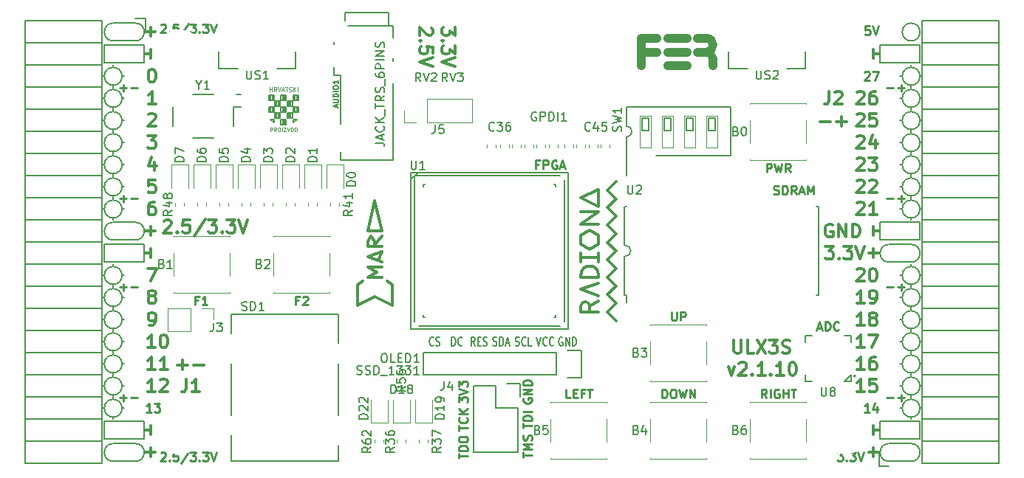
<source format=gto>
G04 #@! TF.GenerationSoftware,KiCad,Pcbnew,5.0.0+dfsg1-2*
G04 #@! TF.CreationDate,2018-09-15T21:33:26+02:00*
G04 #@! TF.ProjectId,ulx3s,756C7833732E6B696361645F70636200,rev?*
G04 #@! TF.SameCoordinates,Original*
G04 #@! TF.FileFunction,Legend,Top*
G04 #@! TF.FilePolarity,Positive*
%FSLAX46Y46*%
G04 Gerber Fmt 4.6, Leading zero omitted, Abs format (unit mm)*
G04 Created by KiCad (PCBNEW 5.0.0+dfsg1-2) date Sat Sep 15 21:33:26 2018*
%MOMM*%
%LPD*%
G01*
G04 APERTURE LIST*
%ADD10C,0.250000*%
%ADD11C,0.300000*%
%ADD12C,0.200000*%
%ADD13C,0.150000*%
%ADD14C,0.120000*%
%ADD15C,1.000000*%
%ADD16C,0.152400*%
%ADD17C,0.075000*%
%ADD18C,0.500000*%
%ADD19O,0.227000X0.608000*%
%ADD20O,0.608000X0.227000*%
%ADD21R,1.725000X1.725000*%
%ADD22O,0.400000X1.050000*%
%ADD23O,1.050000X0.400000*%
%ADD24R,1.050000X0.400000*%
%ADD25C,0.100000*%
%ADD26C,0.975000*%
%ADD27C,1.075000*%
%ADD28O,0.660000X1.200000*%
%ADD29R,0.660000X1.200000*%
%ADD30R,1.220000X2.540000*%
%ADD31R,1.900000X2.000000*%
%ADD32R,0.500000X1.450000*%
%ADD33R,2.000000X2.000000*%
%ADD34R,2.200000X1.700000*%
%ADD35R,2.900000X2.100000*%
%ADD36R,2.900000X2.300000*%
%ADD37R,2.900000X2.900000*%
%ADD38C,1.800000*%
%ADD39R,0.400000X2.000000*%
%ADD40C,2.100000*%
%ADD41R,0.800000X1.600000*%
%ADD42R,1.550000X1.000000*%
%ADD43R,1.550000X2.100000*%
%ADD44R,2.300000X1.900000*%
%ADD45R,1.827200X2.132000*%
%ADD46O,1.827200X2.132000*%
%ADD47O,1.827200X1.827200*%
%ADD48R,1.827200X1.827200*%
%ADD49C,5.600000*%
%ADD50R,1.800000X1.800000*%
%ADD51O,1.800000X1.800000*%
%ADD52R,1.395000X1.500000*%
%ADD53R,1.650000X1.400000*%
G04 APERTURE END LIST*
D10*
X116641666Y-93497571D02*
X116308333Y-93497571D01*
X116308333Y-94021380D02*
X116308333Y-93021380D01*
X116784523Y-93021380D01*
X117117857Y-93116619D02*
X117165476Y-93069000D01*
X117260714Y-93021380D01*
X117498809Y-93021380D01*
X117594047Y-93069000D01*
X117641666Y-93116619D01*
X117689285Y-93211857D01*
X117689285Y-93307095D01*
X117641666Y-93449952D01*
X117070238Y-94021380D01*
X117689285Y-94021380D01*
X105084666Y-93497571D02*
X104751333Y-93497571D01*
X104751333Y-94021380D02*
X104751333Y-93021380D01*
X105227523Y-93021380D01*
X106132285Y-94021380D02*
X105560857Y-94021380D01*
X105846571Y-94021380D02*
X105846571Y-93021380D01*
X105751333Y-93164238D01*
X105656095Y-93259476D01*
X105560857Y-93307095D01*
X170236666Y-104689380D02*
X169903333Y-104213190D01*
X169665238Y-104689380D02*
X169665238Y-103689380D01*
X170046190Y-103689380D01*
X170141428Y-103737000D01*
X170189047Y-103784619D01*
X170236666Y-103879857D01*
X170236666Y-104022714D01*
X170189047Y-104117952D01*
X170141428Y-104165571D01*
X170046190Y-104213190D01*
X169665238Y-104213190D01*
X170665238Y-104689380D02*
X170665238Y-103689380D01*
X171665238Y-103737000D02*
X171570000Y-103689380D01*
X171427142Y-103689380D01*
X171284285Y-103737000D01*
X171189047Y-103832238D01*
X171141428Y-103927476D01*
X171093809Y-104117952D01*
X171093809Y-104260809D01*
X171141428Y-104451285D01*
X171189047Y-104546523D01*
X171284285Y-104641761D01*
X171427142Y-104689380D01*
X171522380Y-104689380D01*
X171665238Y-104641761D01*
X171712857Y-104594142D01*
X171712857Y-104260809D01*
X171522380Y-104260809D01*
X172141428Y-104689380D02*
X172141428Y-103689380D01*
X172141428Y-104165571D02*
X172712857Y-104165571D01*
X172712857Y-104689380D02*
X172712857Y-103689380D01*
X173046190Y-103689380D02*
X173617619Y-103689380D01*
X173331904Y-104689380D02*
X173331904Y-103689380D01*
X159354285Y-94799380D02*
X159354285Y-95608904D01*
X159401904Y-95704142D01*
X159449523Y-95751761D01*
X159544761Y-95799380D01*
X159735238Y-95799380D01*
X159830476Y-95751761D01*
X159878095Y-95704142D01*
X159925714Y-95608904D01*
X159925714Y-94799380D01*
X160401904Y-95799380D02*
X160401904Y-94799380D01*
X160782857Y-94799380D01*
X160878095Y-94847000D01*
X160925714Y-94894619D01*
X160973333Y-94989857D01*
X160973333Y-95132714D01*
X160925714Y-95227952D01*
X160878095Y-95275571D01*
X160782857Y-95323190D01*
X160401904Y-95323190D01*
X158259047Y-104689380D02*
X158259047Y-103689380D01*
X158497142Y-103689380D01*
X158640000Y-103737000D01*
X158735238Y-103832238D01*
X158782857Y-103927476D01*
X158830476Y-104117952D01*
X158830476Y-104260809D01*
X158782857Y-104451285D01*
X158735238Y-104546523D01*
X158640000Y-104641761D01*
X158497142Y-104689380D01*
X158259047Y-104689380D01*
X159449523Y-103689380D02*
X159640000Y-103689380D01*
X159735238Y-103737000D01*
X159830476Y-103832238D01*
X159878095Y-104022714D01*
X159878095Y-104356047D01*
X159830476Y-104546523D01*
X159735238Y-104641761D01*
X159640000Y-104689380D01*
X159449523Y-104689380D01*
X159354285Y-104641761D01*
X159259047Y-104546523D01*
X159211428Y-104356047D01*
X159211428Y-104022714D01*
X159259047Y-103832238D01*
X159354285Y-103737000D01*
X159449523Y-103689380D01*
X160211428Y-103689380D02*
X160449523Y-104689380D01*
X160640000Y-103975095D01*
X160830476Y-104689380D01*
X161068571Y-103689380D01*
X161449523Y-104689380D02*
X161449523Y-103689380D01*
X162020952Y-104689380D01*
X162020952Y-103689380D01*
X147757619Y-104689380D02*
X147281428Y-104689380D01*
X147281428Y-103689380D01*
X148090952Y-104165571D02*
X148424285Y-104165571D01*
X148567142Y-104689380D02*
X148090952Y-104689380D01*
X148090952Y-103689380D01*
X148567142Y-103689380D01*
X149329047Y-104165571D02*
X148995714Y-104165571D01*
X148995714Y-104689380D02*
X148995714Y-103689380D01*
X149471904Y-103689380D01*
X149710000Y-103689380D02*
X150281428Y-103689380D01*
X149995714Y-104689380D02*
X149995714Y-103689380D01*
X170251666Y-78781380D02*
X170251666Y-77781380D01*
X170632619Y-77781380D01*
X170727857Y-77829000D01*
X170775476Y-77876619D01*
X170823095Y-77971857D01*
X170823095Y-78114714D01*
X170775476Y-78209952D01*
X170727857Y-78257571D01*
X170632619Y-78305190D01*
X170251666Y-78305190D01*
X171156428Y-77781380D02*
X171394523Y-78781380D01*
X171585000Y-78067095D01*
X171775476Y-78781380D01*
X172013571Y-77781380D01*
X172965952Y-78781380D02*
X172632619Y-78305190D01*
X172394523Y-78781380D02*
X172394523Y-77781380D01*
X172775476Y-77781380D01*
X172870714Y-77829000D01*
X172918333Y-77876619D01*
X172965952Y-77971857D01*
X172965952Y-78114714D01*
X172918333Y-78209952D01*
X172870714Y-78257571D01*
X172775476Y-78305190D01*
X172394523Y-78305190D01*
D11*
X134560428Y-62144714D02*
X134560428Y-63073285D01*
X133989000Y-62573285D01*
X133989000Y-62787571D01*
X133917571Y-62930428D01*
X133846142Y-63001857D01*
X133703285Y-63073285D01*
X133346142Y-63073285D01*
X133203285Y-63001857D01*
X133131857Y-62930428D01*
X133060428Y-62787571D01*
X133060428Y-62359000D01*
X133131857Y-62216142D01*
X133203285Y-62144714D01*
X133203285Y-63716142D02*
X133131857Y-63787571D01*
X133060428Y-63716142D01*
X133131857Y-63644714D01*
X133203285Y-63716142D01*
X133060428Y-63716142D01*
X134560428Y-64287571D02*
X134560428Y-65216142D01*
X133989000Y-64716142D01*
X133989000Y-64930428D01*
X133917571Y-65073285D01*
X133846142Y-65144714D01*
X133703285Y-65216142D01*
X133346142Y-65216142D01*
X133203285Y-65144714D01*
X133131857Y-65073285D01*
X133060428Y-64930428D01*
X133060428Y-64501857D01*
X133131857Y-64359000D01*
X133203285Y-64287571D01*
X134560428Y-65644714D02*
X133060428Y-66144714D01*
X134560428Y-66644714D01*
X131877571Y-62216142D02*
X131949000Y-62287571D01*
X132020428Y-62430428D01*
X132020428Y-62787571D01*
X131949000Y-62930428D01*
X131877571Y-63001857D01*
X131734714Y-63073285D01*
X131591857Y-63073285D01*
X131377571Y-63001857D01*
X130520428Y-62144714D01*
X130520428Y-63073285D01*
X130663285Y-63716142D02*
X130591857Y-63787571D01*
X130520428Y-63716142D01*
X130591857Y-63644714D01*
X130663285Y-63716142D01*
X130520428Y-63716142D01*
X132020428Y-65144714D02*
X132020428Y-64430428D01*
X131306142Y-64359000D01*
X131377571Y-64430428D01*
X131449000Y-64573285D01*
X131449000Y-64930428D01*
X131377571Y-65073285D01*
X131306142Y-65144714D01*
X131163285Y-65216142D01*
X130806142Y-65216142D01*
X130663285Y-65144714D01*
X130591857Y-65073285D01*
X130520428Y-64930428D01*
X130520428Y-64573285D01*
X130591857Y-64430428D01*
X130663285Y-64359000D01*
X132020428Y-65644714D02*
X130520428Y-66144714D01*
X132020428Y-66644714D01*
X102760000Y-100897142D02*
X103902857Y-100897142D01*
X103331428Y-101468571D02*
X103331428Y-100325714D01*
X104617142Y-100897142D02*
X105760000Y-100897142D01*
X165878428Y-101121571D02*
X166235571Y-102121571D01*
X166592714Y-101121571D01*
X167092714Y-100764428D02*
X167164142Y-100693000D01*
X167307000Y-100621571D01*
X167664142Y-100621571D01*
X167807000Y-100693000D01*
X167878428Y-100764428D01*
X167949857Y-100907285D01*
X167949857Y-101050142D01*
X167878428Y-101264428D01*
X167021285Y-102121571D01*
X167949857Y-102121571D01*
X168592714Y-101978714D02*
X168664142Y-102050142D01*
X168592714Y-102121571D01*
X168521285Y-102050142D01*
X168592714Y-101978714D01*
X168592714Y-102121571D01*
X170092714Y-102121571D02*
X169235571Y-102121571D01*
X169664142Y-102121571D02*
X169664142Y-100621571D01*
X169521285Y-100835857D01*
X169378428Y-100978714D01*
X169235571Y-101050142D01*
X170735571Y-101978714D02*
X170807000Y-102050142D01*
X170735571Y-102121571D01*
X170664142Y-102050142D01*
X170735571Y-101978714D01*
X170735571Y-102121571D01*
X172235571Y-102121571D02*
X171378428Y-102121571D01*
X171807000Y-102121571D02*
X171807000Y-100621571D01*
X171664142Y-100835857D01*
X171521285Y-100978714D01*
X171378428Y-101050142D01*
X173164142Y-100621571D02*
X173307000Y-100621571D01*
X173449857Y-100693000D01*
X173521285Y-100764428D01*
X173592714Y-100907285D01*
X173664142Y-101193000D01*
X173664142Y-101550142D01*
X173592714Y-101835857D01*
X173521285Y-101978714D01*
X173449857Y-102050142D01*
X173307000Y-102121571D01*
X173164142Y-102121571D01*
X173021285Y-102050142D01*
X172949857Y-101978714D01*
X172878428Y-101835857D01*
X172807000Y-101550142D01*
X172807000Y-101193000D01*
X172878428Y-100907285D01*
X172949857Y-100764428D01*
X173021285Y-100693000D01*
X173164142Y-100621571D01*
X182492000Y-87582000D02*
X182492000Y-88598000D01*
X181984000Y-88090000D02*
X183254000Y-88090000D01*
X182492000Y-110442000D02*
X182492000Y-111458000D01*
X183254000Y-110950000D02*
X181984000Y-110950000D01*
X99688000Y-110442000D02*
X99688000Y-111458000D01*
X98926000Y-110950000D02*
X100196000Y-110950000D01*
X99688000Y-62182000D02*
X99688000Y-63198000D01*
X98926000Y-62690000D02*
X100196000Y-62690000D01*
X99688000Y-85042000D02*
X99688000Y-86058000D01*
X98926000Y-85550000D02*
X100196000Y-85550000D01*
D12*
X97910000Y-63706000D02*
G75*
G03X97910000Y-61674000I0J1016000D01*
G01*
X184270000Y-109934000D02*
G75*
G03X184270000Y-111966000I0J-1016000D01*
G01*
X95370000Y-111966000D02*
X97910000Y-111966000D01*
X95370000Y-109934000D02*
X97910000Y-109934000D01*
X97910000Y-111966000D02*
G75*
G03X97910000Y-109934000I0J1016000D01*
G01*
X95370000Y-109934000D02*
G75*
G03X95370000Y-111966000I0J-1016000D01*
G01*
X95370000Y-61674000D02*
X97910000Y-61674000D01*
X95370000Y-63706000D02*
X97910000Y-63706000D01*
X95370000Y-61674000D02*
G75*
G03X95370000Y-63706000I0J-1016000D01*
G01*
X95370000Y-84534000D02*
X97910000Y-84534000D01*
X95370000Y-86566000D02*
X97910000Y-86566000D01*
X95370000Y-84534000D02*
G75*
G03X95370000Y-86566000I0J-1016000D01*
G01*
X97910000Y-86566000D02*
G75*
G03X97910000Y-84534000I0J1016000D01*
G01*
X187826000Y-62690000D02*
G75*
G03X187826000Y-62690000I-1016000J0D01*
G01*
X184270000Y-89106000D02*
X186810000Y-89106000D01*
X184270000Y-87074000D02*
X186810000Y-87074000D01*
X184270000Y-87074000D02*
G75*
G03X184270000Y-89106000I0J-1016000D01*
G01*
X186810000Y-89106000D02*
G75*
G03X186810000Y-87074000I0J1016000D01*
G01*
X186810000Y-111966000D02*
X184270000Y-111966000D01*
X186810000Y-109934000D02*
X184270000Y-109934000D01*
X186810000Y-111966000D02*
G75*
G03X186810000Y-109934000I0J1016000D01*
G01*
X94354000Y-66246000D02*
X94354000Y-64214000D01*
X98926000Y-66246000D02*
X94354000Y-66246000D01*
X98926000Y-64214000D02*
X98926000Y-66246000D01*
X94354000Y-64214000D02*
X98926000Y-64214000D01*
X94354000Y-87074000D02*
X98926000Y-87074000D01*
X94354000Y-89106000D02*
X94354000Y-87074000D01*
X98926000Y-89106000D02*
X94354000Y-89106000D01*
X98926000Y-87074000D02*
X98926000Y-89106000D01*
X94354000Y-109426000D02*
X98926000Y-109426000D01*
X94354000Y-107394000D02*
X94354000Y-109426000D01*
X98926000Y-107394000D02*
X94354000Y-107394000D01*
X98926000Y-109426000D02*
X98926000Y-107394000D01*
X183254000Y-109426000D02*
X187826000Y-109426000D01*
X183254000Y-107394000D02*
X183254000Y-109426000D01*
X187826000Y-107394000D02*
X187826000Y-109426000D01*
X183254000Y-107394000D02*
X187826000Y-107394000D01*
X183254000Y-66246000D02*
X187826000Y-66246000D01*
X183254000Y-64214000D02*
X183254000Y-66246000D01*
X187826000Y-64214000D02*
X183254000Y-64214000D01*
X187826000Y-66246000D02*
X187826000Y-64214000D01*
X183254000Y-84534000D02*
X187826000Y-84534000D01*
X183254000Y-86566000D02*
X183254000Y-84534000D01*
X187826000Y-86566000D02*
X183254000Y-86566000D01*
X187826000Y-84534000D02*
X187826000Y-86566000D01*
D10*
X96148000Y-69111428D02*
X96909904Y-69111428D01*
X96528952Y-69492380D02*
X96528952Y-68730476D01*
X97386095Y-69111428D02*
X98148000Y-69111428D01*
X96148000Y-81811428D02*
X96909904Y-81811428D01*
X96528952Y-82192380D02*
X96528952Y-81430476D01*
X97386095Y-81811428D02*
X98148000Y-81811428D01*
X96148000Y-91971428D02*
X96909904Y-91971428D01*
X96528952Y-92352380D02*
X96528952Y-91590476D01*
X97386095Y-91971428D02*
X98148000Y-91971428D01*
X96148000Y-104671428D02*
X96909904Y-104671428D01*
X96528952Y-105052380D02*
X96528952Y-104290476D01*
X97386095Y-104671428D02*
X98148000Y-104671428D01*
X184032000Y-104671428D02*
X184793904Y-104671428D01*
X185270095Y-104671428D02*
X186032000Y-104671428D01*
X185651047Y-105052380D02*
X185651047Y-104290476D01*
X184032000Y-91971428D02*
X184793904Y-91971428D01*
X185270095Y-91971428D02*
X186032000Y-91971428D01*
X185651047Y-92352380D02*
X185651047Y-91590476D01*
X184032000Y-81811428D02*
X184793904Y-81811428D01*
X185270095Y-81811428D02*
X186032000Y-81811428D01*
X185651047Y-82192380D02*
X185651047Y-81430476D01*
X184032000Y-69111428D02*
X184793904Y-69111428D01*
X185270095Y-69111428D02*
X186032000Y-69111428D01*
X185651047Y-69492380D02*
X185651047Y-68730476D01*
D11*
X176420000Y-72957142D02*
X177562857Y-72957142D01*
X178277142Y-72957142D02*
X179420000Y-72957142D01*
X178848571Y-73528571D02*
X178848571Y-72385714D01*
D12*
X187826000Y-67770000D02*
G75*
G03X187826000Y-67770000I-1016000J0D01*
G01*
X187826000Y-70310000D02*
G75*
G03X187826000Y-70310000I-1016000J0D01*
G01*
X187826000Y-72850000D02*
G75*
G03X187826000Y-72850000I-1016000J0D01*
G01*
X187826000Y-75390000D02*
G75*
G03X187826000Y-75390000I-1016000J0D01*
G01*
X187826000Y-77930000D02*
G75*
G03X187826000Y-77930000I-1016000J0D01*
G01*
X187826000Y-80470000D02*
G75*
G03X187826000Y-80470000I-1016000J0D01*
G01*
X187826000Y-83010000D02*
G75*
G03X187826000Y-83010000I-1016000J0D01*
G01*
X187826000Y-90630000D02*
G75*
G03X187826000Y-90630000I-1016000J0D01*
G01*
X187826000Y-93170000D02*
G75*
G03X187826000Y-93170000I-1016000J0D01*
G01*
X187826000Y-95710000D02*
G75*
G03X187826000Y-95710000I-1016000J0D01*
G01*
X187826000Y-98250000D02*
G75*
G03X187826000Y-98250000I-1016000J0D01*
G01*
X187826000Y-100790000D02*
G75*
G03X187826000Y-100790000I-1016000J0D01*
G01*
X187826000Y-103330000D02*
G75*
G03X187826000Y-103330000I-1016000J0D01*
G01*
X187826000Y-105870000D02*
G75*
G03X187826000Y-105870000I-1016000J0D01*
G01*
X96386000Y-105870000D02*
G75*
G03X96386000Y-105870000I-1016000J0D01*
G01*
X96386000Y-103330000D02*
G75*
G03X96386000Y-103330000I-1016000J0D01*
G01*
X96386000Y-100790000D02*
G75*
G03X96386000Y-100790000I-1016000J0D01*
G01*
X96386000Y-98250000D02*
G75*
G03X96386000Y-98250000I-1016000J0D01*
G01*
X96386000Y-95710000D02*
G75*
G03X96386000Y-95710000I-1016000J0D01*
G01*
X96386000Y-93170000D02*
G75*
G03X96386000Y-93170000I-1016000J0D01*
G01*
X96386000Y-90630000D02*
G75*
G03X96386000Y-90630000I-1016000J0D01*
G01*
X96386000Y-83010000D02*
G75*
G03X96386000Y-83010000I-1016000J0D01*
G01*
X96386000Y-80470000D02*
G75*
G03X96386000Y-80470000I-1016000J0D01*
G01*
X96386000Y-77930000D02*
G75*
G03X96386000Y-77930000I-1016000J0D01*
G01*
X96386000Y-75390000D02*
G75*
G03X96386000Y-75390000I-1016000J0D01*
G01*
X96386000Y-72850000D02*
G75*
G03X96386000Y-72850000I-1016000J0D01*
G01*
X96386000Y-70310000D02*
G75*
G03X96386000Y-70310000I-1016000J0D01*
G01*
X96386000Y-67770000D02*
G75*
G03X96386000Y-67770000I-1016000J0D01*
G01*
D11*
X177793142Y-84800000D02*
X177650285Y-84728571D01*
X177436000Y-84728571D01*
X177221714Y-84800000D01*
X177078857Y-84942857D01*
X177007428Y-85085714D01*
X176936000Y-85371428D01*
X176936000Y-85585714D01*
X177007428Y-85871428D01*
X177078857Y-86014285D01*
X177221714Y-86157142D01*
X177436000Y-86228571D01*
X177578857Y-86228571D01*
X177793142Y-86157142D01*
X177864571Y-86085714D01*
X177864571Y-85585714D01*
X177578857Y-85585714D01*
X178507428Y-86228571D02*
X178507428Y-84728571D01*
X179364571Y-86228571D01*
X179364571Y-84728571D01*
X180078857Y-86228571D02*
X180078857Y-84728571D01*
X180436000Y-84728571D01*
X180650285Y-84800000D01*
X180793142Y-84942857D01*
X180864571Y-85085714D01*
X180936000Y-85371428D01*
X180936000Y-85585714D01*
X180864571Y-85871428D01*
X180793142Y-86014285D01*
X180650285Y-86157142D01*
X180436000Y-86228571D01*
X180078857Y-86228571D01*
X182492000Y-86058000D02*
X182492000Y-85042000D01*
X183254000Y-85550000D02*
X182492000Y-85550000D01*
X182492000Y-107902000D02*
X182492000Y-108918000D01*
X182492000Y-108410000D02*
X183254000Y-108410000D01*
D10*
X182047523Y-106322380D02*
X181476095Y-106322380D01*
X181761809Y-106322380D02*
X181761809Y-105322380D01*
X181666571Y-105465238D01*
X181571333Y-105560476D01*
X181476095Y-105608095D01*
X182904666Y-105655714D02*
X182904666Y-106322380D01*
X182666571Y-105274761D02*
X182428476Y-105989047D01*
X183047523Y-105989047D01*
X181476095Y-67317619D02*
X181523714Y-67270000D01*
X181618952Y-67222380D01*
X181857047Y-67222380D01*
X181952285Y-67270000D01*
X181999904Y-67317619D01*
X182047523Y-67412857D01*
X182047523Y-67508095D01*
X181999904Y-67650952D01*
X181428476Y-68222380D01*
X182047523Y-68222380D01*
X182380857Y-67222380D02*
X183047523Y-67222380D01*
X182618952Y-68222380D01*
D11*
X182492000Y-64722000D02*
X182492000Y-65738000D01*
X182492000Y-65230000D02*
X183254000Y-65230000D01*
X99688000Y-107902000D02*
X99688000Y-108918000D01*
X98926000Y-108410000D02*
X99688000Y-108410000D01*
X99315000Y-74568571D02*
X100243571Y-74568571D01*
X99743571Y-75140000D01*
X99957857Y-75140000D01*
X100100714Y-75211428D01*
X100172142Y-75282857D01*
X100243571Y-75425714D01*
X100243571Y-75782857D01*
X100172142Y-75925714D01*
X100100714Y-75997142D01*
X99957857Y-76068571D01*
X99529285Y-76068571D01*
X99386428Y-75997142D01*
X99315000Y-75925714D01*
X100100714Y-77608571D02*
X100100714Y-78608571D01*
X99743571Y-77037142D02*
X99386428Y-78108571D01*
X100315000Y-78108571D01*
X100172142Y-79648571D02*
X99457857Y-79648571D01*
X99386428Y-80362857D01*
X99457857Y-80291428D01*
X99600714Y-80220000D01*
X99957857Y-80220000D01*
X100100714Y-80291428D01*
X100172142Y-80362857D01*
X100243571Y-80505714D01*
X100243571Y-80862857D01*
X100172142Y-81005714D01*
X100100714Y-81077142D01*
X99957857Y-81148571D01*
X99600714Y-81148571D01*
X99457857Y-81077142D01*
X99386428Y-81005714D01*
D10*
X99751523Y-106322380D02*
X99180095Y-106322380D01*
X99465809Y-106322380D02*
X99465809Y-105322380D01*
X99370571Y-105465238D01*
X99275333Y-105560476D01*
X99180095Y-105608095D01*
X100084857Y-105322380D02*
X100703904Y-105322380D01*
X100370571Y-105703333D01*
X100513428Y-105703333D01*
X100608666Y-105750952D01*
X100656285Y-105798571D01*
X100703904Y-105893809D01*
X100703904Y-106131904D01*
X100656285Y-106227142D01*
X100608666Y-106274761D01*
X100513428Y-106322380D01*
X100227714Y-106322380D01*
X100132476Y-106274761D01*
X100084857Y-106227142D01*
D11*
X99315000Y-89808571D02*
X100315000Y-89808571D01*
X99672142Y-91308571D01*
X99688000Y-87582000D02*
X99688000Y-88598000D01*
X98926000Y-88090000D02*
X99688000Y-88090000D01*
X99688000Y-64722000D02*
X99688000Y-65738000D01*
X98926000Y-65230000D02*
X99688000Y-65230000D01*
D10*
X100817976Y-61874619D02*
X100865595Y-61827000D01*
X100960833Y-61779380D01*
X101198928Y-61779380D01*
X101294166Y-61827000D01*
X101341785Y-61874619D01*
X101389404Y-61969857D01*
X101389404Y-62065095D01*
X101341785Y-62207952D01*
X100770357Y-62779380D01*
X101389404Y-62779380D01*
X101817976Y-62684142D02*
X101865595Y-62731761D01*
X101817976Y-62779380D01*
X101770357Y-62731761D01*
X101817976Y-62684142D01*
X101817976Y-62779380D01*
X102770357Y-61779380D02*
X102294166Y-61779380D01*
X102246547Y-62255571D01*
X102294166Y-62207952D01*
X102389404Y-62160333D01*
X102627500Y-62160333D01*
X102722738Y-62207952D01*
X102770357Y-62255571D01*
X102817976Y-62350809D01*
X102817976Y-62588904D01*
X102770357Y-62684142D01*
X102722738Y-62731761D01*
X102627500Y-62779380D01*
X102389404Y-62779380D01*
X102294166Y-62731761D01*
X102246547Y-62684142D01*
X103960833Y-61731761D02*
X103103690Y-63017476D01*
X104198928Y-61779380D02*
X104817976Y-61779380D01*
X104484642Y-62160333D01*
X104627500Y-62160333D01*
X104722738Y-62207952D01*
X104770357Y-62255571D01*
X104817976Y-62350809D01*
X104817976Y-62588904D01*
X104770357Y-62684142D01*
X104722738Y-62731761D01*
X104627500Y-62779380D01*
X104341785Y-62779380D01*
X104246547Y-62731761D01*
X104198928Y-62684142D01*
X105246547Y-62684142D02*
X105294166Y-62731761D01*
X105246547Y-62779380D01*
X105198928Y-62731761D01*
X105246547Y-62684142D01*
X105246547Y-62779380D01*
X105627500Y-61779380D02*
X106246547Y-61779380D01*
X105913214Y-62160333D01*
X106056071Y-62160333D01*
X106151309Y-62207952D01*
X106198928Y-62255571D01*
X106246547Y-62350809D01*
X106246547Y-62588904D01*
X106198928Y-62684142D01*
X106151309Y-62731761D01*
X106056071Y-62779380D01*
X105770357Y-62779380D01*
X105675119Y-62731761D01*
X105627500Y-62684142D01*
X106532261Y-61779380D02*
X106865595Y-62779380D01*
X107198928Y-61779380D01*
X178360261Y-110910380D02*
X178979309Y-110910380D01*
X178645976Y-111291333D01*
X178788833Y-111291333D01*
X178884071Y-111338952D01*
X178931690Y-111386571D01*
X178979309Y-111481809D01*
X178979309Y-111719904D01*
X178931690Y-111815142D01*
X178884071Y-111862761D01*
X178788833Y-111910380D01*
X178503119Y-111910380D01*
X178407880Y-111862761D01*
X178360261Y-111815142D01*
X179407880Y-111815142D02*
X179455500Y-111862761D01*
X179407880Y-111910380D01*
X179360261Y-111862761D01*
X179407880Y-111815142D01*
X179407880Y-111910380D01*
X179788833Y-110910380D02*
X180407880Y-110910380D01*
X180074547Y-111291333D01*
X180217404Y-111291333D01*
X180312642Y-111338952D01*
X180360261Y-111386571D01*
X180407880Y-111481809D01*
X180407880Y-111719904D01*
X180360261Y-111815142D01*
X180312642Y-111862761D01*
X180217404Y-111910380D01*
X179931690Y-111910380D01*
X179836452Y-111862761D01*
X179788833Y-111815142D01*
X180693595Y-110910380D02*
X181026928Y-111910380D01*
X181360261Y-110910380D01*
D11*
X101199714Y-84381428D02*
X101271142Y-84310000D01*
X101414000Y-84238571D01*
X101771142Y-84238571D01*
X101914000Y-84310000D01*
X101985428Y-84381428D01*
X102056857Y-84524285D01*
X102056857Y-84667142D01*
X101985428Y-84881428D01*
X101128285Y-85738571D01*
X102056857Y-85738571D01*
X102699714Y-85595714D02*
X102771142Y-85667142D01*
X102699714Y-85738571D01*
X102628285Y-85667142D01*
X102699714Y-85595714D01*
X102699714Y-85738571D01*
X104128285Y-84238571D02*
X103414000Y-84238571D01*
X103342571Y-84952857D01*
X103414000Y-84881428D01*
X103556857Y-84810000D01*
X103914000Y-84810000D01*
X104056857Y-84881428D01*
X104128285Y-84952857D01*
X104199714Y-85095714D01*
X104199714Y-85452857D01*
X104128285Y-85595714D01*
X104056857Y-85667142D01*
X103914000Y-85738571D01*
X103556857Y-85738571D01*
X103414000Y-85667142D01*
X103342571Y-85595714D01*
X105914000Y-84167142D02*
X104628285Y-86095714D01*
X106271142Y-84238571D02*
X107199714Y-84238571D01*
X106699714Y-84810000D01*
X106914000Y-84810000D01*
X107056857Y-84881428D01*
X107128285Y-84952857D01*
X107199714Y-85095714D01*
X107199714Y-85452857D01*
X107128285Y-85595714D01*
X107056857Y-85667142D01*
X106914000Y-85738571D01*
X106485428Y-85738571D01*
X106342571Y-85667142D01*
X106271142Y-85595714D01*
X107842571Y-85595714D02*
X107914000Y-85667142D01*
X107842571Y-85738571D01*
X107771142Y-85667142D01*
X107842571Y-85595714D01*
X107842571Y-85738571D01*
X108414000Y-84238571D02*
X109342571Y-84238571D01*
X108842571Y-84810000D01*
X109056857Y-84810000D01*
X109199714Y-84881428D01*
X109271142Y-84952857D01*
X109342571Y-85095714D01*
X109342571Y-85452857D01*
X109271142Y-85595714D01*
X109199714Y-85667142D01*
X109056857Y-85738571D01*
X108628285Y-85738571D01*
X108485428Y-85667142D01*
X108414000Y-85595714D01*
X109771142Y-84238571D02*
X110271142Y-85738571D01*
X110771142Y-84238571D01*
D10*
X100817976Y-111023619D02*
X100865595Y-110976000D01*
X100960833Y-110928380D01*
X101198928Y-110928380D01*
X101294166Y-110976000D01*
X101341785Y-111023619D01*
X101389404Y-111118857D01*
X101389404Y-111214095D01*
X101341785Y-111356952D01*
X100770357Y-111928380D01*
X101389404Y-111928380D01*
X101817976Y-111833142D02*
X101865595Y-111880761D01*
X101817976Y-111928380D01*
X101770357Y-111880761D01*
X101817976Y-111833142D01*
X101817976Y-111928380D01*
X102770357Y-110928380D02*
X102294166Y-110928380D01*
X102246547Y-111404571D01*
X102294166Y-111356952D01*
X102389404Y-111309333D01*
X102627500Y-111309333D01*
X102722738Y-111356952D01*
X102770357Y-111404571D01*
X102817976Y-111499809D01*
X102817976Y-111737904D01*
X102770357Y-111833142D01*
X102722738Y-111880761D01*
X102627500Y-111928380D01*
X102389404Y-111928380D01*
X102294166Y-111880761D01*
X102246547Y-111833142D01*
X103960833Y-110880761D02*
X103103690Y-112166476D01*
X104198928Y-110928380D02*
X104817976Y-110928380D01*
X104484642Y-111309333D01*
X104627500Y-111309333D01*
X104722738Y-111356952D01*
X104770357Y-111404571D01*
X104817976Y-111499809D01*
X104817976Y-111737904D01*
X104770357Y-111833142D01*
X104722738Y-111880761D01*
X104627500Y-111928380D01*
X104341785Y-111928380D01*
X104246547Y-111880761D01*
X104198928Y-111833142D01*
X105246547Y-111833142D02*
X105294166Y-111880761D01*
X105246547Y-111928380D01*
X105198928Y-111880761D01*
X105246547Y-111833142D01*
X105246547Y-111928380D01*
X105627500Y-110928380D02*
X106246547Y-110928380D01*
X105913214Y-111309333D01*
X106056071Y-111309333D01*
X106151309Y-111356952D01*
X106198928Y-111404571D01*
X106246547Y-111499809D01*
X106246547Y-111737904D01*
X106198928Y-111833142D01*
X106151309Y-111880761D01*
X106056071Y-111928380D01*
X105770357Y-111928380D01*
X105675119Y-111880761D01*
X105627500Y-111833142D01*
X106532261Y-110928380D02*
X106865595Y-111928380D01*
X107198928Y-110928380D01*
X182047523Y-62015380D02*
X181571333Y-62015380D01*
X181523714Y-62491571D01*
X181571333Y-62443952D01*
X181666571Y-62396333D01*
X181904666Y-62396333D01*
X181999904Y-62443952D01*
X182047523Y-62491571D01*
X182095142Y-62586809D01*
X182095142Y-62824904D01*
X182047523Y-62920142D01*
X181999904Y-62967761D01*
X181904666Y-63015380D01*
X181666571Y-63015380D01*
X181571333Y-62967761D01*
X181523714Y-62920142D01*
X182380857Y-62015380D02*
X182714190Y-63015380D01*
X183047523Y-62015380D01*
D11*
X180587142Y-69631428D02*
X180658571Y-69560000D01*
X180801428Y-69488571D01*
X181158571Y-69488571D01*
X181301428Y-69560000D01*
X181372857Y-69631428D01*
X181444285Y-69774285D01*
X181444285Y-69917142D01*
X181372857Y-70131428D01*
X180515714Y-70988571D01*
X181444285Y-70988571D01*
X182730000Y-69488571D02*
X182444285Y-69488571D01*
X182301428Y-69560000D01*
X182230000Y-69631428D01*
X182087142Y-69845714D01*
X182015714Y-70131428D01*
X182015714Y-70702857D01*
X182087142Y-70845714D01*
X182158571Y-70917142D01*
X182301428Y-70988571D01*
X182587142Y-70988571D01*
X182730000Y-70917142D01*
X182801428Y-70845714D01*
X182872857Y-70702857D01*
X182872857Y-70345714D01*
X182801428Y-70202857D01*
X182730000Y-70131428D01*
X182587142Y-70060000D01*
X182301428Y-70060000D01*
X182158571Y-70131428D01*
X182087142Y-70202857D01*
X182015714Y-70345714D01*
X180587142Y-72171428D02*
X180658571Y-72100000D01*
X180801428Y-72028571D01*
X181158571Y-72028571D01*
X181301428Y-72100000D01*
X181372857Y-72171428D01*
X181444285Y-72314285D01*
X181444285Y-72457142D01*
X181372857Y-72671428D01*
X180515714Y-73528571D01*
X181444285Y-73528571D01*
X182801428Y-72028571D02*
X182087142Y-72028571D01*
X182015714Y-72742857D01*
X182087142Y-72671428D01*
X182230000Y-72600000D01*
X182587142Y-72600000D01*
X182730000Y-72671428D01*
X182801428Y-72742857D01*
X182872857Y-72885714D01*
X182872857Y-73242857D01*
X182801428Y-73385714D01*
X182730000Y-73457142D01*
X182587142Y-73528571D01*
X182230000Y-73528571D01*
X182087142Y-73457142D01*
X182015714Y-73385714D01*
X180587142Y-74711428D02*
X180658571Y-74640000D01*
X180801428Y-74568571D01*
X181158571Y-74568571D01*
X181301428Y-74640000D01*
X181372857Y-74711428D01*
X181444285Y-74854285D01*
X181444285Y-74997142D01*
X181372857Y-75211428D01*
X180515714Y-76068571D01*
X181444285Y-76068571D01*
X182730000Y-75068571D02*
X182730000Y-76068571D01*
X182372857Y-74497142D02*
X182015714Y-75568571D01*
X182944285Y-75568571D01*
X180587142Y-77251428D02*
X180658571Y-77180000D01*
X180801428Y-77108571D01*
X181158571Y-77108571D01*
X181301428Y-77180000D01*
X181372857Y-77251428D01*
X181444285Y-77394285D01*
X181444285Y-77537142D01*
X181372857Y-77751428D01*
X180515714Y-78608571D01*
X181444285Y-78608571D01*
X181944285Y-77108571D02*
X182872857Y-77108571D01*
X182372857Y-77680000D01*
X182587142Y-77680000D01*
X182730000Y-77751428D01*
X182801428Y-77822857D01*
X182872857Y-77965714D01*
X182872857Y-78322857D01*
X182801428Y-78465714D01*
X182730000Y-78537142D01*
X182587142Y-78608571D01*
X182158571Y-78608571D01*
X182015714Y-78537142D01*
X181944285Y-78465714D01*
X180587142Y-79791428D02*
X180658571Y-79720000D01*
X180801428Y-79648571D01*
X181158571Y-79648571D01*
X181301428Y-79720000D01*
X181372857Y-79791428D01*
X181444285Y-79934285D01*
X181444285Y-80077142D01*
X181372857Y-80291428D01*
X180515714Y-81148571D01*
X181444285Y-81148571D01*
X182015714Y-79791428D02*
X182087142Y-79720000D01*
X182230000Y-79648571D01*
X182587142Y-79648571D01*
X182730000Y-79720000D01*
X182801428Y-79791428D01*
X182872857Y-79934285D01*
X182872857Y-80077142D01*
X182801428Y-80291428D01*
X181944285Y-81148571D01*
X182872857Y-81148571D01*
X180587142Y-82331428D02*
X180658571Y-82260000D01*
X180801428Y-82188571D01*
X181158571Y-82188571D01*
X181301428Y-82260000D01*
X181372857Y-82331428D01*
X181444285Y-82474285D01*
X181444285Y-82617142D01*
X181372857Y-82831428D01*
X180515714Y-83688571D01*
X181444285Y-83688571D01*
X182872857Y-83688571D02*
X182015714Y-83688571D01*
X182444285Y-83688571D02*
X182444285Y-82188571D01*
X182301428Y-82402857D01*
X182158571Y-82545714D01*
X182015714Y-82617142D01*
X176975714Y-87268571D02*
X177904285Y-87268571D01*
X177404285Y-87840000D01*
X177618571Y-87840000D01*
X177761428Y-87911428D01*
X177832857Y-87982857D01*
X177904285Y-88125714D01*
X177904285Y-88482857D01*
X177832857Y-88625714D01*
X177761428Y-88697142D01*
X177618571Y-88768571D01*
X177190000Y-88768571D01*
X177047142Y-88697142D01*
X176975714Y-88625714D01*
X178547142Y-88625714D02*
X178618571Y-88697142D01*
X178547142Y-88768571D01*
X178475714Y-88697142D01*
X178547142Y-88625714D01*
X178547142Y-88768571D01*
X179118571Y-87268571D02*
X180047142Y-87268571D01*
X179547142Y-87840000D01*
X179761428Y-87840000D01*
X179904285Y-87911428D01*
X179975714Y-87982857D01*
X180047142Y-88125714D01*
X180047142Y-88482857D01*
X179975714Y-88625714D01*
X179904285Y-88697142D01*
X179761428Y-88768571D01*
X179332857Y-88768571D01*
X179190000Y-88697142D01*
X179118571Y-88625714D01*
X180475714Y-87268571D02*
X180975714Y-88768571D01*
X181475714Y-87268571D01*
X180587142Y-89951428D02*
X180658571Y-89880000D01*
X180801428Y-89808571D01*
X181158571Y-89808571D01*
X181301428Y-89880000D01*
X181372857Y-89951428D01*
X181444285Y-90094285D01*
X181444285Y-90237142D01*
X181372857Y-90451428D01*
X180515714Y-91308571D01*
X181444285Y-91308571D01*
X182372857Y-89808571D02*
X182515714Y-89808571D01*
X182658571Y-89880000D01*
X182730000Y-89951428D01*
X182801428Y-90094285D01*
X182872857Y-90380000D01*
X182872857Y-90737142D01*
X182801428Y-91022857D01*
X182730000Y-91165714D01*
X182658571Y-91237142D01*
X182515714Y-91308571D01*
X182372857Y-91308571D01*
X182230000Y-91237142D01*
X182158571Y-91165714D01*
X182087142Y-91022857D01*
X182015714Y-90737142D01*
X182015714Y-90380000D01*
X182087142Y-90094285D01*
X182158571Y-89951428D01*
X182230000Y-89880000D01*
X182372857Y-89808571D01*
X181444285Y-93848571D02*
X180587142Y-93848571D01*
X181015714Y-93848571D02*
X181015714Y-92348571D01*
X180872857Y-92562857D01*
X180730000Y-92705714D01*
X180587142Y-92777142D01*
X182158571Y-93848571D02*
X182444285Y-93848571D01*
X182587142Y-93777142D01*
X182658571Y-93705714D01*
X182801428Y-93491428D01*
X182872857Y-93205714D01*
X182872857Y-92634285D01*
X182801428Y-92491428D01*
X182730000Y-92420000D01*
X182587142Y-92348571D01*
X182301428Y-92348571D01*
X182158571Y-92420000D01*
X182087142Y-92491428D01*
X182015714Y-92634285D01*
X182015714Y-92991428D01*
X182087142Y-93134285D01*
X182158571Y-93205714D01*
X182301428Y-93277142D01*
X182587142Y-93277142D01*
X182730000Y-93205714D01*
X182801428Y-93134285D01*
X182872857Y-92991428D01*
X181444285Y-96388571D02*
X180587142Y-96388571D01*
X181015714Y-96388571D02*
X181015714Y-94888571D01*
X180872857Y-95102857D01*
X180730000Y-95245714D01*
X180587142Y-95317142D01*
X182301428Y-95531428D02*
X182158571Y-95460000D01*
X182087142Y-95388571D01*
X182015714Y-95245714D01*
X182015714Y-95174285D01*
X182087142Y-95031428D01*
X182158571Y-94960000D01*
X182301428Y-94888571D01*
X182587142Y-94888571D01*
X182730000Y-94960000D01*
X182801428Y-95031428D01*
X182872857Y-95174285D01*
X182872857Y-95245714D01*
X182801428Y-95388571D01*
X182730000Y-95460000D01*
X182587142Y-95531428D01*
X182301428Y-95531428D01*
X182158571Y-95602857D01*
X182087142Y-95674285D01*
X182015714Y-95817142D01*
X182015714Y-96102857D01*
X182087142Y-96245714D01*
X182158571Y-96317142D01*
X182301428Y-96388571D01*
X182587142Y-96388571D01*
X182730000Y-96317142D01*
X182801428Y-96245714D01*
X182872857Y-96102857D01*
X182872857Y-95817142D01*
X182801428Y-95674285D01*
X182730000Y-95602857D01*
X182587142Y-95531428D01*
X181444285Y-98928571D02*
X180587142Y-98928571D01*
X181015714Y-98928571D02*
X181015714Y-97428571D01*
X180872857Y-97642857D01*
X180730000Y-97785714D01*
X180587142Y-97857142D01*
X181944285Y-97428571D02*
X182944285Y-97428571D01*
X182301428Y-98928571D01*
X181444285Y-101468571D02*
X180587142Y-101468571D01*
X181015714Y-101468571D02*
X181015714Y-99968571D01*
X180872857Y-100182857D01*
X180730000Y-100325714D01*
X180587142Y-100397142D01*
X182730000Y-99968571D02*
X182444285Y-99968571D01*
X182301428Y-100040000D01*
X182230000Y-100111428D01*
X182087142Y-100325714D01*
X182015714Y-100611428D01*
X182015714Y-101182857D01*
X182087142Y-101325714D01*
X182158571Y-101397142D01*
X182301428Y-101468571D01*
X182587142Y-101468571D01*
X182730000Y-101397142D01*
X182801428Y-101325714D01*
X182872857Y-101182857D01*
X182872857Y-100825714D01*
X182801428Y-100682857D01*
X182730000Y-100611428D01*
X182587142Y-100540000D01*
X182301428Y-100540000D01*
X182158571Y-100611428D01*
X182087142Y-100682857D01*
X182015714Y-100825714D01*
X181444285Y-104008571D02*
X180587142Y-104008571D01*
X181015714Y-104008571D02*
X181015714Y-102508571D01*
X180872857Y-102722857D01*
X180730000Y-102865714D01*
X180587142Y-102937142D01*
X182801428Y-102508571D02*
X182087142Y-102508571D01*
X182015714Y-103222857D01*
X182087142Y-103151428D01*
X182230000Y-103080000D01*
X182587142Y-103080000D01*
X182730000Y-103151428D01*
X182801428Y-103222857D01*
X182872857Y-103365714D01*
X182872857Y-103722857D01*
X182801428Y-103865714D01*
X182730000Y-103937142D01*
X182587142Y-104008571D01*
X182230000Y-104008571D01*
X182087142Y-103937142D01*
X182015714Y-103865714D01*
D12*
X186810000Y-66500000D02*
X186810000Y-66754000D01*
X187826000Y-67770000D02*
X188080000Y-67770000D01*
X185540000Y-67770000D02*
X185794000Y-67770000D01*
X186810000Y-69294000D02*
X186810000Y-68786000D01*
X187826000Y-70310000D02*
X188080000Y-70310000D01*
X185540000Y-70310000D02*
X185794000Y-70310000D01*
X186810000Y-71326000D02*
X186810000Y-71834000D01*
X187826000Y-72850000D02*
X188080000Y-72850000D01*
X185540000Y-72850000D02*
X185794000Y-72850000D01*
X186810000Y-73866000D02*
X186810000Y-74374000D01*
X187826000Y-75390000D02*
X188080000Y-75390000D01*
X185540000Y-75390000D02*
X185794000Y-75390000D01*
X186810000Y-76406000D02*
X186810000Y-76914000D01*
X187826000Y-77930000D02*
X188080000Y-77930000D01*
X185540000Y-77930000D02*
X185794000Y-77930000D01*
X186810000Y-79454000D02*
X186810000Y-78946000D01*
X187826000Y-80470000D02*
X188080000Y-80470000D01*
X185540000Y-80470000D02*
X185794000Y-80470000D01*
X186810000Y-81994000D02*
X186810000Y-81486000D01*
X187826000Y-83010000D02*
X188080000Y-83010000D01*
X185540000Y-83010000D02*
X185794000Y-83010000D01*
X186810000Y-84026000D02*
X186810000Y-84280000D01*
X186810000Y-89360000D02*
X186810000Y-89614000D01*
X187826000Y-90630000D02*
X188080000Y-90630000D01*
X185540000Y-90630000D02*
X185794000Y-90630000D01*
X186810000Y-91646000D02*
X186810000Y-92154000D01*
X187826000Y-93170000D02*
X188080000Y-93170000D01*
X185540000Y-93170000D02*
X185794000Y-93170000D01*
X186810000Y-94186000D02*
X186810000Y-94694000D01*
X187826000Y-95710000D02*
X188080000Y-95710000D01*
X185540000Y-95710000D02*
X185794000Y-95710000D01*
X186810000Y-97234000D02*
X186810000Y-96726000D01*
X187826000Y-98250000D02*
X188080000Y-98250000D01*
X185540000Y-98250000D02*
X185794000Y-98250000D01*
X187826000Y-100790000D02*
X188080000Y-100790000D01*
X185540000Y-100790000D02*
X185794000Y-100790000D01*
X186810000Y-99266000D02*
X186810000Y-99774000D01*
X186810000Y-102314000D02*
X186810000Y-101806000D01*
X187826000Y-103330000D02*
X188080000Y-103330000D01*
X185540000Y-103330000D02*
X185794000Y-103330000D01*
X186810000Y-104346000D02*
X186810000Y-104854000D01*
X185540000Y-105870000D02*
X185794000Y-105870000D01*
X187826000Y-105870000D02*
X188080000Y-105870000D01*
X186810000Y-106886000D02*
X186810000Y-107140000D01*
X95370000Y-66754000D02*
X95370000Y-66500000D01*
X96386000Y-67770000D02*
X96640000Y-67770000D01*
X94100000Y-67770000D02*
X94354000Y-67770000D01*
X95370000Y-68786000D02*
X95370000Y-69294000D01*
X96386000Y-70310000D02*
X96640000Y-70310000D01*
X94100000Y-70310000D02*
X94354000Y-70310000D01*
X95370000Y-71326000D02*
X95370000Y-71834000D01*
X96386000Y-72850000D02*
X96640000Y-72850000D01*
X94100000Y-72850000D02*
X94354000Y-72850000D01*
X95370000Y-73866000D02*
X95370000Y-74374000D01*
X96386000Y-75390000D02*
X96640000Y-75390000D01*
X95370000Y-76406000D02*
X95370000Y-76914000D01*
X96386000Y-77930000D02*
X96640000Y-77930000D01*
X94100000Y-77930000D02*
X94354000Y-77930000D01*
X95370000Y-79454000D02*
X95370000Y-78946000D01*
X96386000Y-80470000D02*
X96640000Y-80470000D01*
X94100000Y-80470000D02*
X94354000Y-80470000D01*
X95370000Y-81486000D02*
X95370000Y-81994000D01*
X96386000Y-83010000D02*
X96640000Y-83010000D01*
X95370000Y-84026000D02*
X95370000Y-84280000D01*
X94100000Y-83010000D02*
X94354000Y-83010000D01*
X95370000Y-106886000D02*
X95370000Y-107140000D01*
X95370000Y-89360000D02*
X95370000Y-89614000D01*
X96386000Y-93170000D02*
X96640000Y-93170000D01*
X94100000Y-93170000D02*
X94354000Y-93170000D01*
X95370000Y-94186000D02*
X95370000Y-94694000D01*
X94100000Y-90630000D02*
X94354000Y-90630000D01*
X96386000Y-90630000D02*
X96640000Y-90630000D01*
X95370000Y-92154000D02*
X95370000Y-91646000D01*
X96386000Y-95710000D02*
X96640000Y-95710000D01*
X94100000Y-95710000D02*
X94354000Y-95710000D01*
X96386000Y-98250000D02*
X96640000Y-98250000D01*
X94354000Y-98250000D02*
X94100000Y-98250000D01*
X95370000Y-96726000D02*
X95370000Y-97234000D01*
X95370000Y-99266000D02*
X95370000Y-99774000D01*
X94100000Y-100790000D02*
X94354000Y-100790000D01*
X96386000Y-100790000D02*
X96640000Y-100790000D01*
X94100000Y-103330000D02*
X94354000Y-103330000D01*
X96386000Y-103330000D02*
X96640000Y-103330000D01*
X95370000Y-101806000D02*
X95370000Y-102314000D01*
X95370000Y-104346000D02*
X95370000Y-104854000D01*
X96386000Y-105870000D02*
X96640000Y-105870000D01*
X94100000Y-105870000D02*
X94354000Y-105870000D01*
D11*
X100164285Y-104008571D02*
X99307142Y-104008571D01*
X99735714Y-104008571D02*
X99735714Y-102508571D01*
X99592857Y-102722857D01*
X99450000Y-102865714D01*
X99307142Y-102937142D01*
X100735714Y-102651428D02*
X100807142Y-102580000D01*
X100950000Y-102508571D01*
X101307142Y-102508571D01*
X101450000Y-102580000D01*
X101521428Y-102651428D01*
X101592857Y-102794285D01*
X101592857Y-102937142D01*
X101521428Y-103151428D01*
X100664285Y-104008571D01*
X101592857Y-104008571D01*
X100164285Y-101468571D02*
X99307142Y-101468571D01*
X99735714Y-101468571D02*
X99735714Y-99968571D01*
X99592857Y-100182857D01*
X99450000Y-100325714D01*
X99307142Y-100397142D01*
X101592857Y-101468571D02*
X100735714Y-101468571D01*
X101164285Y-101468571D02*
X101164285Y-99968571D01*
X101021428Y-100182857D01*
X100878571Y-100325714D01*
X100735714Y-100397142D01*
X100164285Y-98928571D02*
X99307142Y-98928571D01*
X99735714Y-98928571D02*
X99735714Y-97428571D01*
X99592857Y-97642857D01*
X99450000Y-97785714D01*
X99307142Y-97857142D01*
X101092857Y-97428571D02*
X101235714Y-97428571D01*
X101378571Y-97500000D01*
X101450000Y-97571428D01*
X101521428Y-97714285D01*
X101592857Y-98000000D01*
X101592857Y-98357142D01*
X101521428Y-98642857D01*
X101450000Y-98785714D01*
X101378571Y-98857142D01*
X101235714Y-98928571D01*
X101092857Y-98928571D01*
X100950000Y-98857142D01*
X100878571Y-98785714D01*
X100807142Y-98642857D01*
X100735714Y-98357142D01*
X100735714Y-98000000D01*
X100807142Y-97714285D01*
X100878571Y-97571428D01*
X100950000Y-97500000D01*
X101092857Y-97428571D01*
X99529285Y-96388571D02*
X99815000Y-96388571D01*
X99957857Y-96317142D01*
X100029285Y-96245714D01*
X100172142Y-96031428D01*
X100243571Y-95745714D01*
X100243571Y-95174285D01*
X100172142Y-95031428D01*
X100100714Y-94960000D01*
X99957857Y-94888571D01*
X99672142Y-94888571D01*
X99529285Y-94960000D01*
X99457857Y-95031428D01*
X99386428Y-95174285D01*
X99386428Y-95531428D01*
X99457857Y-95674285D01*
X99529285Y-95745714D01*
X99672142Y-95817142D01*
X99957857Y-95817142D01*
X100100714Y-95745714D01*
X100172142Y-95674285D01*
X100243571Y-95531428D01*
X99672142Y-92991428D02*
X99529285Y-92920000D01*
X99457857Y-92848571D01*
X99386428Y-92705714D01*
X99386428Y-92634285D01*
X99457857Y-92491428D01*
X99529285Y-92420000D01*
X99672142Y-92348571D01*
X99957857Y-92348571D01*
X100100714Y-92420000D01*
X100172142Y-92491428D01*
X100243571Y-92634285D01*
X100243571Y-92705714D01*
X100172142Y-92848571D01*
X100100714Y-92920000D01*
X99957857Y-92991428D01*
X99672142Y-92991428D01*
X99529285Y-93062857D01*
X99457857Y-93134285D01*
X99386428Y-93277142D01*
X99386428Y-93562857D01*
X99457857Y-93705714D01*
X99529285Y-93777142D01*
X99672142Y-93848571D01*
X99957857Y-93848571D01*
X100100714Y-93777142D01*
X100172142Y-93705714D01*
X100243571Y-93562857D01*
X100243571Y-93277142D01*
X100172142Y-93134285D01*
X100100714Y-93062857D01*
X99957857Y-92991428D01*
X100100714Y-82188571D02*
X99815000Y-82188571D01*
X99672142Y-82260000D01*
X99600714Y-82331428D01*
X99457857Y-82545714D01*
X99386428Y-82831428D01*
X99386428Y-83402857D01*
X99457857Y-83545714D01*
X99529285Y-83617142D01*
X99672142Y-83688571D01*
X99957857Y-83688571D01*
X100100714Y-83617142D01*
X100172142Y-83545714D01*
X100243571Y-83402857D01*
X100243571Y-83045714D01*
X100172142Y-82902857D01*
X100100714Y-82831428D01*
X99957857Y-82760000D01*
X99672142Y-82760000D01*
X99529285Y-82831428D01*
X99457857Y-82902857D01*
X99386428Y-83045714D01*
X99386428Y-72171428D02*
X99457857Y-72100000D01*
X99600714Y-72028571D01*
X99957857Y-72028571D01*
X100100714Y-72100000D01*
X100172142Y-72171428D01*
X100243571Y-72314285D01*
X100243571Y-72457142D01*
X100172142Y-72671428D01*
X99315000Y-73528571D01*
X100243571Y-73528571D01*
X100243571Y-70988571D02*
X99386428Y-70988571D01*
X99815000Y-70988571D02*
X99815000Y-69488571D01*
X99672142Y-69702857D01*
X99529285Y-69845714D01*
X99386428Y-69917142D01*
X99743571Y-66948571D02*
X99886428Y-66948571D01*
X100029285Y-67020000D01*
X100100714Y-67091428D01*
X100172142Y-67234285D01*
X100243571Y-67520000D01*
X100243571Y-67877142D01*
X100172142Y-68162857D01*
X100100714Y-68305714D01*
X100029285Y-68377142D01*
X99886428Y-68448571D01*
X99743571Y-68448571D01*
X99600714Y-68377142D01*
X99529285Y-68305714D01*
X99457857Y-68162857D01*
X99386428Y-67877142D01*
X99386428Y-67520000D01*
X99457857Y-67234285D01*
X99529285Y-67091428D01*
X99600714Y-67020000D01*
X99743571Y-66948571D01*
X166501428Y-98081571D02*
X166501428Y-99295857D01*
X166572857Y-99438714D01*
X166644285Y-99510142D01*
X166787142Y-99581571D01*
X167072857Y-99581571D01*
X167215714Y-99510142D01*
X167287142Y-99438714D01*
X167358571Y-99295857D01*
X167358571Y-98081571D01*
X168787142Y-99581571D02*
X168072857Y-99581571D01*
X168072857Y-98081571D01*
X169144285Y-98081571D02*
X170144285Y-99581571D01*
X170144285Y-98081571D02*
X169144285Y-99581571D01*
X170572857Y-98081571D02*
X171501428Y-98081571D01*
X171001428Y-98653000D01*
X171215714Y-98653000D01*
X171358571Y-98724428D01*
X171430000Y-98795857D01*
X171501428Y-98938714D01*
X171501428Y-99295857D01*
X171430000Y-99438714D01*
X171358571Y-99510142D01*
X171215714Y-99581571D01*
X170787142Y-99581571D01*
X170644285Y-99510142D01*
X170572857Y-99438714D01*
X172072857Y-99510142D02*
X172287142Y-99581571D01*
X172644285Y-99581571D01*
X172787142Y-99510142D01*
X172858571Y-99438714D01*
X172930000Y-99295857D01*
X172930000Y-99153000D01*
X172858571Y-99010142D01*
X172787142Y-98938714D01*
X172644285Y-98867285D01*
X172358571Y-98795857D01*
X172215714Y-98724428D01*
X172144285Y-98653000D01*
X172072857Y-98510142D01*
X172072857Y-98367285D01*
X172144285Y-98224428D01*
X172215714Y-98153000D01*
X172358571Y-98081571D01*
X172715714Y-98081571D01*
X172930000Y-98153000D01*
D10*
X144137285Y-77876571D02*
X143803952Y-77876571D01*
X143803952Y-78400380D02*
X143803952Y-77400380D01*
X144280142Y-77400380D01*
X144661095Y-78400380D02*
X144661095Y-77400380D01*
X145042047Y-77400380D01*
X145137285Y-77448000D01*
X145184904Y-77495619D01*
X145232523Y-77590857D01*
X145232523Y-77733714D01*
X145184904Y-77828952D01*
X145137285Y-77876571D01*
X145042047Y-77924190D01*
X144661095Y-77924190D01*
X146184904Y-77448000D02*
X146089666Y-77400380D01*
X145946809Y-77400380D01*
X145803952Y-77448000D01*
X145708714Y-77543238D01*
X145661095Y-77638476D01*
X145613476Y-77828952D01*
X145613476Y-77971809D01*
X145661095Y-78162285D01*
X145708714Y-78257523D01*
X145803952Y-78352761D01*
X145946809Y-78400380D01*
X146042047Y-78400380D01*
X146184904Y-78352761D01*
X146232523Y-78305142D01*
X146232523Y-77971809D01*
X146042047Y-77971809D01*
X146613476Y-78114666D02*
X147089666Y-78114666D01*
X146518238Y-78400380D02*
X146851571Y-77400380D01*
X147184904Y-78400380D01*
X171077285Y-81273761D02*
X171220142Y-81321380D01*
X171458238Y-81321380D01*
X171553476Y-81273761D01*
X171601095Y-81226142D01*
X171648714Y-81130904D01*
X171648714Y-81035666D01*
X171601095Y-80940428D01*
X171553476Y-80892809D01*
X171458238Y-80845190D01*
X171267761Y-80797571D01*
X171172523Y-80749952D01*
X171124904Y-80702333D01*
X171077285Y-80607095D01*
X171077285Y-80511857D01*
X171124904Y-80416619D01*
X171172523Y-80369000D01*
X171267761Y-80321380D01*
X171505857Y-80321380D01*
X171648714Y-80369000D01*
X172077285Y-81321380D02*
X172077285Y-80321380D01*
X172315380Y-80321380D01*
X172458238Y-80369000D01*
X172553476Y-80464238D01*
X172601095Y-80559476D01*
X172648714Y-80749952D01*
X172648714Y-80892809D01*
X172601095Y-81083285D01*
X172553476Y-81178523D01*
X172458238Y-81273761D01*
X172315380Y-81321380D01*
X172077285Y-81321380D01*
X173648714Y-81321380D02*
X173315380Y-80845190D01*
X173077285Y-81321380D02*
X173077285Y-80321380D01*
X173458238Y-80321380D01*
X173553476Y-80369000D01*
X173601095Y-80416619D01*
X173648714Y-80511857D01*
X173648714Y-80654714D01*
X173601095Y-80749952D01*
X173553476Y-80797571D01*
X173458238Y-80845190D01*
X173077285Y-80845190D01*
X174029666Y-81035666D02*
X174505857Y-81035666D01*
X173934428Y-81321380D02*
X174267761Y-80321380D01*
X174601095Y-81321380D01*
X174934428Y-81321380D02*
X174934428Y-80321380D01*
X175267761Y-81035666D01*
X175601095Y-80321380D01*
X175601095Y-81321380D01*
X176061904Y-96656666D02*
X176538095Y-96656666D01*
X175966666Y-96942380D02*
X176300000Y-95942380D01*
X176633333Y-96942380D01*
X176966666Y-96942380D02*
X176966666Y-95942380D01*
X177204761Y-95942380D01*
X177347619Y-95990000D01*
X177442857Y-96085238D01*
X177490476Y-96180476D01*
X177538095Y-96370952D01*
X177538095Y-96513809D01*
X177490476Y-96704285D01*
X177442857Y-96799523D01*
X177347619Y-96894761D01*
X177204761Y-96942380D01*
X176966666Y-96942380D01*
X178538095Y-96847142D02*
X178490476Y-96894761D01*
X178347619Y-96942380D01*
X178252380Y-96942380D01*
X178109523Y-96894761D01*
X178014285Y-96799523D01*
X177966666Y-96704285D01*
X177919047Y-96513809D01*
X177919047Y-96370952D01*
X177966666Y-96180476D01*
X178014285Y-96085238D01*
X178109523Y-95990000D01*
X178252380Y-95942380D01*
X178347619Y-95942380D01*
X178490476Y-95990000D01*
X178538095Y-96037619D01*
X142335380Y-111521333D02*
X142335380Y-110949904D01*
X143335380Y-111235619D02*
X142335380Y-111235619D01*
X143335380Y-110616571D02*
X142335380Y-110616571D01*
X143049666Y-110283238D01*
X142335380Y-109949904D01*
X143335380Y-109949904D01*
X143287761Y-109521333D02*
X143335380Y-109378476D01*
X143335380Y-109140380D01*
X143287761Y-109045142D01*
X143240142Y-108997523D01*
X143144904Y-108949904D01*
X143049666Y-108949904D01*
X142954428Y-108997523D01*
X142906809Y-109045142D01*
X142859190Y-109140380D01*
X142811571Y-109330857D01*
X142763952Y-109426095D01*
X142716333Y-109473714D01*
X142621095Y-109521333D01*
X142525857Y-109521333D01*
X142430619Y-109473714D01*
X142383000Y-109426095D01*
X142335380Y-109330857D01*
X142335380Y-109092761D01*
X142383000Y-108949904D01*
X142335380Y-108163809D02*
X142335380Y-107592380D01*
X143335380Y-107878095D02*
X142335380Y-107878095D01*
X143335380Y-107259047D02*
X142335380Y-107259047D01*
X142335380Y-107020952D01*
X142383000Y-106878095D01*
X142478238Y-106782857D01*
X142573476Y-106735238D01*
X142763952Y-106687619D01*
X142906809Y-106687619D01*
X143097285Y-106735238D01*
X143192523Y-106782857D01*
X143287761Y-106878095D01*
X143335380Y-107020952D01*
X143335380Y-107259047D01*
X143335380Y-106259047D02*
X142335380Y-106259047D01*
X142383000Y-104726904D02*
X142335380Y-104822142D01*
X142335380Y-104965000D01*
X142383000Y-105107857D01*
X142478238Y-105203095D01*
X142573476Y-105250714D01*
X142763952Y-105298333D01*
X142906809Y-105298333D01*
X143097285Y-105250714D01*
X143192523Y-105203095D01*
X143287761Y-105107857D01*
X143335380Y-104965000D01*
X143335380Y-104869761D01*
X143287761Y-104726904D01*
X143240142Y-104679285D01*
X142906809Y-104679285D01*
X142906809Y-104869761D01*
X143335380Y-104250714D02*
X142335380Y-104250714D01*
X143335380Y-103679285D01*
X142335380Y-103679285D01*
X143335380Y-103203095D02*
X142335380Y-103203095D01*
X142335380Y-102965000D01*
X142383000Y-102822142D01*
X142478238Y-102726904D01*
X142573476Y-102679285D01*
X142763952Y-102631666D01*
X142906809Y-102631666D01*
X143097285Y-102679285D01*
X143192523Y-102726904D01*
X143287761Y-102822142D01*
X143335380Y-102965000D01*
X143335380Y-103203095D01*
X134969380Y-111624523D02*
X134969380Y-111053095D01*
X135969380Y-111338809D02*
X134969380Y-111338809D01*
X135969380Y-110719761D02*
X134969380Y-110719761D01*
X134969380Y-110481666D01*
X135017000Y-110338809D01*
X135112238Y-110243571D01*
X135207476Y-110195952D01*
X135397952Y-110148333D01*
X135540809Y-110148333D01*
X135731285Y-110195952D01*
X135826523Y-110243571D01*
X135921761Y-110338809D01*
X135969380Y-110481666D01*
X135969380Y-110719761D01*
X134969380Y-109529285D02*
X134969380Y-109338809D01*
X135017000Y-109243571D01*
X135112238Y-109148333D01*
X135302714Y-109100714D01*
X135636047Y-109100714D01*
X135826523Y-109148333D01*
X135921761Y-109243571D01*
X135969380Y-109338809D01*
X135969380Y-109529285D01*
X135921761Y-109624523D01*
X135826523Y-109719761D01*
X135636047Y-109767380D01*
X135302714Y-109767380D01*
X135112238Y-109719761D01*
X135017000Y-109624523D01*
X134969380Y-109529285D01*
X134969380Y-108425714D02*
X134969380Y-107854285D01*
X135969380Y-108140000D02*
X134969380Y-108140000D01*
X135874142Y-106949523D02*
X135921761Y-106997142D01*
X135969380Y-107140000D01*
X135969380Y-107235238D01*
X135921761Y-107378095D01*
X135826523Y-107473333D01*
X135731285Y-107520952D01*
X135540809Y-107568571D01*
X135397952Y-107568571D01*
X135207476Y-107520952D01*
X135112238Y-107473333D01*
X135017000Y-107378095D01*
X134969380Y-107235238D01*
X134969380Y-107140000D01*
X135017000Y-106997142D01*
X135064619Y-106949523D01*
X135969380Y-106520952D02*
X134969380Y-106520952D01*
X135969380Y-105949523D02*
X135397952Y-106378095D01*
X134969380Y-105949523D02*
X135540809Y-106520952D01*
X134969380Y-105203095D02*
X134969380Y-104584047D01*
X135350333Y-104917380D01*
X135350333Y-104774523D01*
X135397952Y-104679285D01*
X135445571Y-104631666D01*
X135540809Y-104584047D01*
X135778904Y-104584047D01*
X135874142Y-104631666D01*
X135921761Y-104679285D01*
X135969380Y-104774523D01*
X135969380Y-105060238D01*
X135921761Y-105155476D01*
X135874142Y-105203095D01*
X134969380Y-104298333D02*
X135969380Y-103965000D01*
X134969380Y-103631666D01*
X134969380Y-103393571D02*
X134969380Y-102774523D01*
X135350333Y-103107857D01*
X135350333Y-102965000D01*
X135397952Y-102869761D01*
X135445571Y-102822142D01*
X135540809Y-102774523D01*
X135778904Y-102774523D01*
X135874142Y-102822142D01*
X135921761Y-102869761D01*
X135969380Y-102965000D01*
X135969380Y-103250714D01*
X135921761Y-103345952D01*
X135874142Y-103393571D01*
D13*
G04 #@! TO.C,U1*
X129880000Y-79200000D02*
X146580000Y-79200000D01*
X147080000Y-79700000D02*
X147080000Y-95900000D01*
X146580000Y-96400000D02*
X130380000Y-96400000D01*
X129880000Y-95900000D02*
X129880000Y-79200000D01*
X129480000Y-78800000D02*
X147480000Y-78800000D01*
X147480000Y-78800000D02*
X147480000Y-96800000D01*
X147480000Y-96800000D02*
X129480000Y-96800000D01*
X129480000Y-96800000D02*
X129480000Y-78800000D01*
X130280000Y-78800000D02*
X129480000Y-79600000D01*
X130880000Y-95200000D02*
X130880000Y-95400000D01*
X130880000Y-95400000D02*
X131080000Y-95400000D01*
X145880000Y-95400000D02*
X146080000Y-95400000D01*
X146080000Y-95400000D02*
X146080000Y-95200000D01*
X145880000Y-80200000D02*
X146080000Y-80200000D01*
X146080000Y-80200000D02*
X146080000Y-80400000D01*
X130880000Y-80400000D02*
X130880000Y-80200000D01*
X130880000Y-80200000D02*
X131080000Y-80200000D01*
G04 #@! TO.C,U8*
X179910000Y-102030000D02*
X179160000Y-102780000D01*
X174660000Y-102780000D02*
X175410000Y-102780000D01*
X174660000Y-97530000D02*
X175410000Y-97530000D01*
X179910000Y-97530000D02*
X179160000Y-97530000D01*
X179910000Y-102780000D02*
X179910000Y-102030000D01*
X174660000Y-97530000D02*
X174660000Y-98280000D01*
X179910000Y-97530000D02*
X179910000Y-98280000D01*
X174660000Y-102780000D02*
X174660000Y-102030000D01*
X179910000Y-102780000D02*
X179160000Y-102780000D01*
X180434600Y-102187000D02*
G75*
G03X180434600Y-102187000I-101600J0D01*
G01*
D14*
G04 #@! TO.C,C37*
X152268000Y-75933779D02*
X152268000Y-75608221D01*
X151248000Y-75933779D02*
X151248000Y-75608221D01*
G04 #@! TO.C,C36*
X150871000Y-75933779D02*
X150871000Y-75608221D01*
X149851000Y-75933779D02*
X149851000Y-75608221D01*
G04 #@! TO.C,C41*
X149474000Y-75933779D02*
X149474000Y-75608221D01*
X148454000Y-75933779D02*
X148454000Y-75608221D01*
G04 #@! TO.C,C45*
X148077000Y-75921779D02*
X148077000Y-75596221D01*
X147057000Y-75921779D02*
X147057000Y-75596221D01*
G04 #@! TO.C,C40*
X146299000Y-75933779D02*
X146299000Y-75608221D01*
X145279000Y-75933779D02*
X145279000Y-75608221D01*
G04 #@! TO.C,C44*
X144902000Y-75933779D02*
X144902000Y-75608221D01*
X143882000Y-75933779D02*
X143882000Y-75608221D01*
G04 #@! TO.C,C39*
X143505000Y-75933779D02*
X143505000Y-75608221D01*
X142485000Y-75933779D02*
X142485000Y-75608221D01*
G04 #@! TO.C,C43*
X142108000Y-75933779D02*
X142108000Y-75608221D01*
X141088000Y-75933779D02*
X141088000Y-75608221D01*
G04 #@! TO.C,C38*
X140711000Y-75933779D02*
X140711000Y-75608221D01*
X139691000Y-75933779D02*
X139691000Y-75608221D01*
G04 #@! TO.C,C42*
X139252800Y-75926379D02*
X139252800Y-75600821D01*
X138232800Y-75926379D02*
X138232800Y-75600821D01*
G04 #@! TO.C,R37*
X131440000Y-109842779D02*
X131440000Y-109517221D01*
X130420000Y-109842779D02*
X130420000Y-109517221D01*
G04 #@! TO.C,R36*
X127880000Y-109517221D02*
X127880000Y-109842779D01*
X128900000Y-109517221D02*
X128900000Y-109842779D01*
G04 #@! TO.C,R62*
X125340000Y-109517221D02*
X125340000Y-109842779D01*
X126360000Y-109517221D02*
X126360000Y-109842779D01*
G04 #@! TO.C,D19*
X131890000Y-107555000D02*
X131890000Y-104870000D01*
X129970000Y-107555000D02*
X131890000Y-107555000D01*
X129970000Y-104870000D02*
X129970000Y-107555000D01*
G04 #@! TO.C,D18*
X129350000Y-107555000D02*
X129350000Y-104870000D01*
X127430000Y-107555000D02*
X129350000Y-107555000D01*
X127430000Y-104870000D02*
X127430000Y-107555000D01*
G04 #@! TO.C,D22*
X126810000Y-107555000D02*
X126810000Y-104870000D01*
X124890000Y-107555000D02*
X126810000Y-107555000D01*
X124890000Y-104870000D02*
X124890000Y-107555000D01*
G04 #@! TO.C,R41*
X121280000Y-82664779D02*
X121280000Y-82339221D01*
X120260000Y-82664779D02*
X120260000Y-82339221D01*
G04 #@! TO.C,D0*
X119810000Y-77914000D02*
X119810000Y-80599000D01*
X121730000Y-77914000D02*
X119810000Y-77914000D01*
X121730000Y-80599000D02*
X121730000Y-77914000D01*
G04 #@! TO.C,R42*
X118740000Y-82664779D02*
X118740000Y-82339221D01*
X117720000Y-82664779D02*
X117720000Y-82339221D01*
G04 #@! TO.C,D1*
X117270000Y-77914000D02*
X117270000Y-80599000D01*
X119190000Y-77914000D02*
X117270000Y-77914000D01*
X119190000Y-80599000D02*
X119190000Y-77914000D01*
G04 #@! TO.C,R43*
X116200000Y-82664779D02*
X116200000Y-82339221D01*
X115180000Y-82664779D02*
X115180000Y-82339221D01*
G04 #@! TO.C,D2*
X114730000Y-77914000D02*
X114730000Y-80599000D01*
X116650000Y-77914000D02*
X114730000Y-77914000D01*
X116650000Y-80599000D02*
X116650000Y-77914000D01*
G04 #@! TO.C,R44*
X113660000Y-82664779D02*
X113660000Y-82339221D01*
X112640000Y-82664779D02*
X112640000Y-82339221D01*
G04 #@! TO.C,D3*
X112190000Y-77914000D02*
X112190000Y-80599000D01*
X114110000Y-77914000D02*
X112190000Y-77914000D01*
X114110000Y-80599000D02*
X114110000Y-77914000D01*
G04 #@! TO.C,R45*
X111120000Y-82664779D02*
X111120000Y-82339221D01*
X110100000Y-82664779D02*
X110100000Y-82339221D01*
G04 #@! TO.C,D4*
X109650000Y-77914000D02*
X109650000Y-80599000D01*
X111570000Y-77914000D02*
X109650000Y-77914000D01*
X111570000Y-80599000D02*
X111570000Y-77914000D01*
G04 #@! TO.C,R46*
X108580000Y-82664779D02*
X108580000Y-82339221D01*
X107560000Y-82664779D02*
X107560000Y-82339221D01*
G04 #@! TO.C,D5*
X107110000Y-77914000D02*
X107110000Y-80599000D01*
X109030000Y-77914000D02*
X107110000Y-77914000D01*
X109030000Y-80599000D02*
X109030000Y-77914000D01*
G04 #@! TO.C,R47*
X106040000Y-82664779D02*
X106040000Y-82339221D01*
X105020000Y-82664779D02*
X105020000Y-82339221D01*
G04 #@! TO.C,D6*
X104585000Y-77914000D02*
X104585000Y-80599000D01*
X106505000Y-77914000D02*
X104585000Y-77914000D01*
X106505000Y-80599000D02*
X106505000Y-77914000D01*
G04 #@! TO.C,R48*
X103500000Y-82664779D02*
X103500000Y-82339221D01*
X102480000Y-82664779D02*
X102480000Y-82339221D01*
G04 #@! TO.C,D7*
X102030000Y-77914000D02*
X102030000Y-80599000D01*
X103950000Y-77914000D02*
X102030000Y-77914000D01*
X103950000Y-80599000D02*
X103950000Y-77914000D01*
D13*
G04 #@! TO.C,U2*
X176193000Y-92880000D02*
X175993000Y-92880000D01*
X176193000Y-82720000D02*
X175993000Y-82720000D01*
X154193000Y-92880000D02*
X154193000Y-93700000D01*
X153993000Y-92880000D02*
X154193000Y-92880000D01*
X153993000Y-82720000D02*
X154193000Y-82720000D01*
X176203000Y-82720000D02*
X176203000Y-92880000D01*
X153983000Y-92880000D02*
X153983000Y-88435000D01*
X154044000Y-87165000D02*
G75*
G02X154044000Y-88435000I0J-635000D01*
G01*
X153983000Y-87165000D02*
X153983000Y-82720000D01*
D14*
G04 #@! TO.C,SW1*
X163315000Y-72310000D02*
X163315000Y-75930000D01*
X164585000Y-72310000D02*
X163315000Y-72310000D01*
X164585000Y-75930000D02*
X164585000Y-72310000D01*
X163315000Y-75930000D02*
X164585000Y-75930000D01*
X160775000Y-72310000D02*
X160775000Y-75930000D01*
X162045000Y-72310000D02*
X160775000Y-72310000D01*
X162045000Y-75930000D02*
X162045000Y-72310000D01*
X160775000Y-75930000D02*
X162045000Y-75930000D01*
X158235000Y-72310000D02*
X158235000Y-75930000D01*
X159505000Y-72310000D02*
X158235000Y-72310000D01*
X159505000Y-75930000D02*
X159505000Y-72310000D01*
X158235000Y-75930000D02*
X159505000Y-75930000D01*
X155695000Y-72310000D02*
X155695000Y-75930000D01*
X156965000Y-72310000D02*
X155695000Y-72310000D01*
X156965000Y-75930000D02*
X156965000Y-72310000D01*
X155695000Y-75930000D02*
X156965000Y-75930000D01*
D13*
X154171000Y-73485000D02*
X154171000Y-71326000D01*
X154171000Y-71326000D02*
X166109000Y-71326000D01*
X166109000Y-71326000D02*
X166109000Y-76914000D01*
X166109000Y-76914000D02*
X157600000Y-76914000D01*
X154171000Y-74755000D02*
X154171000Y-79200000D01*
X155949000Y-73993000D02*
X156711000Y-73993000D01*
X156711000Y-73993000D02*
X156711000Y-72596000D01*
X156711000Y-72596000D02*
X155949000Y-72596000D01*
X155949000Y-72596000D02*
X155949000Y-73993000D01*
X158489000Y-73993000D02*
X159251000Y-73993000D01*
X159251000Y-73993000D02*
X159251000Y-72596000D01*
X159251000Y-72596000D02*
X158489000Y-72596000D01*
X158489000Y-72596000D02*
X158489000Y-73993000D01*
X161029000Y-73993000D02*
X161791000Y-73993000D01*
X161791000Y-73993000D02*
X161791000Y-72596000D01*
X161791000Y-72596000D02*
X161029000Y-72596000D01*
X161029000Y-72596000D02*
X161029000Y-73993000D01*
X163569000Y-73993000D02*
X164331000Y-73993000D01*
X164331000Y-73993000D02*
X164331000Y-72596000D01*
X164331000Y-72596000D02*
X163569000Y-72596000D01*
X163569000Y-72596000D02*
X163569000Y-73993000D01*
X154171000Y-73485000D02*
G75*
G02X154171000Y-74755000I0J-635000D01*
G01*
G04 #@! TO.C,US1*
X107480000Y-66925000D02*
X107480000Y-64975000D01*
X109630000Y-66925000D02*
X107480000Y-66925000D01*
X116280000Y-66925000D02*
X114130000Y-66925000D01*
X116280000Y-64925000D02*
X116280000Y-66925000D01*
G04 #@! TO.C,AUDIO1*
X121968000Y-60418000D02*
X121968000Y-61418000D01*
X126968000Y-60418000D02*
X121968000Y-60418000D01*
X126968000Y-62018000D02*
X126968000Y-60418000D01*
X127468000Y-62018000D02*
X122268000Y-62018000D01*
X120668000Y-64118000D02*
X120668000Y-63818000D01*
X120668000Y-67618000D02*
X120668000Y-66718000D01*
X121468000Y-67618000D02*
X120668000Y-67618000D01*
X121468000Y-73218000D02*
X121468000Y-67618000D01*
X121468000Y-77418000D02*
X121468000Y-76418000D01*
X121468000Y-77418000D02*
X127468000Y-77418000D01*
X127468000Y-68618000D02*
X127468000Y-77418000D01*
X127468000Y-65718000D02*
X127468000Y-66018000D01*
X127468000Y-62018000D02*
X127468000Y-63318000D01*
G04 #@! TO.C,SD1*
X108900000Y-95100000D02*
X108900000Y-97250000D01*
X121200000Y-95100000D02*
X108900000Y-95100000D01*
X121200000Y-98350000D02*
X121200000Y-95100000D01*
X121200000Y-106650000D02*
X121200000Y-100750000D01*
X108900000Y-100750000D02*
X108900000Y-106650000D01*
X121200000Y-111900000D02*
X121200000Y-110150000D01*
X108900000Y-111900000D02*
X121200000Y-111900000D01*
X108900000Y-109000000D02*
X108900000Y-111900000D01*
G04 #@! TO.C,Y1*
X109472000Y-69860000D02*
X110022000Y-69860000D01*
X109172000Y-73460000D02*
X109172000Y-71260000D01*
X106872000Y-69860000D02*
X104472000Y-69860000D01*
X109172000Y-71260000D02*
X110022000Y-71260000D01*
X106872000Y-74860000D02*
X104472000Y-74860000D01*
X102172000Y-71260000D02*
X102172000Y-73460000D01*
G04 #@! TO.C,OLED1*
X146170000Y-99520000D02*
X130930000Y-99520000D01*
X130930000Y-99520000D02*
X130930000Y-102060000D01*
X130930000Y-102060000D02*
X146170000Y-102060000D01*
X148990000Y-99240000D02*
X147440000Y-99240000D01*
X146170000Y-99520000D02*
X146170000Y-102060000D01*
X147440000Y-102340000D02*
X148990000Y-102340000D01*
X148990000Y-102340000D02*
X148990000Y-99240000D01*
D15*
G04 #@! TO.C,fer*
X164101000Y-65994000D02*
X164101000Y-66594000D01*
X164101000Y-65794000D02*
G75*
G03X163301000Y-64994000I-800000J0D01*
G01*
X163301000Y-64994000D02*
G75*
G03X163301000Y-63394000I0J800000D01*
G01*
X162301000Y-64994000D02*
X163301000Y-64994000D01*
X162301000Y-63394000D02*
X163301000Y-63394000D01*
X155901000Y-63394000D02*
X155901000Y-66594000D01*
X158901000Y-66594000D02*
X161101000Y-66594000D01*
X158901000Y-64994000D02*
X161101000Y-64994000D01*
X158901000Y-63394000D02*
X161101000Y-63394000D01*
X155901000Y-63394000D02*
X157701000Y-63394000D01*
X155901000Y-64994000D02*
X157701000Y-64994000D01*
D13*
G04 #@! TO.C,J1*
X85270000Y-112220000D02*
X94100000Y-112220000D01*
X85270000Y-109680000D02*
X85270000Y-112220000D01*
X94100000Y-109680000D02*
X94100000Y-112220000D01*
X94100000Y-112220000D02*
X85270000Y-112220000D01*
X94100000Y-109680000D02*
X85270000Y-109680000D01*
X94100000Y-107140000D02*
X94100000Y-109680000D01*
X85270000Y-107140000D02*
X85270000Y-109680000D01*
X85270000Y-109680000D02*
X94100000Y-109680000D01*
X85270000Y-91900000D02*
X94100000Y-91900000D01*
X85270000Y-89360000D02*
X85270000Y-91900000D01*
X94100000Y-89360000D02*
X94100000Y-91900000D01*
X94100000Y-91900000D02*
X85270000Y-91900000D01*
X94100000Y-94440000D02*
X85270000Y-94440000D01*
X94100000Y-91900000D02*
X94100000Y-94440000D01*
X85270000Y-91900000D02*
X85270000Y-94440000D01*
X85270000Y-94440000D02*
X94100000Y-94440000D01*
X85270000Y-107140000D02*
X94100000Y-107140000D01*
X85270000Y-104600000D02*
X85270000Y-107140000D01*
X94100000Y-104600000D02*
X94100000Y-107140000D01*
X94100000Y-107140000D02*
X85270000Y-107140000D01*
X94100000Y-104600000D02*
X85270000Y-104600000D01*
X94100000Y-102060000D02*
X94100000Y-104600000D01*
X85270000Y-102060000D02*
X85270000Y-104600000D01*
X85270000Y-104600000D02*
X94100000Y-104600000D01*
X85270000Y-102060000D02*
X94100000Y-102060000D01*
X85270000Y-99520000D02*
X85270000Y-102060000D01*
X94100000Y-99520000D02*
X94100000Y-102060000D01*
X94100000Y-102060000D02*
X85270000Y-102060000D01*
X94100000Y-99520000D02*
X85270000Y-99520000D01*
X94100000Y-96980000D02*
X94100000Y-99520000D01*
X85270000Y-96980000D02*
X85270000Y-99520000D01*
X85270000Y-99520000D02*
X94100000Y-99520000D01*
X85270000Y-96980000D02*
X94100000Y-96980000D01*
X85270000Y-94440000D02*
X85270000Y-96980000D01*
X94100000Y-94440000D02*
X94100000Y-96980000D01*
X94100000Y-96980000D02*
X85270000Y-96980000D01*
X94100000Y-79200000D02*
X85270000Y-79200000D01*
X94100000Y-76660000D02*
X94100000Y-79200000D01*
X85270000Y-76660000D02*
X85270000Y-79200000D01*
X85270000Y-79200000D02*
X94100000Y-79200000D01*
X85270000Y-81740000D02*
X94100000Y-81740000D01*
X85270000Y-79200000D02*
X85270000Y-81740000D01*
X94100000Y-79200000D02*
X94100000Y-81740000D01*
X94100000Y-81740000D02*
X85270000Y-81740000D01*
X94100000Y-84280000D02*
X85270000Y-84280000D01*
X94100000Y-81740000D02*
X94100000Y-84280000D01*
X85270000Y-81740000D02*
X85270000Y-84280000D01*
X85270000Y-84280000D02*
X94100000Y-84280000D01*
X85270000Y-86820000D02*
X94100000Y-86820000D01*
X85270000Y-84280000D02*
X85270000Y-86820000D01*
X94100000Y-84280000D02*
X94100000Y-86820000D01*
X94100000Y-86820000D02*
X85270000Y-86820000D01*
X94100000Y-89360000D02*
X85270000Y-89360000D01*
X94100000Y-86820000D02*
X94100000Y-89360000D01*
X85270000Y-86820000D02*
X85270000Y-89360000D01*
X85270000Y-89360000D02*
X94100000Y-89360000D01*
X85270000Y-76660000D02*
X94100000Y-76660000D01*
X85270000Y-74120000D02*
X85270000Y-76660000D01*
X94100000Y-74120000D02*
X94100000Y-76660000D01*
X94100000Y-76660000D02*
X85270000Y-76660000D01*
X94100000Y-74120000D02*
X85270000Y-74120000D01*
X94100000Y-71580000D02*
X94100000Y-74120000D01*
X85270000Y-71580000D02*
X85270000Y-74120000D01*
X85270000Y-74120000D02*
X94100000Y-74120000D01*
X85270000Y-71580000D02*
X94100000Y-71580000D01*
X85270000Y-69040000D02*
X85270000Y-71580000D01*
X94100000Y-69040000D02*
X94100000Y-71580000D01*
X94100000Y-71580000D02*
X85270000Y-71580000D01*
X94100000Y-69040000D02*
X85270000Y-69040000D01*
X94100000Y-66500000D02*
X94100000Y-69040000D01*
X85270000Y-66500000D02*
X85270000Y-69040000D01*
X85270000Y-69040000D02*
X94100000Y-69040000D01*
X85270000Y-66500000D02*
X94100000Y-66500000D01*
X85270000Y-63960000D02*
X85270000Y-66500000D01*
X94100000Y-63960000D02*
X94100000Y-66500000D01*
X94100000Y-66500000D02*
X85270000Y-66500000D01*
X94100000Y-63960000D02*
X85270000Y-63960000D01*
X94100000Y-61420000D02*
X94100000Y-63960000D01*
X99060000Y-62690000D02*
X99060000Y-61140000D01*
X99060000Y-61140000D02*
X97910000Y-61140000D01*
X94100000Y-61420000D02*
X85270000Y-61420000D01*
X85270000Y-61420000D02*
X85270000Y-63960000D01*
X85270000Y-63960000D02*
X94100000Y-63960000D01*
G04 #@! TO.C,J2*
X196910000Y-61420000D02*
X188080000Y-61420000D01*
X196910000Y-63960000D02*
X196910000Y-61420000D01*
X188080000Y-63960000D02*
X188080000Y-61420000D01*
X188080000Y-61420000D02*
X196910000Y-61420000D01*
X188080000Y-63960000D02*
X196910000Y-63960000D01*
X188080000Y-66500000D02*
X188080000Y-63960000D01*
X196910000Y-66500000D02*
X196910000Y-63960000D01*
X196910000Y-63960000D02*
X188080000Y-63960000D01*
X196910000Y-81740000D02*
X188080000Y-81740000D01*
X196910000Y-84280000D02*
X196910000Y-81740000D01*
X188080000Y-84280000D02*
X188080000Y-81740000D01*
X188080000Y-81740000D02*
X196910000Y-81740000D01*
X188080000Y-79200000D02*
X196910000Y-79200000D01*
X188080000Y-81740000D02*
X188080000Y-79200000D01*
X196910000Y-81740000D02*
X196910000Y-79200000D01*
X196910000Y-79200000D02*
X188080000Y-79200000D01*
X196910000Y-66500000D02*
X188080000Y-66500000D01*
X196910000Y-69040000D02*
X196910000Y-66500000D01*
X188080000Y-69040000D02*
X188080000Y-66500000D01*
X188080000Y-66500000D02*
X196910000Y-66500000D01*
X188080000Y-69040000D02*
X196910000Y-69040000D01*
X188080000Y-71580000D02*
X188080000Y-69040000D01*
X196910000Y-71580000D02*
X196910000Y-69040000D01*
X196910000Y-69040000D02*
X188080000Y-69040000D01*
X196910000Y-71580000D02*
X188080000Y-71580000D01*
X196910000Y-74120000D02*
X196910000Y-71580000D01*
X188080000Y-74120000D02*
X188080000Y-71580000D01*
X188080000Y-71580000D02*
X196910000Y-71580000D01*
X188080000Y-74120000D02*
X196910000Y-74120000D01*
X188080000Y-76660000D02*
X188080000Y-74120000D01*
X196910000Y-76660000D02*
X196910000Y-74120000D01*
X196910000Y-74120000D02*
X188080000Y-74120000D01*
X196910000Y-76660000D02*
X188080000Y-76660000D01*
X196910000Y-79200000D02*
X196910000Y-76660000D01*
X188080000Y-79200000D02*
X188080000Y-76660000D01*
X188080000Y-76660000D02*
X196910000Y-76660000D01*
X188080000Y-94440000D02*
X196910000Y-94440000D01*
X188080000Y-96980000D02*
X188080000Y-94440000D01*
X196910000Y-96980000D02*
X196910000Y-94440000D01*
X196910000Y-94440000D02*
X188080000Y-94440000D01*
X196910000Y-91900000D02*
X188080000Y-91900000D01*
X196910000Y-94440000D02*
X196910000Y-91900000D01*
X188080000Y-94440000D02*
X188080000Y-91900000D01*
X188080000Y-91900000D02*
X196910000Y-91900000D01*
X188080000Y-89360000D02*
X196910000Y-89360000D01*
X188080000Y-91900000D02*
X188080000Y-89360000D01*
X196910000Y-91900000D02*
X196910000Y-89360000D01*
X196910000Y-89360000D02*
X188080000Y-89360000D01*
X196910000Y-86820000D02*
X188080000Y-86820000D01*
X196910000Y-89360000D02*
X196910000Y-86820000D01*
X188080000Y-89360000D02*
X188080000Y-86820000D01*
X188080000Y-86820000D02*
X196910000Y-86820000D01*
X188080000Y-84280000D02*
X196910000Y-84280000D01*
X188080000Y-86820000D02*
X188080000Y-84280000D01*
X196910000Y-86820000D02*
X196910000Y-84280000D01*
X196910000Y-84280000D02*
X188080000Y-84280000D01*
X196910000Y-96980000D02*
X188080000Y-96980000D01*
X196910000Y-99520000D02*
X196910000Y-96980000D01*
X188080000Y-99520000D02*
X188080000Y-96980000D01*
X188080000Y-96980000D02*
X196910000Y-96980000D01*
X188080000Y-99520000D02*
X196910000Y-99520000D01*
X188080000Y-102060000D02*
X188080000Y-99520000D01*
X196910000Y-102060000D02*
X196910000Y-99520000D01*
X196910000Y-99520000D02*
X188080000Y-99520000D01*
X196910000Y-102060000D02*
X188080000Y-102060000D01*
X196910000Y-104600000D02*
X196910000Y-102060000D01*
X188080000Y-104600000D02*
X188080000Y-102060000D01*
X188080000Y-102060000D02*
X196910000Y-102060000D01*
X188080000Y-104600000D02*
X196910000Y-104600000D01*
X188080000Y-107140000D02*
X188080000Y-104600000D01*
X196910000Y-107140000D02*
X196910000Y-104600000D01*
X196910000Y-104600000D02*
X188080000Y-104600000D01*
X196910000Y-107140000D02*
X188080000Y-107140000D01*
X196910000Y-109680000D02*
X196910000Y-107140000D01*
X188080000Y-109680000D02*
X188080000Y-107140000D01*
X188080000Y-107140000D02*
X196910000Y-107140000D01*
X188080000Y-109680000D02*
X196910000Y-109680000D01*
X188080000Y-112220000D02*
X188080000Y-109680000D01*
X183120000Y-110950000D02*
X183120000Y-112500000D01*
X183120000Y-112500000D02*
X184270000Y-112500000D01*
X188080000Y-112220000D02*
X196910000Y-112220000D01*
X196910000Y-112220000D02*
X196910000Y-109680000D01*
X196910000Y-109680000D02*
X188080000Y-109680000D01*
G04 #@! TO.C,J4*
X141725000Y-110950000D02*
X141725000Y-105870000D01*
X142005000Y-103050000D02*
X142005000Y-104600000D01*
X139185000Y-103330000D02*
X139185000Y-105870000D01*
X139185000Y-105870000D02*
X141725000Y-105870000D01*
X141725000Y-110950000D02*
X136645000Y-110950000D01*
X136645000Y-110950000D02*
X136645000Y-105870000D01*
X142005000Y-103050000D02*
X140455000Y-103050000D01*
X136645000Y-103330000D02*
X139185000Y-103330000D01*
X136645000Y-105870000D02*
X136645000Y-103330000D01*
D11*
G04 #@! TO.C,radiona*
X149980000Y-94836000D02*
X149980000Y-94136000D01*
X148980000Y-94836000D02*
X148980000Y-94136000D01*
X151980000Y-80836000D02*
X152980000Y-79836000D01*
X152980000Y-81836000D02*
X151980000Y-80836000D01*
X151980000Y-82836000D02*
X152980000Y-81836000D01*
X152980000Y-83836000D02*
X151980000Y-82836000D01*
X151980000Y-84836000D02*
X152980000Y-83836000D01*
X152980000Y-85836000D02*
X151980000Y-84836000D01*
X151980000Y-86836000D02*
X152980000Y-85836000D01*
X152980000Y-87836000D02*
X151980000Y-86836000D01*
X151980000Y-88836000D02*
X152980000Y-87836000D01*
X152980000Y-89836000D02*
X151980000Y-88836000D01*
X151980000Y-90836000D02*
X152980000Y-89836000D01*
X152980000Y-91836000D02*
X151980000Y-90836000D01*
X151980000Y-92836000D02*
X152980000Y-91836000D01*
X152980000Y-93836000D02*
X151980000Y-92836000D01*
X151980000Y-94836000D02*
X152980000Y-93836000D01*
X152980000Y-95836000D02*
X151980000Y-94836000D01*
X150980000Y-90836000D02*
X150980000Y-90536000D01*
X148980000Y-90836000D02*
X148980000Y-90536000D01*
X148980000Y-89036000D02*
X148980000Y-88036000D01*
X150980000Y-89036000D02*
X150980000Y-88036000D01*
X150980000Y-83336000D02*
X148980000Y-83336000D01*
X148980000Y-84736000D02*
X150980000Y-83336000D01*
X149980000Y-94136000D02*
X150980000Y-93536000D01*
X149980000Y-85436000D02*
X150980000Y-86036000D01*
X148980000Y-86036000D02*
X149980000Y-85436000D01*
X149980000Y-87636000D02*
X148980000Y-87036000D01*
X150980000Y-87036000D02*
X149980000Y-87636000D01*
X148980000Y-86036000D02*
X148980000Y-87036000D01*
X150980000Y-87036000D02*
X150980000Y-86036000D01*
X150980000Y-80736000D02*
X150980000Y-82736000D01*
X148980000Y-81736000D02*
X150980000Y-80736000D01*
X150980000Y-82736000D02*
X148980000Y-81736000D01*
X150980000Y-84736000D02*
X148980000Y-84736000D01*
X148980000Y-88536000D02*
X150980000Y-88536000D01*
X150980000Y-90536000D02*
G75*
G03X148980000Y-90536000I-1000000J0D01*
G01*
X150980000Y-90836000D02*
X148980000Y-90836000D01*
X148980000Y-92236000D02*
X150980000Y-91536000D01*
X150980000Y-92936000D02*
X148980000Y-92236000D01*
X149980000Y-94136000D02*
G75*
G03X148980000Y-94136000I-500000J0D01*
G01*
X150980000Y-94836000D02*
X148980000Y-94836000D01*
G04 #@! TO.C,REF\002A\002A*
X124542000Y-89689000D02*
X126142000Y-89689000D01*
X125542000Y-90289000D02*
X124542000Y-89689000D01*
X124542000Y-90889000D02*
X125542000Y-90289000D01*
X126142000Y-90889000D02*
X124542000Y-90889000D01*
X127342000Y-91689000D02*
X126742000Y-91289000D01*
X123342000Y-91689000D02*
X123942000Y-91289000D01*
X123342000Y-94089000D02*
X123342000Y-91689000D01*
X125342000Y-82089000D02*
X124542000Y-85489000D01*
X126142000Y-85489000D02*
X125342000Y-82089000D01*
X124542000Y-85489000D02*
X126142000Y-85489000D01*
X125342000Y-87089000D02*
X126142000Y-86089000D01*
X125342000Y-86689000D02*
X125342000Y-87289000D01*
X124942000Y-86089000D02*
X125342000Y-86689000D01*
X124542000Y-86689000D02*
X124942000Y-86089000D01*
X124542000Y-87289000D02*
X124542000Y-86689000D01*
X124542000Y-87289000D02*
X126142000Y-87289000D01*
X126142000Y-87889000D02*
X125742000Y-88889000D01*
X124542000Y-88489000D02*
X126142000Y-87889000D01*
X126142000Y-89089000D02*
X124542000Y-88489000D01*
X127342000Y-94089000D02*
X127342000Y-91689000D01*
X125342000Y-93089000D02*
X127342000Y-94089000D01*
X123342000Y-94089000D02*
X125342000Y-93089000D01*
D12*
G04 #@! TO.C,HR*
X115000000Y-72798000D02*
X115000000Y-73198000D01*
X115700000Y-72098000D02*
X115700000Y-72498000D01*
X114300000Y-72098000D02*
X114300000Y-72498000D01*
X116400000Y-71398000D02*
X116400000Y-71798000D01*
X113600000Y-71398000D02*
X113600000Y-71798000D01*
X115000000Y-71398000D02*
X115000000Y-71798000D01*
X115700000Y-70698000D02*
X115700000Y-71098000D01*
X116400000Y-69998000D02*
X116400000Y-70398000D01*
X115000000Y-69998000D02*
X115000000Y-70398000D01*
X114300000Y-70698000D02*
X114300000Y-71098000D01*
X113600000Y-69998000D02*
X113600000Y-70398000D01*
X113400000Y-71798000D02*
X113400000Y-71398000D01*
X113400000Y-70398000D02*
X113400000Y-69998000D01*
X114100000Y-71098000D02*
X114100000Y-70698000D01*
X114800000Y-70398000D02*
X114800000Y-69998000D01*
X116200000Y-70398000D02*
X116200000Y-69998000D01*
X115500000Y-71098000D02*
X115500000Y-70698000D01*
X114800000Y-71798000D02*
X114800000Y-71398000D01*
X114100000Y-72498000D02*
X114100000Y-72098000D01*
X116200000Y-71798000D02*
X116200000Y-71398000D01*
X115500000Y-72498000D02*
X115500000Y-72098000D01*
X114800000Y-73198000D02*
X114800000Y-72798000D01*
X116400000Y-72698000D02*
X116000000Y-72698000D01*
X116000000Y-73098000D02*
X116400000Y-72698000D01*
X116000000Y-72698000D02*
X116000000Y-73098000D01*
X115200000Y-72698000D02*
X114600000Y-72698000D01*
X115200000Y-73298000D02*
X115200000Y-72698000D01*
X114600000Y-73298000D02*
X115200000Y-73298000D01*
X114600000Y-72698000D02*
X114600000Y-73298000D01*
X113800000Y-73098000D02*
X113400000Y-72698000D01*
X113800000Y-72698000D02*
X113800000Y-73098000D01*
X113400000Y-72698000D02*
X113800000Y-72698000D01*
X115300000Y-72598000D02*
X115300000Y-71998000D01*
X115900000Y-72598000D02*
X115300000Y-72598000D01*
X115900000Y-71998000D02*
X115900000Y-72598000D01*
X115300000Y-71998000D02*
X115900000Y-71998000D01*
X113900000Y-72598000D02*
X113900000Y-71998000D01*
X114500000Y-72598000D02*
X113900000Y-72598000D01*
X114500000Y-71998000D02*
X114500000Y-72598000D01*
X113900000Y-71998000D02*
X114500000Y-71998000D01*
X116600000Y-71298000D02*
X116000000Y-71298000D01*
X116600000Y-71898000D02*
X116600000Y-71298000D01*
X116000000Y-71898000D02*
X116600000Y-71898000D01*
X116000000Y-71298000D02*
X116000000Y-71898000D01*
X115200000Y-71298000D02*
X114600000Y-71298000D01*
X115200000Y-71898000D02*
X115200000Y-71298000D01*
X114600000Y-71898000D02*
X115200000Y-71898000D01*
X114600000Y-71298000D02*
X114600000Y-71898000D01*
X113200000Y-71898000D02*
X113200000Y-71298000D01*
X113800000Y-71898000D02*
X113200000Y-71898000D01*
X113800000Y-71298000D02*
X113800000Y-71898000D01*
X113200000Y-71298000D02*
X113800000Y-71298000D01*
X115900000Y-70598000D02*
X115300000Y-70598000D01*
X115900000Y-71198000D02*
X115900000Y-70598000D01*
X115300000Y-71198000D02*
X115900000Y-71198000D01*
X115300000Y-70598000D02*
X115300000Y-71198000D01*
X114500000Y-70598000D02*
X113900000Y-70598000D01*
X114500000Y-71198000D02*
X114500000Y-70598000D01*
X113900000Y-71198000D02*
X114500000Y-71198000D01*
X113900000Y-70598000D02*
X113900000Y-71198000D01*
X116600000Y-69898000D02*
X116000000Y-69898000D01*
X116600000Y-70498000D02*
X116600000Y-69898000D01*
X116000000Y-70498000D02*
X116600000Y-70498000D01*
X116000000Y-69898000D02*
X116000000Y-70498000D01*
X114600000Y-70498000D02*
X114600000Y-69898000D01*
X115200000Y-70498000D02*
X114600000Y-70498000D01*
X115200000Y-69898000D02*
X115200000Y-70498000D01*
X114600000Y-69898000D02*
X115200000Y-69898000D01*
X113200000Y-70498000D02*
X113200000Y-69898000D01*
X113800000Y-70498000D02*
X113200000Y-70498000D01*
X113800000Y-69898000D02*
X113800000Y-70498000D01*
X113200000Y-69898000D02*
X113800000Y-69898000D01*
D14*
G04 #@! TO.C,J3*
X101660000Y-94380000D02*
X101660000Y-97040000D01*
X104260000Y-94380000D02*
X101660000Y-94380000D01*
X104260000Y-97040000D02*
X101660000Y-97040000D01*
X104260000Y-94380000D02*
X104260000Y-97040000D01*
X105530000Y-94380000D02*
X106860000Y-94380000D01*
X106860000Y-94380000D02*
X106860000Y-95710000D01*
G04 #@! TO.C,J5*
X136466000Y-73055000D02*
X136466000Y-70395000D01*
X131326000Y-73055000D02*
X136466000Y-73055000D01*
X131326000Y-70395000D02*
X136466000Y-70395000D01*
X131326000Y-73055000D02*
X131326000Y-70395000D01*
X130056000Y-73055000D02*
X128726000Y-73055000D01*
X128726000Y-73055000D02*
X128726000Y-71725000D01*
D13*
G04 #@! TO.C,US2*
X174700000Y-64925000D02*
X174700000Y-66925000D01*
X174700000Y-66925000D02*
X172550000Y-66925000D01*
X168050000Y-66925000D02*
X165900000Y-66925000D01*
X165900000Y-66925000D02*
X165900000Y-64975000D01*
D14*
G04 #@! TO.C,B0*
X168340000Y-77350000D02*
X168340000Y-77320000D01*
X168340000Y-70890000D02*
X168340000Y-70920000D01*
X174800000Y-70890000D02*
X174800000Y-70920000D01*
X174800000Y-77320000D02*
X174800000Y-77350000D01*
X168340000Y-75420000D02*
X168340000Y-72820000D01*
X174800000Y-77350000D02*
X168340000Y-77350000D01*
X174800000Y-75420000D02*
X174800000Y-72820000D01*
X174800000Y-70890000D02*
X168340000Y-70890000D01*
G04 #@! TO.C,B1*
X102300000Y-92590000D02*
X108760000Y-92590000D01*
X102300000Y-88060000D02*
X102300000Y-90660000D01*
X102300000Y-86130000D02*
X108760000Y-86130000D01*
X108760000Y-88060000D02*
X108760000Y-90660000D01*
X102300000Y-86160000D02*
X102300000Y-86130000D01*
X102300000Y-92590000D02*
X102300000Y-92560000D01*
X108760000Y-92590000D02*
X108760000Y-92560000D01*
X108760000Y-86130000D02*
X108760000Y-86160000D01*
G04 #@! TO.C,B2*
X120190000Y-86130000D02*
X120190000Y-86160000D01*
X120190000Y-92590000D02*
X120190000Y-92560000D01*
X113730000Y-92590000D02*
X113730000Y-92560000D01*
X113730000Y-86160000D02*
X113730000Y-86130000D01*
X120190000Y-88060000D02*
X120190000Y-90660000D01*
X113730000Y-86130000D02*
X120190000Y-86130000D01*
X113730000Y-88060000D02*
X113730000Y-90660000D01*
X113730000Y-92590000D02*
X120190000Y-92590000D01*
G04 #@! TO.C,B3*
X156910000Y-102750000D02*
X163370000Y-102750000D01*
X156910000Y-98220000D02*
X156910000Y-100820000D01*
X156910000Y-96290000D02*
X163370000Y-96290000D01*
X163370000Y-98220000D02*
X163370000Y-100820000D01*
X156910000Y-96320000D02*
X156910000Y-96290000D01*
X156910000Y-102750000D02*
X156910000Y-102720000D01*
X163370000Y-102750000D02*
X163370000Y-102720000D01*
X163370000Y-96290000D02*
X163370000Y-96320000D01*
G04 #@! TO.C,B4*
X156910000Y-111640000D02*
X156910000Y-111610000D01*
X156910000Y-105180000D02*
X156910000Y-105210000D01*
X163370000Y-105180000D02*
X163370000Y-105210000D01*
X163370000Y-111610000D02*
X163370000Y-111640000D01*
X156910000Y-109710000D02*
X156910000Y-107110000D01*
X163370000Y-111640000D02*
X156910000Y-111640000D01*
X163370000Y-109710000D02*
X163370000Y-107110000D01*
X163370000Y-105180000D02*
X156910000Y-105180000D01*
G04 #@! TO.C,B5*
X151940000Y-105180000D02*
X145480000Y-105180000D01*
X151940000Y-109710000D02*
X151940000Y-107110000D01*
X151940000Y-111640000D02*
X145480000Y-111640000D01*
X145480000Y-109710000D02*
X145480000Y-107110000D01*
X151940000Y-111610000D02*
X151940000Y-111640000D01*
X151940000Y-105180000D02*
X151940000Y-105210000D01*
X145480000Y-105180000D02*
X145480000Y-105210000D01*
X145480000Y-111640000D02*
X145480000Y-111610000D01*
G04 #@! TO.C,B6*
X168340000Y-111640000D02*
X168340000Y-111610000D01*
X168340000Y-105180000D02*
X168340000Y-105210000D01*
X174800000Y-105180000D02*
X174800000Y-105210000D01*
X174800000Y-111610000D02*
X174800000Y-111640000D01*
X168340000Y-109710000D02*
X168340000Y-107110000D01*
X174800000Y-111640000D02*
X168340000Y-111640000D01*
X174800000Y-109710000D02*
X174800000Y-107110000D01*
X174800000Y-105180000D02*
X168340000Y-105180000D01*
G04 #@! TO.C,U1*
D13*
X129518095Y-77452380D02*
X129518095Y-78261904D01*
X129565714Y-78357142D01*
X129613333Y-78404761D01*
X129708571Y-78452380D01*
X129899047Y-78452380D01*
X129994285Y-78404761D01*
X130041904Y-78357142D01*
X130089523Y-78261904D01*
X130089523Y-77452380D01*
X131089523Y-78452380D02*
X130518095Y-78452380D01*
X130803809Y-78452380D02*
X130803809Y-77452380D01*
X130708571Y-77595238D01*
X130613333Y-77690476D01*
X130518095Y-77738095D01*
G04 #@! TO.C,U8*
X176523095Y-103482380D02*
X176523095Y-104291904D01*
X176570714Y-104387142D01*
X176618333Y-104434761D01*
X176713571Y-104482380D01*
X176904047Y-104482380D01*
X176999285Y-104434761D01*
X177046904Y-104387142D01*
X177094523Y-104291904D01*
X177094523Y-103482380D01*
X177713571Y-103910952D02*
X177618333Y-103863333D01*
X177570714Y-103815714D01*
X177523095Y-103720476D01*
X177523095Y-103672857D01*
X177570714Y-103577619D01*
X177618333Y-103530000D01*
X177713571Y-103482380D01*
X177904047Y-103482380D01*
X177999285Y-103530000D01*
X178046904Y-103577619D01*
X178094523Y-103672857D01*
X178094523Y-103720476D01*
X178046904Y-103815714D01*
X177999285Y-103863333D01*
X177904047Y-103910952D01*
X177713571Y-103910952D01*
X177618333Y-103958571D01*
X177570714Y-104006190D01*
X177523095Y-104101428D01*
X177523095Y-104291904D01*
X177570714Y-104387142D01*
X177618333Y-104434761D01*
X177713571Y-104482380D01*
X177904047Y-104482380D01*
X177999285Y-104434761D01*
X178046904Y-104387142D01*
X178094523Y-104291904D01*
X178094523Y-104101428D01*
X178046904Y-104006190D01*
X177999285Y-103958571D01*
X177904047Y-103910952D01*
G04 #@! TO.C,C36*
X139037142Y-73957142D02*
X138989523Y-74004761D01*
X138846666Y-74052380D01*
X138751428Y-74052380D01*
X138608571Y-74004761D01*
X138513333Y-73909523D01*
X138465714Y-73814285D01*
X138418095Y-73623809D01*
X138418095Y-73480952D01*
X138465714Y-73290476D01*
X138513333Y-73195238D01*
X138608571Y-73100000D01*
X138751428Y-73052380D01*
X138846666Y-73052380D01*
X138989523Y-73100000D01*
X139037142Y-73147619D01*
X139370476Y-73052380D02*
X139989523Y-73052380D01*
X139656190Y-73433333D01*
X139799047Y-73433333D01*
X139894285Y-73480952D01*
X139941904Y-73528571D01*
X139989523Y-73623809D01*
X139989523Y-73861904D01*
X139941904Y-73957142D01*
X139894285Y-74004761D01*
X139799047Y-74052380D01*
X139513333Y-74052380D01*
X139418095Y-74004761D01*
X139370476Y-73957142D01*
X140846666Y-73052380D02*
X140656190Y-73052380D01*
X140560952Y-73100000D01*
X140513333Y-73147619D01*
X140418095Y-73290476D01*
X140370476Y-73480952D01*
X140370476Y-73861904D01*
X140418095Y-73957142D01*
X140465714Y-74004761D01*
X140560952Y-74052380D01*
X140751428Y-74052380D01*
X140846666Y-74004761D01*
X140894285Y-73957142D01*
X140941904Y-73861904D01*
X140941904Y-73623809D01*
X140894285Y-73528571D01*
X140846666Y-73480952D01*
X140751428Y-73433333D01*
X140560952Y-73433333D01*
X140465714Y-73480952D01*
X140418095Y-73528571D01*
X140370476Y-73623809D01*
G04 #@! TO.C,C45*
X150037142Y-73957142D02*
X149989523Y-74004761D01*
X149846666Y-74052380D01*
X149751428Y-74052380D01*
X149608571Y-74004761D01*
X149513333Y-73909523D01*
X149465714Y-73814285D01*
X149418095Y-73623809D01*
X149418095Y-73480952D01*
X149465714Y-73290476D01*
X149513333Y-73195238D01*
X149608571Y-73100000D01*
X149751428Y-73052380D01*
X149846666Y-73052380D01*
X149989523Y-73100000D01*
X150037142Y-73147619D01*
X150894285Y-73385714D02*
X150894285Y-74052380D01*
X150656190Y-73004761D02*
X150418095Y-73719047D01*
X151037142Y-73719047D01*
X151894285Y-73052380D02*
X151418095Y-73052380D01*
X151370476Y-73528571D01*
X151418095Y-73480952D01*
X151513333Y-73433333D01*
X151751428Y-73433333D01*
X151846666Y-73480952D01*
X151894285Y-73528571D01*
X151941904Y-73623809D01*
X151941904Y-73861904D01*
X151894285Y-73957142D01*
X151846666Y-74004761D01*
X151751428Y-74052380D01*
X151513333Y-74052380D01*
X151418095Y-74004761D01*
X151370476Y-73957142D01*
G04 #@! TO.C,R37*
X132921380Y-110322857D02*
X132445190Y-110656190D01*
X132921380Y-110894285D02*
X131921380Y-110894285D01*
X131921380Y-110513333D01*
X131969000Y-110418095D01*
X132016619Y-110370476D01*
X132111857Y-110322857D01*
X132254714Y-110322857D01*
X132349952Y-110370476D01*
X132397571Y-110418095D01*
X132445190Y-110513333D01*
X132445190Y-110894285D01*
X131921380Y-109989523D02*
X131921380Y-109370476D01*
X132302333Y-109703809D01*
X132302333Y-109560952D01*
X132349952Y-109465714D01*
X132397571Y-109418095D01*
X132492809Y-109370476D01*
X132730904Y-109370476D01*
X132826142Y-109418095D01*
X132873761Y-109465714D01*
X132921380Y-109560952D01*
X132921380Y-109846666D01*
X132873761Y-109941904D01*
X132826142Y-109989523D01*
X131921380Y-109037142D02*
X131921380Y-108370476D01*
X132921380Y-108799047D01*
G04 #@! TO.C,R36*
X127587380Y-110340857D02*
X127111190Y-110674190D01*
X127587380Y-110912285D02*
X126587380Y-110912285D01*
X126587380Y-110531333D01*
X126635000Y-110436095D01*
X126682619Y-110388476D01*
X126777857Y-110340857D01*
X126920714Y-110340857D01*
X127015952Y-110388476D01*
X127063571Y-110436095D01*
X127111190Y-110531333D01*
X127111190Y-110912285D01*
X126587380Y-110007523D02*
X126587380Y-109388476D01*
X126968333Y-109721809D01*
X126968333Y-109578952D01*
X127015952Y-109483714D01*
X127063571Y-109436095D01*
X127158809Y-109388476D01*
X127396904Y-109388476D01*
X127492142Y-109436095D01*
X127539761Y-109483714D01*
X127587380Y-109578952D01*
X127587380Y-109864666D01*
X127539761Y-109959904D01*
X127492142Y-110007523D01*
X126587380Y-108531333D02*
X126587380Y-108721809D01*
X126635000Y-108817047D01*
X126682619Y-108864666D01*
X126825476Y-108959904D01*
X127015952Y-109007523D01*
X127396904Y-109007523D01*
X127492142Y-108959904D01*
X127539761Y-108912285D01*
X127587380Y-108817047D01*
X127587380Y-108626571D01*
X127539761Y-108531333D01*
X127492142Y-108483714D01*
X127396904Y-108436095D01*
X127158809Y-108436095D01*
X127063571Y-108483714D01*
X127015952Y-108531333D01*
X126968333Y-108626571D01*
X126968333Y-108817047D01*
X127015952Y-108912285D01*
X127063571Y-108959904D01*
X127158809Y-109007523D01*
G04 #@! TO.C,R62*
X124920380Y-110340857D02*
X124444190Y-110674190D01*
X124920380Y-110912285D02*
X123920380Y-110912285D01*
X123920380Y-110531333D01*
X123968000Y-110436095D01*
X124015619Y-110388476D01*
X124110857Y-110340857D01*
X124253714Y-110340857D01*
X124348952Y-110388476D01*
X124396571Y-110436095D01*
X124444190Y-110531333D01*
X124444190Y-110912285D01*
X123920380Y-109483714D02*
X123920380Y-109674190D01*
X123968000Y-109769428D01*
X124015619Y-109817047D01*
X124158476Y-109912285D01*
X124348952Y-109959904D01*
X124729904Y-109959904D01*
X124825142Y-109912285D01*
X124872761Y-109864666D01*
X124920380Y-109769428D01*
X124920380Y-109578952D01*
X124872761Y-109483714D01*
X124825142Y-109436095D01*
X124729904Y-109388476D01*
X124491809Y-109388476D01*
X124396571Y-109436095D01*
X124348952Y-109483714D01*
X124301333Y-109578952D01*
X124301333Y-109769428D01*
X124348952Y-109864666D01*
X124396571Y-109912285D01*
X124491809Y-109959904D01*
X124015619Y-109007523D02*
X123968000Y-108959904D01*
X123920380Y-108864666D01*
X123920380Y-108626571D01*
X123968000Y-108531333D01*
X124015619Y-108483714D01*
X124110857Y-108436095D01*
X124206095Y-108436095D01*
X124348952Y-108483714D01*
X124920380Y-109055142D01*
X124920380Y-108436095D01*
G04 #@! TO.C,D19*
X133302380Y-107084285D02*
X132302380Y-107084285D01*
X132302380Y-106846190D01*
X132350000Y-106703333D01*
X132445238Y-106608095D01*
X132540476Y-106560476D01*
X132730952Y-106512857D01*
X132873809Y-106512857D01*
X133064285Y-106560476D01*
X133159523Y-106608095D01*
X133254761Y-106703333D01*
X133302380Y-106846190D01*
X133302380Y-107084285D01*
X133302380Y-105560476D02*
X133302380Y-106131904D01*
X133302380Y-105846190D02*
X132302380Y-105846190D01*
X132445238Y-105941428D01*
X132540476Y-106036666D01*
X132588095Y-106131904D01*
X133302380Y-105084285D02*
X133302380Y-104893809D01*
X133254761Y-104798571D01*
X133207142Y-104750952D01*
X133064285Y-104655714D01*
X132873809Y-104608095D01*
X132492857Y-104608095D01*
X132397619Y-104655714D01*
X132350000Y-104703333D01*
X132302380Y-104798571D01*
X132302380Y-104989047D01*
X132350000Y-105084285D01*
X132397619Y-105131904D01*
X132492857Y-105179523D01*
X132730952Y-105179523D01*
X132826190Y-105131904D01*
X132873809Y-105084285D01*
X132921428Y-104989047D01*
X132921428Y-104798571D01*
X132873809Y-104703333D01*
X132826190Y-104655714D01*
X132730952Y-104608095D01*
G04 #@! TO.C,D18*
X127190714Y-104181380D02*
X127190714Y-103181380D01*
X127428809Y-103181380D01*
X127571666Y-103229000D01*
X127666904Y-103324238D01*
X127714523Y-103419476D01*
X127762142Y-103609952D01*
X127762142Y-103752809D01*
X127714523Y-103943285D01*
X127666904Y-104038523D01*
X127571666Y-104133761D01*
X127428809Y-104181380D01*
X127190714Y-104181380D01*
X128714523Y-104181380D02*
X128143095Y-104181380D01*
X128428809Y-104181380D02*
X128428809Y-103181380D01*
X128333571Y-103324238D01*
X128238333Y-103419476D01*
X128143095Y-103467095D01*
X129285952Y-103609952D02*
X129190714Y-103562333D01*
X129143095Y-103514714D01*
X129095476Y-103419476D01*
X129095476Y-103371857D01*
X129143095Y-103276619D01*
X129190714Y-103229000D01*
X129285952Y-103181380D01*
X129476428Y-103181380D01*
X129571666Y-103229000D01*
X129619285Y-103276619D01*
X129666904Y-103371857D01*
X129666904Y-103419476D01*
X129619285Y-103514714D01*
X129571666Y-103562333D01*
X129476428Y-103609952D01*
X129285952Y-103609952D01*
X129190714Y-103657571D01*
X129143095Y-103705190D01*
X129095476Y-103800428D01*
X129095476Y-103990904D01*
X129143095Y-104086142D01*
X129190714Y-104133761D01*
X129285952Y-104181380D01*
X129476428Y-104181380D01*
X129571666Y-104133761D01*
X129619285Y-104086142D01*
X129666904Y-103990904D01*
X129666904Y-103800428D01*
X129619285Y-103705190D01*
X129571666Y-103657571D01*
X129476428Y-103609952D01*
G04 #@! TO.C,D22*
X124539380Y-107102285D02*
X123539380Y-107102285D01*
X123539380Y-106864190D01*
X123587000Y-106721333D01*
X123682238Y-106626095D01*
X123777476Y-106578476D01*
X123967952Y-106530857D01*
X124110809Y-106530857D01*
X124301285Y-106578476D01*
X124396523Y-106626095D01*
X124491761Y-106721333D01*
X124539380Y-106864190D01*
X124539380Y-107102285D01*
X123634619Y-106149904D02*
X123587000Y-106102285D01*
X123539380Y-106007047D01*
X123539380Y-105768952D01*
X123587000Y-105673714D01*
X123634619Y-105626095D01*
X123729857Y-105578476D01*
X123825095Y-105578476D01*
X123967952Y-105626095D01*
X124539380Y-106197523D01*
X124539380Y-105578476D01*
X123634619Y-105197523D02*
X123587000Y-105149904D01*
X123539380Y-105054666D01*
X123539380Y-104816571D01*
X123587000Y-104721333D01*
X123634619Y-104673714D01*
X123729857Y-104626095D01*
X123825095Y-104626095D01*
X123967952Y-104673714D01*
X124539380Y-105245142D01*
X124539380Y-104626095D01*
G04 #@! TO.C,R41*
X122761380Y-83144857D02*
X122285190Y-83478190D01*
X122761380Y-83716285D02*
X121761380Y-83716285D01*
X121761380Y-83335333D01*
X121809000Y-83240095D01*
X121856619Y-83192476D01*
X121951857Y-83144857D01*
X122094714Y-83144857D01*
X122189952Y-83192476D01*
X122237571Y-83240095D01*
X122285190Y-83335333D01*
X122285190Y-83716285D01*
X122094714Y-82287714D02*
X122761380Y-82287714D01*
X121713761Y-82525809D02*
X122428047Y-82763904D01*
X122428047Y-82144857D01*
X122761380Y-81240095D02*
X122761380Y-81811523D01*
X122761380Y-81525809D02*
X121761380Y-81525809D01*
X121904238Y-81621047D01*
X121999476Y-81716285D01*
X122047095Y-81811523D01*
G04 #@! TO.C,D0*
X123142380Y-80337095D02*
X122142380Y-80337095D01*
X122142380Y-80099000D01*
X122190000Y-79956142D01*
X122285238Y-79860904D01*
X122380476Y-79813285D01*
X122570952Y-79765666D01*
X122713809Y-79765666D01*
X122904285Y-79813285D01*
X122999523Y-79860904D01*
X123094761Y-79956142D01*
X123142380Y-80099000D01*
X123142380Y-80337095D01*
X122142380Y-79146619D02*
X122142380Y-79051380D01*
X122190000Y-78956142D01*
X122237619Y-78908523D01*
X122332857Y-78860904D01*
X122523333Y-78813285D01*
X122761428Y-78813285D01*
X122951904Y-78860904D01*
X123047142Y-78908523D01*
X123094761Y-78956142D01*
X123142380Y-79051380D01*
X123142380Y-79146619D01*
X123094761Y-79241857D01*
X123047142Y-79289476D01*
X122951904Y-79337095D01*
X122761428Y-79384714D01*
X122523333Y-79384714D01*
X122332857Y-79337095D01*
X122237619Y-79289476D01*
X122190000Y-79241857D01*
X122142380Y-79146619D01*
G04 #@! TO.C,D1*
X118697380Y-77543095D02*
X117697380Y-77543095D01*
X117697380Y-77305000D01*
X117745000Y-77162142D01*
X117840238Y-77066904D01*
X117935476Y-77019285D01*
X118125952Y-76971666D01*
X118268809Y-76971666D01*
X118459285Y-77019285D01*
X118554523Y-77066904D01*
X118649761Y-77162142D01*
X118697380Y-77305000D01*
X118697380Y-77543095D01*
X118697380Y-76019285D02*
X118697380Y-76590714D01*
X118697380Y-76305000D02*
X117697380Y-76305000D01*
X117840238Y-76400238D01*
X117935476Y-76495476D01*
X117983095Y-76590714D01*
G04 #@! TO.C,D2*
X116157380Y-77543095D02*
X115157380Y-77543095D01*
X115157380Y-77305000D01*
X115205000Y-77162142D01*
X115300238Y-77066904D01*
X115395476Y-77019285D01*
X115585952Y-76971666D01*
X115728809Y-76971666D01*
X115919285Y-77019285D01*
X116014523Y-77066904D01*
X116109761Y-77162142D01*
X116157380Y-77305000D01*
X116157380Y-77543095D01*
X115252619Y-76590714D02*
X115205000Y-76543095D01*
X115157380Y-76447857D01*
X115157380Y-76209761D01*
X115205000Y-76114523D01*
X115252619Y-76066904D01*
X115347857Y-76019285D01*
X115443095Y-76019285D01*
X115585952Y-76066904D01*
X116157380Y-76638333D01*
X116157380Y-76019285D01*
G04 #@! TO.C,D3*
X113617380Y-77543095D02*
X112617380Y-77543095D01*
X112617380Y-77305000D01*
X112665000Y-77162142D01*
X112760238Y-77066904D01*
X112855476Y-77019285D01*
X113045952Y-76971666D01*
X113188809Y-76971666D01*
X113379285Y-77019285D01*
X113474523Y-77066904D01*
X113569761Y-77162142D01*
X113617380Y-77305000D01*
X113617380Y-77543095D01*
X112617380Y-76638333D02*
X112617380Y-76019285D01*
X112998333Y-76352619D01*
X112998333Y-76209761D01*
X113045952Y-76114523D01*
X113093571Y-76066904D01*
X113188809Y-76019285D01*
X113426904Y-76019285D01*
X113522142Y-76066904D01*
X113569761Y-76114523D01*
X113617380Y-76209761D01*
X113617380Y-76495476D01*
X113569761Y-76590714D01*
X113522142Y-76638333D01*
G04 #@! TO.C,D4*
X111077380Y-77543095D02*
X110077380Y-77543095D01*
X110077380Y-77305000D01*
X110125000Y-77162142D01*
X110220238Y-77066904D01*
X110315476Y-77019285D01*
X110505952Y-76971666D01*
X110648809Y-76971666D01*
X110839285Y-77019285D01*
X110934523Y-77066904D01*
X111029761Y-77162142D01*
X111077380Y-77305000D01*
X111077380Y-77543095D01*
X110410714Y-76114523D02*
X111077380Y-76114523D01*
X110029761Y-76352619D02*
X110744047Y-76590714D01*
X110744047Y-75971666D01*
G04 #@! TO.C,D5*
X108537380Y-77543095D02*
X107537380Y-77543095D01*
X107537380Y-77305000D01*
X107585000Y-77162142D01*
X107680238Y-77066904D01*
X107775476Y-77019285D01*
X107965952Y-76971666D01*
X108108809Y-76971666D01*
X108299285Y-77019285D01*
X108394523Y-77066904D01*
X108489761Y-77162142D01*
X108537380Y-77305000D01*
X108537380Y-77543095D01*
X107537380Y-76066904D02*
X107537380Y-76543095D01*
X108013571Y-76590714D01*
X107965952Y-76543095D01*
X107918333Y-76447857D01*
X107918333Y-76209761D01*
X107965952Y-76114523D01*
X108013571Y-76066904D01*
X108108809Y-76019285D01*
X108346904Y-76019285D01*
X108442142Y-76066904D01*
X108489761Y-76114523D01*
X108537380Y-76209761D01*
X108537380Y-76447857D01*
X108489761Y-76543095D01*
X108442142Y-76590714D01*
G04 #@! TO.C,D6*
X105997380Y-77543095D02*
X104997380Y-77543095D01*
X104997380Y-77305000D01*
X105045000Y-77162142D01*
X105140238Y-77066904D01*
X105235476Y-77019285D01*
X105425952Y-76971666D01*
X105568809Y-76971666D01*
X105759285Y-77019285D01*
X105854523Y-77066904D01*
X105949761Y-77162142D01*
X105997380Y-77305000D01*
X105997380Y-77543095D01*
X104997380Y-76114523D02*
X104997380Y-76305000D01*
X105045000Y-76400238D01*
X105092619Y-76447857D01*
X105235476Y-76543095D01*
X105425952Y-76590714D01*
X105806904Y-76590714D01*
X105902142Y-76543095D01*
X105949761Y-76495476D01*
X105997380Y-76400238D01*
X105997380Y-76209761D01*
X105949761Y-76114523D01*
X105902142Y-76066904D01*
X105806904Y-76019285D01*
X105568809Y-76019285D01*
X105473571Y-76066904D01*
X105425952Y-76114523D01*
X105378333Y-76209761D01*
X105378333Y-76400238D01*
X105425952Y-76495476D01*
X105473571Y-76543095D01*
X105568809Y-76590714D01*
G04 #@! TO.C,R48*
X102132380Y-83144857D02*
X101656190Y-83478190D01*
X102132380Y-83716285D02*
X101132380Y-83716285D01*
X101132380Y-83335333D01*
X101180000Y-83240095D01*
X101227619Y-83192476D01*
X101322857Y-83144857D01*
X101465714Y-83144857D01*
X101560952Y-83192476D01*
X101608571Y-83240095D01*
X101656190Y-83335333D01*
X101656190Y-83716285D01*
X101465714Y-82287714D02*
X102132380Y-82287714D01*
X101084761Y-82525809D02*
X101799047Y-82763904D01*
X101799047Y-82144857D01*
X101560952Y-81621047D02*
X101513333Y-81716285D01*
X101465714Y-81763904D01*
X101370476Y-81811523D01*
X101322857Y-81811523D01*
X101227619Y-81763904D01*
X101180000Y-81716285D01*
X101132380Y-81621047D01*
X101132380Y-81430571D01*
X101180000Y-81335333D01*
X101227619Y-81287714D01*
X101322857Y-81240095D01*
X101370476Y-81240095D01*
X101465714Y-81287714D01*
X101513333Y-81335333D01*
X101560952Y-81430571D01*
X101560952Y-81621047D01*
X101608571Y-81716285D01*
X101656190Y-81763904D01*
X101751428Y-81811523D01*
X101941904Y-81811523D01*
X102037142Y-81763904D01*
X102084761Y-81716285D01*
X102132380Y-81621047D01*
X102132380Y-81430571D01*
X102084761Y-81335333D01*
X102037142Y-81287714D01*
X101941904Y-81240095D01*
X101751428Y-81240095D01*
X101656190Y-81287714D01*
X101608571Y-81335333D01*
X101560952Y-81430571D01*
G04 #@! TO.C,D7*
X103457380Y-77543095D02*
X102457380Y-77543095D01*
X102457380Y-77305000D01*
X102505000Y-77162142D01*
X102600238Y-77066904D01*
X102695476Y-77019285D01*
X102885952Y-76971666D01*
X103028809Y-76971666D01*
X103219285Y-77019285D01*
X103314523Y-77066904D01*
X103409761Y-77162142D01*
X103457380Y-77305000D01*
X103457380Y-77543095D01*
X102457380Y-76638333D02*
X102457380Y-75971666D01*
X103457380Y-76400238D01*
G04 #@! TO.C,R56*
X128857380Y-103355857D02*
X128381190Y-103689190D01*
X128857380Y-103927285D02*
X127857380Y-103927285D01*
X127857380Y-103546333D01*
X127905000Y-103451095D01*
X127952619Y-103403476D01*
X128047857Y-103355857D01*
X128190714Y-103355857D01*
X128285952Y-103403476D01*
X128333571Y-103451095D01*
X128381190Y-103546333D01*
X128381190Y-103927285D01*
X127857380Y-102451095D02*
X127857380Y-102927285D01*
X128333571Y-102974904D01*
X128285952Y-102927285D01*
X128238333Y-102832047D01*
X128238333Y-102593952D01*
X128285952Y-102498714D01*
X128333571Y-102451095D01*
X128428809Y-102403476D01*
X128666904Y-102403476D01*
X128762142Y-102451095D01*
X128809761Y-102498714D01*
X128857380Y-102593952D01*
X128857380Y-102832047D01*
X128809761Y-102927285D01*
X128762142Y-102974904D01*
X127857380Y-101546333D02*
X127857380Y-101736809D01*
X127905000Y-101832047D01*
X127952619Y-101879666D01*
X128095476Y-101974904D01*
X128285952Y-102022523D01*
X128666904Y-102022523D01*
X128762142Y-101974904D01*
X128809761Y-101927285D01*
X128857380Y-101832047D01*
X128857380Y-101641571D01*
X128809761Y-101546333D01*
X128762142Y-101498714D01*
X128666904Y-101451095D01*
X128428809Y-101451095D01*
X128333571Y-101498714D01*
X128285952Y-101546333D01*
X128238333Y-101641571D01*
X128238333Y-101832047D01*
X128285952Y-101927285D01*
X128333571Y-101974904D01*
X128428809Y-102022523D01*
G04 #@! TO.C,U2*
X154338095Y-80272380D02*
X154338095Y-81081904D01*
X154385714Y-81177142D01*
X154433333Y-81224761D01*
X154528571Y-81272380D01*
X154719047Y-81272380D01*
X154814285Y-81224761D01*
X154861904Y-81177142D01*
X154909523Y-81081904D01*
X154909523Y-80272380D01*
X155338095Y-80367619D02*
X155385714Y-80320000D01*
X155480952Y-80272380D01*
X155719047Y-80272380D01*
X155814285Y-80320000D01*
X155861904Y-80367619D01*
X155909523Y-80462857D01*
X155909523Y-80558095D01*
X155861904Y-80700952D01*
X155290476Y-81272380D01*
X155909523Y-81272380D01*
G04 #@! TO.C,SW1*
X153574761Y-74074333D02*
X153622380Y-73931476D01*
X153622380Y-73693380D01*
X153574761Y-73598142D01*
X153527142Y-73550523D01*
X153431904Y-73502904D01*
X153336666Y-73502904D01*
X153241428Y-73550523D01*
X153193809Y-73598142D01*
X153146190Y-73693380D01*
X153098571Y-73883857D01*
X153050952Y-73979095D01*
X153003333Y-74026714D01*
X152908095Y-74074333D01*
X152812857Y-74074333D01*
X152717619Y-74026714D01*
X152670000Y-73979095D01*
X152622380Y-73883857D01*
X152622380Y-73645761D01*
X152670000Y-73502904D01*
X152622380Y-73169571D02*
X153622380Y-72931476D01*
X152908095Y-72741000D01*
X153622380Y-72550523D01*
X152622380Y-72312428D01*
X153622380Y-71407666D02*
X153622380Y-71979095D01*
X153622380Y-71693380D02*
X152622380Y-71693380D01*
X152765238Y-71788619D01*
X152860476Y-71883857D01*
X152908095Y-71979095D01*
G04 #@! TO.C,US1*
X110641904Y-67113380D02*
X110641904Y-67922904D01*
X110689523Y-68018142D01*
X110737142Y-68065761D01*
X110832380Y-68113380D01*
X111022857Y-68113380D01*
X111118095Y-68065761D01*
X111165714Y-68018142D01*
X111213333Y-67922904D01*
X111213333Y-67113380D01*
X111641904Y-68065761D02*
X111784761Y-68113380D01*
X112022857Y-68113380D01*
X112118095Y-68065761D01*
X112165714Y-68018142D01*
X112213333Y-67922904D01*
X112213333Y-67827666D01*
X112165714Y-67732428D01*
X112118095Y-67684809D01*
X112022857Y-67637190D01*
X111832380Y-67589571D01*
X111737142Y-67541952D01*
X111689523Y-67494333D01*
X111641904Y-67399095D01*
X111641904Y-67303857D01*
X111689523Y-67208619D01*
X111737142Y-67161000D01*
X111832380Y-67113380D01*
X112070476Y-67113380D01*
X112213333Y-67161000D01*
X113165714Y-68113380D02*
X112594285Y-68113380D01*
X112880000Y-68113380D02*
X112880000Y-67113380D01*
X112784761Y-67256238D01*
X112689523Y-67351476D01*
X112594285Y-67399095D01*
G04 #@! TO.C,AUDIO1*
D16*
X121009098Y-71325350D02*
X121009098Y-71035064D01*
X121183269Y-71383407D02*
X120573669Y-71180207D01*
X121183269Y-70977007D01*
X120573669Y-70773807D02*
X121067155Y-70773807D01*
X121125212Y-70744778D01*
X121154240Y-70715750D01*
X121183269Y-70657692D01*
X121183269Y-70541578D01*
X121154240Y-70483521D01*
X121125212Y-70454492D01*
X121067155Y-70425464D01*
X120573669Y-70425464D01*
X121183269Y-70135178D02*
X120573669Y-70135178D01*
X120573669Y-69990035D01*
X120602698Y-69902950D01*
X120660755Y-69844892D01*
X120718812Y-69815864D01*
X120834926Y-69786835D01*
X120922012Y-69786835D01*
X121038126Y-69815864D01*
X121096183Y-69844892D01*
X121154240Y-69902950D01*
X121183269Y-69990035D01*
X121183269Y-70135178D01*
X121183269Y-69525578D02*
X120573669Y-69525578D01*
X120573669Y-69119178D02*
X120573669Y-69003064D01*
X120602698Y-68945007D01*
X120660755Y-68886950D01*
X120776869Y-68857921D01*
X120980069Y-68857921D01*
X121096183Y-68886950D01*
X121154240Y-68945007D01*
X121183269Y-69003064D01*
X121183269Y-69119178D01*
X121154240Y-69177235D01*
X121096183Y-69235292D01*
X120980069Y-69264321D01*
X120776869Y-69264321D01*
X120660755Y-69235292D01*
X120602698Y-69177235D01*
X120573669Y-69119178D01*
X121183269Y-68277350D02*
X121183269Y-68625692D01*
X121183269Y-68451521D02*
X120573669Y-68451521D01*
X120660755Y-68509578D01*
X120718812Y-68567635D01*
X120747840Y-68625692D01*
D13*
X125439878Y-75420397D02*
X126154164Y-75420397D01*
X126297021Y-75468016D01*
X126392259Y-75563254D01*
X126439878Y-75706111D01*
X126439878Y-75801350D01*
X126154164Y-74991826D02*
X126154164Y-74515635D01*
X126439878Y-75087064D02*
X125439878Y-74753730D01*
X126439878Y-74420397D01*
X126344640Y-73515635D02*
X126392259Y-73563254D01*
X126439878Y-73706111D01*
X126439878Y-73801350D01*
X126392259Y-73944207D01*
X126297021Y-74039445D01*
X126201783Y-74087064D01*
X126011307Y-74134683D01*
X125868450Y-74134683D01*
X125677974Y-74087064D01*
X125582736Y-74039445D01*
X125487498Y-73944207D01*
X125439878Y-73801350D01*
X125439878Y-73706111D01*
X125487498Y-73563254D01*
X125535117Y-73515635D01*
X126439878Y-73087064D02*
X125439878Y-73087064D01*
X126439878Y-72515635D02*
X125868450Y-72944207D01*
X125439878Y-72515635D02*
X126011307Y-73087064D01*
X126535117Y-72325159D02*
X126535117Y-71563254D01*
X125439878Y-71468016D02*
X125439878Y-70896588D01*
X126439878Y-71182302D02*
X125439878Y-71182302D01*
X126439878Y-69991826D02*
X125963688Y-70325159D01*
X126439878Y-70563254D02*
X125439878Y-70563254D01*
X125439878Y-70182302D01*
X125487498Y-70087064D01*
X125535117Y-70039445D01*
X125630355Y-69991826D01*
X125773212Y-69991826D01*
X125868450Y-70039445D01*
X125916069Y-70087064D01*
X125963688Y-70182302D01*
X125963688Y-70563254D01*
X126392259Y-69610873D02*
X126439878Y-69468016D01*
X126439878Y-69229921D01*
X126392259Y-69134683D01*
X126344640Y-69087064D01*
X126249402Y-69039445D01*
X126154164Y-69039445D01*
X126058926Y-69087064D01*
X126011307Y-69134683D01*
X125963688Y-69229921D01*
X125916069Y-69420397D01*
X125868450Y-69515635D01*
X125820831Y-69563254D01*
X125725593Y-69610873D01*
X125630355Y-69610873D01*
X125535117Y-69563254D01*
X125487498Y-69515635D01*
X125439878Y-69420397D01*
X125439878Y-69182302D01*
X125487498Y-69039445D01*
X126535117Y-68848969D02*
X126535117Y-68087064D01*
X125439878Y-67420397D02*
X125439878Y-67610873D01*
X125487498Y-67706111D01*
X125535117Y-67753730D01*
X125677974Y-67848969D01*
X125868450Y-67896588D01*
X126249402Y-67896588D01*
X126344640Y-67848969D01*
X126392259Y-67801350D01*
X126439878Y-67706111D01*
X126439878Y-67515635D01*
X126392259Y-67420397D01*
X126344640Y-67372778D01*
X126249402Y-67325159D01*
X126011307Y-67325159D01*
X125916069Y-67372778D01*
X125868450Y-67420397D01*
X125820831Y-67515635D01*
X125820831Y-67706111D01*
X125868450Y-67801350D01*
X125916069Y-67848969D01*
X126011307Y-67896588D01*
X126439878Y-66896588D02*
X125439878Y-66896588D01*
X125439878Y-66515635D01*
X125487498Y-66420397D01*
X125535117Y-66372778D01*
X125630355Y-66325159D01*
X125773212Y-66325159D01*
X125868450Y-66372778D01*
X125916069Y-66420397D01*
X125963688Y-66515635D01*
X125963688Y-66896588D01*
X126439878Y-65896588D02*
X125439878Y-65896588D01*
X126439878Y-65420397D02*
X125439878Y-65420397D01*
X126439878Y-64848969D01*
X125439878Y-64848969D01*
X126392259Y-64420397D02*
X126439878Y-64277540D01*
X126439878Y-64039445D01*
X126392259Y-63944207D01*
X126344640Y-63896588D01*
X126249402Y-63848969D01*
X126154164Y-63848969D01*
X126058926Y-63896588D01*
X126011307Y-63944207D01*
X125963688Y-64039445D01*
X125916069Y-64229921D01*
X125868450Y-64325159D01*
X125820831Y-64372778D01*
X125725593Y-64420397D01*
X125630355Y-64420397D01*
X125535117Y-64372778D01*
X125487498Y-64325159D01*
X125439878Y-64229921D01*
X125439878Y-63991826D01*
X125487498Y-63848969D01*
G04 #@! TO.C,GPDI1*
X143843619Y-71923500D02*
X143748380Y-71875880D01*
X143605523Y-71875880D01*
X143462666Y-71923500D01*
X143367428Y-72018738D01*
X143319809Y-72113976D01*
X143272190Y-72304452D01*
X143272190Y-72447309D01*
X143319809Y-72637785D01*
X143367428Y-72733023D01*
X143462666Y-72828261D01*
X143605523Y-72875880D01*
X143700761Y-72875880D01*
X143843619Y-72828261D01*
X143891238Y-72780642D01*
X143891238Y-72447309D01*
X143700761Y-72447309D01*
X144319809Y-72875880D02*
X144319809Y-71875880D01*
X144700761Y-71875880D01*
X144796000Y-71923500D01*
X144843619Y-71971119D01*
X144891238Y-72066357D01*
X144891238Y-72209214D01*
X144843619Y-72304452D01*
X144796000Y-72352071D01*
X144700761Y-72399690D01*
X144319809Y-72399690D01*
X145319809Y-72875880D02*
X145319809Y-71875880D01*
X145557904Y-71875880D01*
X145700761Y-71923500D01*
X145796000Y-72018738D01*
X145843619Y-72113976D01*
X145891238Y-72304452D01*
X145891238Y-72447309D01*
X145843619Y-72637785D01*
X145796000Y-72733023D01*
X145700761Y-72828261D01*
X145557904Y-72875880D01*
X145319809Y-72875880D01*
X146319809Y-72875880D02*
X146319809Y-71875880D01*
X147319809Y-72875880D02*
X146748380Y-72875880D01*
X147034095Y-72875880D02*
X147034095Y-71875880D01*
X146938857Y-72018738D01*
X146843619Y-72113976D01*
X146748380Y-72161595D01*
G04 #@! TO.C,SD1*
X110125095Y-94608761D02*
X110267952Y-94656380D01*
X110506047Y-94656380D01*
X110601285Y-94608761D01*
X110648904Y-94561142D01*
X110696523Y-94465904D01*
X110696523Y-94370666D01*
X110648904Y-94275428D01*
X110601285Y-94227809D01*
X110506047Y-94180190D01*
X110315571Y-94132571D01*
X110220333Y-94084952D01*
X110172714Y-94037333D01*
X110125095Y-93942095D01*
X110125095Y-93846857D01*
X110172714Y-93751619D01*
X110220333Y-93704000D01*
X110315571Y-93656380D01*
X110553666Y-93656380D01*
X110696523Y-93704000D01*
X111125095Y-94656380D02*
X111125095Y-93656380D01*
X111363190Y-93656380D01*
X111506047Y-93704000D01*
X111601285Y-93799238D01*
X111648904Y-93894476D01*
X111696523Y-94084952D01*
X111696523Y-94227809D01*
X111648904Y-94418285D01*
X111601285Y-94513523D01*
X111506047Y-94608761D01*
X111363190Y-94656380D01*
X111125095Y-94656380D01*
X112648904Y-94656380D02*
X112077476Y-94656380D01*
X112363190Y-94656380D02*
X112363190Y-93656380D01*
X112267952Y-93799238D01*
X112172714Y-93894476D01*
X112077476Y-93942095D01*
G04 #@! TO.C,Y1*
X105195809Y-68780190D02*
X105195809Y-69256380D01*
X104862476Y-68256380D02*
X105195809Y-68780190D01*
X105529142Y-68256380D01*
X106386285Y-69256380D02*
X105814857Y-69256380D01*
X106100571Y-69256380D02*
X106100571Y-68256380D01*
X106005333Y-68399238D01*
X105910095Y-68494476D01*
X105814857Y-68542095D01*
G04 #@! TO.C,OLED1*
X126334428Y-99607380D02*
X126524904Y-99607380D01*
X126620142Y-99655000D01*
X126715380Y-99750238D01*
X126763000Y-99940714D01*
X126763000Y-100274047D01*
X126715380Y-100464523D01*
X126620142Y-100559761D01*
X126524904Y-100607380D01*
X126334428Y-100607380D01*
X126239190Y-100559761D01*
X126143952Y-100464523D01*
X126096333Y-100274047D01*
X126096333Y-99940714D01*
X126143952Y-99750238D01*
X126239190Y-99655000D01*
X126334428Y-99607380D01*
X127667761Y-100607380D02*
X127191571Y-100607380D01*
X127191571Y-99607380D01*
X128001095Y-100083571D02*
X128334428Y-100083571D01*
X128477285Y-100607380D02*
X128001095Y-100607380D01*
X128001095Y-99607380D01*
X128477285Y-99607380D01*
X128905857Y-100607380D02*
X128905857Y-99607380D01*
X129143952Y-99607380D01*
X129286809Y-99655000D01*
X129382047Y-99750238D01*
X129429666Y-99845476D01*
X129477285Y-100035952D01*
X129477285Y-100178809D01*
X129429666Y-100369285D01*
X129382047Y-100464523D01*
X129286809Y-100559761D01*
X129143952Y-100607380D01*
X128905857Y-100607380D01*
X130429666Y-100607380D02*
X129858238Y-100607380D01*
X130143952Y-100607380D02*
X130143952Y-99607380D01*
X130048714Y-99750238D01*
X129953476Y-99845476D01*
X129858238Y-99893095D01*
X123318380Y-101956761D02*
X123461238Y-102004380D01*
X123699333Y-102004380D01*
X123794571Y-101956761D01*
X123842190Y-101909142D01*
X123889809Y-101813904D01*
X123889809Y-101718666D01*
X123842190Y-101623428D01*
X123794571Y-101575809D01*
X123699333Y-101528190D01*
X123508857Y-101480571D01*
X123413619Y-101432952D01*
X123366000Y-101385333D01*
X123318380Y-101290095D01*
X123318380Y-101194857D01*
X123366000Y-101099619D01*
X123413619Y-101052000D01*
X123508857Y-101004380D01*
X123746952Y-101004380D01*
X123889809Y-101052000D01*
X124270761Y-101956761D02*
X124413619Y-102004380D01*
X124651714Y-102004380D01*
X124746952Y-101956761D01*
X124794571Y-101909142D01*
X124842190Y-101813904D01*
X124842190Y-101718666D01*
X124794571Y-101623428D01*
X124746952Y-101575809D01*
X124651714Y-101528190D01*
X124461238Y-101480571D01*
X124366000Y-101432952D01*
X124318380Y-101385333D01*
X124270761Y-101290095D01*
X124270761Y-101194857D01*
X124318380Y-101099619D01*
X124366000Y-101052000D01*
X124461238Y-101004380D01*
X124699333Y-101004380D01*
X124842190Y-101052000D01*
X125270761Y-102004380D02*
X125270761Y-101004380D01*
X125508857Y-101004380D01*
X125651714Y-101052000D01*
X125746952Y-101147238D01*
X125794571Y-101242476D01*
X125842190Y-101432952D01*
X125842190Y-101575809D01*
X125794571Y-101766285D01*
X125746952Y-101861523D01*
X125651714Y-101956761D01*
X125508857Y-102004380D01*
X125270761Y-102004380D01*
X126032666Y-102099619D02*
X126794571Y-102099619D01*
X127556476Y-102004380D02*
X126985047Y-102004380D01*
X127270761Y-102004380D02*
X127270761Y-101004380D01*
X127175523Y-101147238D01*
X127080285Y-101242476D01*
X126985047Y-101290095D01*
X127889809Y-101004380D02*
X128508857Y-101004380D01*
X128175523Y-101385333D01*
X128318380Y-101385333D01*
X128413619Y-101432952D01*
X128461238Y-101480571D01*
X128508857Y-101575809D01*
X128508857Y-101813904D01*
X128461238Y-101909142D01*
X128413619Y-101956761D01*
X128318380Y-102004380D01*
X128032666Y-102004380D01*
X127937428Y-101956761D01*
X127889809Y-101909142D01*
X128842190Y-101004380D02*
X129461238Y-101004380D01*
X129127904Y-101385333D01*
X129270761Y-101385333D01*
X129366000Y-101432952D01*
X129413619Y-101480571D01*
X129461238Y-101575809D01*
X129461238Y-101813904D01*
X129413619Y-101909142D01*
X129366000Y-101956761D01*
X129270761Y-102004380D01*
X128985047Y-102004380D01*
X128889809Y-101956761D01*
X128842190Y-101909142D01*
X130413619Y-102004380D02*
X129842190Y-102004380D01*
X130127904Y-102004380D02*
X130127904Y-101004380D01*
X130032666Y-101147238D01*
X129937428Y-101242476D01*
X129842190Y-101290095D01*
X132075000Y-98607142D02*
X132039285Y-98654761D01*
X131932142Y-98702380D01*
X131860714Y-98702380D01*
X131753571Y-98654761D01*
X131682142Y-98559523D01*
X131646428Y-98464285D01*
X131610714Y-98273809D01*
X131610714Y-98130952D01*
X131646428Y-97940476D01*
X131682142Y-97845238D01*
X131753571Y-97750000D01*
X131860714Y-97702380D01*
X131932142Y-97702380D01*
X132039285Y-97750000D01*
X132075000Y-97797619D01*
X132360714Y-98654761D02*
X132467857Y-98702380D01*
X132646428Y-98702380D01*
X132717857Y-98654761D01*
X132753571Y-98607142D01*
X132789285Y-98511904D01*
X132789285Y-98416666D01*
X132753571Y-98321428D01*
X132717857Y-98273809D01*
X132646428Y-98226190D01*
X132503571Y-98178571D01*
X132432142Y-98130952D01*
X132396428Y-98083333D01*
X132360714Y-97988095D01*
X132360714Y-97892857D01*
X132396428Y-97797619D01*
X132432142Y-97750000D01*
X132503571Y-97702380D01*
X132682142Y-97702380D01*
X132789285Y-97750000D01*
X134168571Y-98702380D02*
X134168571Y-97702380D01*
X134347142Y-97702380D01*
X134454285Y-97750000D01*
X134525714Y-97845238D01*
X134561428Y-97940476D01*
X134597142Y-98130952D01*
X134597142Y-98273809D01*
X134561428Y-98464285D01*
X134525714Y-98559523D01*
X134454285Y-98654761D01*
X134347142Y-98702380D01*
X134168571Y-98702380D01*
X135347142Y-98607142D02*
X135311428Y-98654761D01*
X135204285Y-98702380D01*
X135132857Y-98702380D01*
X135025714Y-98654761D01*
X134954285Y-98559523D01*
X134918571Y-98464285D01*
X134882857Y-98273809D01*
X134882857Y-98130952D01*
X134918571Y-97940476D01*
X134954285Y-97845238D01*
X135025714Y-97750000D01*
X135132857Y-97702380D01*
X135204285Y-97702380D01*
X135311428Y-97750000D01*
X135347142Y-97797619D01*
X136815714Y-98702380D02*
X136565714Y-98226190D01*
X136387142Y-98702380D02*
X136387142Y-97702380D01*
X136672857Y-97702380D01*
X136744285Y-97750000D01*
X136780000Y-97797619D01*
X136815714Y-97892857D01*
X136815714Y-98035714D01*
X136780000Y-98130952D01*
X136744285Y-98178571D01*
X136672857Y-98226190D01*
X136387142Y-98226190D01*
X137137142Y-98178571D02*
X137387142Y-98178571D01*
X137494285Y-98702380D02*
X137137142Y-98702380D01*
X137137142Y-97702380D01*
X137494285Y-97702380D01*
X137780000Y-98654761D02*
X137887142Y-98702380D01*
X138065714Y-98702380D01*
X138137142Y-98654761D01*
X138172857Y-98607142D01*
X138208571Y-98511904D01*
X138208571Y-98416666D01*
X138172857Y-98321428D01*
X138137142Y-98273809D01*
X138065714Y-98226190D01*
X137922857Y-98178571D01*
X137851428Y-98130952D01*
X137815714Y-98083333D01*
X137780000Y-97988095D01*
X137780000Y-97892857D01*
X137815714Y-97797619D01*
X137851428Y-97750000D01*
X137922857Y-97702380D01*
X138101428Y-97702380D01*
X138208571Y-97750000D01*
X138909285Y-98654761D02*
X139016428Y-98702380D01*
X139195000Y-98702380D01*
X139266428Y-98654761D01*
X139302142Y-98607142D01*
X139337857Y-98511904D01*
X139337857Y-98416666D01*
X139302142Y-98321428D01*
X139266428Y-98273809D01*
X139195000Y-98226190D01*
X139052142Y-98178571D01*
X138980714Y-98130952D01*
X138945000Y-98083333D01*
X138909285Y-97988095D01*
X138909285Y-97892857D01*
X138945000Y-97797619D01*
X138980714Y-97750000D01*
X139052142Y-97702380D01*
X139230714Y-97702380D01*
X139337857Y-97750000D01*
X139659285Y-98702380D02*
X139659285Y-97702380D01*
X139837857Y-97702380D01*
X139945000Y-97750000D01*
X140016428Y-97845238D01*
X140052142Y-97940476D01*
X140087857Y-98130952D01*
X140087857Y-98273809D01*
X140052142Y-98464285D01*
X140016428Y-98559523D01*
X139945000Y-98654761D01*
X139837857Y-98702380D01*
X139659285Y-98702380D01*
X140373571Y-98416666D02*
X140730714Y-98416666D01*
X140302142Y-98702380D02*
X140552142Y-97702380D01*
X140802142Y-98702380D01*
X141467142Y-98654761D02*
X141574285Y-98702380D01*
X141752857Y-98702380D01*
X141824285Y-98654761D01*
X141860000Y-98607142D01*
X141895714Y-98511904D01*
X141895714Y-98416666D01*
X141860000Y-98321428D01*
X141824285Y-98273809D01*
X141752857Y-98226190D01*
X141610000Y-98178571D01*
X141538571Y-98130952D01*
X141502857Y-98083333D01*
X141467142Y-97988095D01*
X141467142Y-97892857D01*
X141502857Y-97797619D01*
X141538571Y-97750000D01*
X141610000Y-97702380D01*
X141788571Y-97702380D01*
X141895714Y-97750000D01*
X142645714Y-98607142D02*
X142610000Y-98654761D01*
X142502857Y-98702380D01*
X142431428Y-98702380D01*
X142324285Y-98654761D01*
X142252857Y-98559523D01*
X142217142Y-98464285D01*
X142181428Y-98273809D01*
X142181428Y-98130952D01*
X142217142Y-97940476D01*
X142252857Y-97845238D01*
X142324285Y-97750000D01*
X142431428Y-97702380D01*
X142502857Y-97702380D01*
X142610000Y-97750000D01*
X142645714Y-97797619D01*
X143324285Y-98702380D02*
X142967142Y-98702380D01*
X142967142Y-97702380D01*
X143900000Y-97702380D02*
X144150000Y-98702380D01*
X144400000Y-97702380D01*
X145078571Y-98607142D02*
X145042857Y-98654761D01*
X144935714Y-98702380D01*
X144864285Y-98702380D01*
X144757142Y-98654761D01*
X144685714Y-98559523D01*
X144650000Y-98464285D01*
X144614285Y-98273809D01*
X144614285Y-98130952D01*
X144650000Y-97940476D01*
X144685714Y-97845238D01*
X144757142Y-97750000D01*
X144864285Y-97702380D01*
X144935714Y-97702380D01*
X145042857Y-97750000D01*
X145078571Y-97797619D01*
X145828571Y-98607142D02*
X145792857Y-98654761D01*
X145685714Y-98702380D01*
X145614285Y-98702380D01*
X145507142Y-98654761D01*
X145435714Y-98559523D01*
X145400000Y-98464285D01*
X145364285Y-98273809D01*
X145364285Y-98130952D01*
X145400000Y-97940476D01*
X145435714Y-97845238D01*
X145507142Y-97750000D01*
X145614285Y-97702380D01*
X145685714Y-97702380D01*
X145792857Y-97750000D01*
X145828571Y-97797619D01*
X146868571Y-97750000D02*
X146797142Y-97702380D01*
X146690000Y-97702380D01*
X146582857Y-97750000D01*
X146511428Y-97845238D01*
X146475714Y-97940476D01*
X146440000Y-98130952D01*
X146440000Y-98273809D01*
X146475714Y-98464285D01*
X146511428Y-98559523D01*
X146582857Y-98654761D01*
X146690000Y-98702380D01*
X146761428Y-98702380D01*
X146868571Y-98654761D01*
X146904285Y-98607142D01*
X146904285Y-98273809D01*
X146761428Y-98273809D01*
X147225714Y-98702380D02*
X147225714Y-97702380D01*
X147654285Y-98702380D01*
X147654285Y-97702380D01*
X148011428Y-98702380D02*
X148011428Y-97702380D01*
X148190000Y-97702380D01*
X148297142Y-97750000D01*
X148368571Y-97845238D01*
X148404285Y-97940476D01*
X148440000Y-98130952D01*
X148440000Y-98273809D01*
X148404285Y-98464285D01*
X148368571Y-98559523D01*
X148297142Y-98654761D01*
X148190000Y-98702380D01*
X148011428Y-98702380D01*
G04 #@! TO.C,J1*
D11*
X103760000Y-102508571D02*
X103760000Y-103580000D01*
X103688571Y-103794285D01*
X103545714Y-103937142D01*
X103331428Y-104008571D01*
X103188571Y-104008571D01*
X105260000Y-104008571D02*
X104402857Y-104008571D01*
X104831428Y-104008571D02*
X104831428Y-102508571D01*
X104688571Y-102722857D01*
X104545714Y-102865714D01*
X104402857Y-102937142D01*
G04 #@! TO.C,J2*
X177420000Y-69488571D02*
X177420000Y-70560000D01*
X177348571Y-70774285D01*
X177205714Y-70917142D01*
X176991428Y-70988571D01*
X176848571Y-70988571D01*
X178062857Y-69631428D02*
X178134285Y-69560000D01*
X178277142Y-69488571D01*
X178634285Y-69488571D01*
X178777142Y-69560000D01*
X178848571Y-69631428D01*
X178920000Y-69774285D01*
X178920000Y-69917142D01*
X178848571Y-70131428D01*
X177991428Y-70988571D01*
X178920000Y-70988571D01*
G04 #@! TO.C,J4*
D13*
X133278666Y-102800380D02*
X133278666Y-103514666D01*
X133231047Y-103657523D01*
X133135809Y-103752761D01*
X132992952Y-103800380D01*
X132897714Y-103800380D01*
X134183428Y-103133714D02*
X134183428Y-103800380D01*
X133945333Y-102752761D02*
X133707238Y-103467047D01*
X134326285Y-103467047D01*
G04 #@! TO.C,HR*
D17*
X113346428Y-74101571D02*
X113346428Y-73651571D01*
X113517857Y-73651571D01*
X113560714Y-73673000D01*
X113582142Y-73694428D01*
X113603571Y-73737285D01*
X113603571Y-73801571D01*
X113582142Y-73844428D01*
X113560714Y-73865857D01*
X113517857Y-73887285D01*
X113346428Y-73887285D01*
X114053571Y-74101571D02*
X113903571Y-73887285D01*
X113796428Y-74101571D02*
X113796428Y-73651571D01*
X113967857Y-73651571D01*
X114010714Y-73673000D01*
X114032142Y-73694428D01*
X114053571Y-73737285D01*
X114053571Y-73801571D01*
X114032142Y-73844428D01*
X114010714Y-73865857D01*
X113967857Y-73887285D01*
X113796428Y-73887285D01*
X114332142Y-73651571D02*
X114417857Y-73651571D01*
X114460714Y-73673000D01*
X114503571Y-73715857D01*
X114525000Y-73801571D01*
X114525000Y-73951571D01*
X114503571Y-74037285D01*
X114460714Y-74080142D01*
X114417857Y-74101571D01*
X114332142Y-74101571D01*
X114289285Y-74080142D01*
X114246428Y-74037285D01*
X114225000Y-73951571D01*
X114225000Y-73801571D01*
X114246428Y-73715857D01*
X114289285Y-73673000D01*
X114332142Y-73651571D01*
X114717857Y-74101571D02*
X114717857Y-73651571D01*
X114889285Y-73651571D02*
X115189285Y-73651571D01*
X114889285Y-74101571D01*
X115189285Y-74101571D01*
X115296428Y-73651571D02*
X115446428Y-74101571D01*
X115596428Y-73651571D01*
X115832142Y-73651571D02*
X115917857Y-73651571D01*
X115960714Y-73673000D01*
X116003571Y-73715857D01*
X116025000Y-73801571D01*
X116025000Y-73951571D01*
X116003571Y-74037285D01*
X115960714Y-74080142D01*
X115917857Y-74101571D01*
X115832142Y-74101571D01*
X115789285Y-74080142D01*
X115746428Y-74037285D01*
X115725000Y-73951571D01*
X115725000Y-73801571D01*
X115746428Y-73715857D01*
X115789285Y-73673000D01*
X115832142Y-73651571D01*
X116217857Y-74101571D02*
X116217857Y-73651571D01*
X116325000Y-73651571D01*
X116389285Y-73673000D01*
X116432142Y-73715857D01*
X116453571Y-73758714D01*
X116475000Y-73844428D01*
X116475000Y-73908714D01*
X116453571Y-73994428D01*
X116432142Y-74037285D01*
X116389285Y-74080142D01*
X116325000Y-74101571D01*
X116217857Y-74101571D01*
X113280952Y-69524190D02*
X113280952Y-69024190D01*
X113280952Y-69262285D02*
X113566666Y-69262285D01*
X113566666Y-69524190D02*
X113566666Y-69024190D01*
X114090476Y-69524190D02*
X113923809Y-69286095D01*
X113804761Y-69524190D02*
X113804761Y-69024190D01*
X113995238Y-69024190D01*
X114042857Y-69048000D01*
X114066666Y-69071809D01*
X114090476Y-69119428D01*
X114090476Y-69190857D01*
X114066666Y-69238476D01*
X114042857Y-69262285D01*
X113995238Y-69286095D01*
X113804761Y-69286095D01*
X114233333Y-69024190D02*
X114400000Y-69524190D01*
X114566666Y-69024190D01*
X114709523Y-69381333D02*
X114947619Y-69381333D01*
X114661904Y-69524190D02*
X114828571Y-69024190D01*
X114995238Y-69524190D01*
X115090476Y-69024190D02*
X115376190Y-69024190D01*
X115233333Y-69524190D02*
X115233333Y-69024190D01*
X115519047Y-69500380D02*
X115590476Y-69524190D01*
X115709523Y-69524190D01*
X115757142Y-69500380D01*
X115780952Y-69476571D01*
X115804761Y-69428952D01*
X115804761Y-69381333D01*
X115780952Y-69333714D01*
X115757142Y-69309904D01*
X115709523Y-69286095D01*
X115614285Y-69262285D01*
X115566666Y-69238476D01*
X115542857Y-69214666D01*
X115519047Y-69167047D01*
X115519047Y-69119428D01*
X115542857Y-69071809D01*
X115566666Y-69048000D01*
X115614285Y-69024190D01*
X115733333Y-69024190D01*
X115804761Y-69048000D01*
X116019047Y-69524190D02*
X116019047Y-69024190D01*
X116304761Y-69524190D02*
X116090476Y-69238476D01*
X116304761Y-69024190D02*
X116019047Y-69309904D01*
X116519047Y-69524190D02*
X116519047Y-69024190D01*
G04 #@! TO.C,J3*
D13*
X106862666Y-96069380D02*
X106862666Y-96783666D01*
X106815047Y-96926523D01*
X106719809Y-97021761D01*
X106576952Y-97069380D01*
X106481714Y-97069380D01*
X107243619Y-96069380D02*
X107862666Y-96069380D01*
X107529333Y-96450333D01*
X107672190Y-96450333D01*
X107767428Y-96497952D01*
X107815047Y-96545571D01*
X107862666Y-96640809D01*
X107862666Y-96878904D01*
X107815047Y-96974142D01*
X107767428Y-97021761D01*
X107672190Y-97069380D01*
X107386476Y-97069380D01*
X107291238Y-97021761D01*
X107243619Y-96974142D01*
G04 #@! TO.C,J5*
X132262666Y-73336380D02*
X132262666Y-74050666D01*
X132215047Y-74193523D01*
X132119809Y-74288761D01*
X131976952Y-74336380D01*
X131881714Y-74336380D01*
X133215047Y-73336380D02*
X132738857Y-73336380D01*
X132691238Y-73812571D01*
X132738857Y-73764952D01*
X132834095Y-73717333D01*
X133072190Y-73717333D01*
X133167428Y-73764952D01*
X133215047Y-73812571D01*
X133262666Y-73907809D01*
X133262666Y-74145904D01*
X133215047Y-74241142D01*
X133167428Y-74288761D01*
X133072190Y-74336380D01*
X132834095Y-74336380D01*
X132738857Y-74288761D01*
X132691238Y-74241142D01*
G04 #@! TO.C,RV2*
X130603761Y-68367380D02*
X130270428Y-67891190D01*
X130032333Y-68367380D02*
X130032333Y-67367380D01*
X130413285Y-67367380D01*
X130508523Y-67415000D01*
X130556142Y-67462619D01*
X130603761Y-67557857D01*
X130603761Y-67700714D01*
X130556142Y-67795952D01*
X130508523Y-67843571D01*
X130413285Y-67891190D01*
X130032333Y-67891190D01*
X130889476Y-67367380D02*
X131222809Y-68367380D01*
X131556142Y-67367380D01*
X131841857Y-67462619D02*
X131889476Y-67415000D01*
X131984714Y-67367380D01*
X132222809Y-67367380D01*
X132318047Y-67415000D01*
X132365666Y-67462619D01*
X132413285Y-67557857D01*
X132413285Y-67653095D01*
X132365666Y-67795952D01*
X131794238Y-68367380D01*
X132413285Y-68367380D01*
G04 #@! TO.C,RV3*
X133651761Y-68368380D02*
X133318428Y-67892190D01*
X133080333Y-68368380D02*
X133080333Y-67368380D01*
X133461285Y-67368380D01*
X133556523Y-67416000D01*
X133604142Y-67463619D01*
X133651761Y-67558857D01*
X133651761Y-67701714D01*
X133604142Y-67796952D01*
X133556523Y-67844571D01*
X133461285Y-67892190D01*
X133080333Y-67892190D01*
X133937476Y-67368380D02*
X134270809Y-68368380D01*
X134604142Y-67368380D01*
X134842238Y-67368380D02*
X135461285Y-67368380D01*
X135127952Y-67749333D01*
X135270809Y-67749333D01*
X135366047Y-67796952D01*
X135413666Y-67844571D01*
X135461285Y-67939809D01*
X135461285Y-68177904D01*
X135413666Y-68273142D01*
X135366047Y-68320761D01*
X135270809Y-68368380D01*
X134985095Y-68368380D01*
X134889857Y-68320761D01*
X134842238Y-68273142D01*
G04 #@! TO.C,US2*
X169061904Y-67113380D02*
X169061904Y-67922904D01*
X169109523Y-68018142D01*
X169157142Y-68065761D01*
X169252380Y-68113380D01*
X169442857Y-68113380D01*
X169538095Y-68065761D01*
X169585714Y-68018142D01*
X169633333Y-67922904D01*
X169633333Y-67113380D01*
X170061904Y-68065761D02*
X170204761Y-68113380D01*
X170442857Y-68113380D01*
X170538095Y-68065761D01*
X170585714Y-68018142D01*
X170633333Y-67922904D01*
X170633333Y-67827666D01*
X170585714Y-67732428D01*
X170538095Y-67684809D01*
X170442857Y-67637190D01*
X170252380Y-67589571D01*
X170157142Y-67541952D01*
X170109523Y-67494333D01*
X170061904Y-67399095D01*
X170061904Y-67303857D01*
X170109523Y-67208619D01*
X170157142Y-67161000D01*
X170252380Y-67113380D01*
X170490476Y-67113380D01*
X170633333Y-67161000D01*
X171014285Y-67208619D02*
X171061904Y-67161000D01*
X171157142Y-67113380D01*
X171395238Y-67113380D01*
X171490476Y-67161000D01*
X171538095Y-67208619D01*
X171585714Y-67303857D01*
X171585714Y-67399095D01*
X171538095Y-67541952D01*
X170966666Y-68113380D01*
X171585714Y-68113380D01*
G04 #@! TO.C,B0*
X166735238Y-74066571D02*
X166878095Y-74114190D01*
X166925714Y-74161809D01*
X166973333Y-74257047D01*
X166973333Y-74399904D01*
X166925714Y-74495142D01*
X166878095Y-74542761D01*
X166782857Y-74590380D01*
X166401904Y-74590380D01*
X166401904Y-73590380D01*
X166735238Y-73590380D01*
X166830476Y-73638000D01*
X166878095Y-73685619D01*
X166925714Y-73780857D01*
X166925714Y-73876095D01*
X166878095Y-73971333D01*
X166830476Y-74018952D01*
X166735238Y-74066571D01*
X166401904Y-74066571D01*
X167592380Y-73590380D02*
X167687619Y-73590380D01*
X167782857Y-73638000D01*
X167830476Y-73685619D01*
X167878095Y-73780857D01*
X167925714Y-73971333D01*
X167925714Y-74209428D01*
X167878095Y-74399904D01*
X167830476Y-74495142D01*
X167782857Y-74542761D01*
X167687619Y-74590380D01*
X167592380Y-74590380D01*
X167497142Y-74542761D01*
X167449523Y-74495142D01*
X167401904Y-74399904D01*
X167354285Y-74209428D01*
X167354285Y-73971333D01*
X167401904Y-73780857D01*
X167449523Y-73685619D01*
X167497142Y-73638000D01*
X167592380Y-73590380D01*
G04 #@! TO.C,B1*
X100949238Y-89288571D02*
X101092095Y-89336190D01*
X101139714Y-89383809D01*
X101187333Y-89479047D01*
X101187333Y-89621904D01*
X101139714Y-89717142D01*
X101092095Y-89764761D01*
X100996857Y-89812380D01*
X100615904Y-89812380D01*
X100615904Y-88812380D01*
X100949238Y-88812380D01*
X101044476Y-88860000D01*
X101092095Y-88907619D01*
X101139714Y-89002857D01*
X101139714Y-89098095D01*
X101092095Y-89193333D01*
X101044476Y-89240952D01*
X100949238Y-89288571D01*
X100615904Y-89288571D01*
X102139714Y-89812380D02*
X101568285Y-89812380D01*
X101854000Y-89812380D02*
X101854000Y-88812380D01*
X101758761Y-88955238D01*
X101663523Y-89050476D01*
X101568285Y-89098095D01*
G04 #@! TO.C,B2*
X112125238Y-89288571D02*
X112268095Y-89336190D01*
X112315714Y-89383809D01*
X112363333Y-89479047D01*
X112363333Y-89621904D01*
X112315714Y-89717142D01*
X112268095Y-89764761D01*
X112172857Y-89812380D01*
X111791904Y-89812380D01*
X111791904Y-88812380D01*
X112125238Y-88812380D01*
X112220476Y-88860000D01*
X112268095Y-88907619D01*
X112315714Y-89002857D01*
X112315714Y-89098095D01*
X112268095Y-89193333D01*
X112220476Y-89240952D01*
X112125238Y-89288571D01*
X111791904Y-89288571D01*
X112744285Y-88907619D02*
X112791904Y-88860000D01*
X112887142Y-88812380D01*
X113125238Y-88812380D01*
X113220476Y-88860000D01*
X113268095Y-88907619D01*
X113315714Y-89002857D01*
X113315714Y-89098095D01*
X113268095Y-89240952D01*
X112696666Y-89812380D01*
X113315714Y-89812380D01*
G04 #@! TO.C,B3*
X155305238Y-99448571D02*
X155448095Y-99496190D01*
X155495714Y-99543809D01*
X155543333Y-99639047D01*
X155543333Y-99781904D01*
X155495714Y-99877142D01*
X155448095Y-99924761D01*
X155352857Y-99972380D01*
X154971904Y-99972380D01*
X154971904Y-98972380D01*
X155305238Y-98972380D01*
X155400476Y-99020000D01*
X155448095Y-99067619D01*
X155495714Y-99162857D01*
X155495714Y-99258095D01*
X155448095Y-99353333D01*
X155400476Y-99400952D01*
X155305238Y-99448571D01*
X154971904Y-99448571D01*
X155876666Y-98972380D02*
X156495714Y-98972380D01*
X156162380Y-99353333D01*
X156305238Y-99353333D01*
X156400476Y-99400952D01*
X156448095Y-99448571D01*
X156495714Y-99543809D01*
X156495714Y-99781904D01*
X156448095Y-99877142D01*
X156400476Y-99924761D01*
X156305238Y-99972380D01*
X156019523Y-99972380D01*
X155924285Y-99924761D01*
X155876666Y-99877142D01*
G04 #@! TO.C,B4*
X155305238Y-108338571D02*
X155448095Y-108386190D01*
X155495714Y-108433809D01*
X155543333Y-108529047D01*
X155543333Y-108671904D01*
X155495714Y-108767142D01*
X155448095Y-108814761D01*
X155352857Y-108862380D01*
X154971904Y-108862380D01*
X154971904Y-107862380D01*
X155305238Y-107862380D01*
X155400476Y-107910000D01*
X155448095Y-107957619D01*
X155495714Y-108052857D01*
X155495714Y-108148095D01*
X155448095Y-108243333D01*
X155400476Y-108290952D01*
X155305238Y-108338571D01*
X154971904Y-108338571D01*
X156400476Y-108195714D02*
X156400476Y-108862380D01*
X156162380Y-107814761D02*
X155924285Y-108529047D01*
X156543333Y-108529047D01*
G04 #@! TO.C,B5*
X144002238Y-108338571D02*
X144145095Y-108386190D01*
X144192714Y-108433809D01*
X144240333Y-108529047D01*
X144240333Y-108671904D01*
X144192714Y-108767142D01*
X144145095Y-108814761D01*
X144049857Y-108862380D01*
X143668904Y-108862380D01*
X143668904Y-107862380D01*
X144002238Y-107862380D01*
X144097476Y-107910000D01*
X144145095Y-107957619D01*
X144192714Y-108052857D01*
X144192714Y-108148095D01*
X144145095Y-108243333D01*
X144097476Y-108290952D01*
X144002238Y-108338571D01*
X143668904Y-108338571D01*
X145145095Y-107862380D02*
X144668904Y-107862380D01*
X144621285Y-108338571D01*
X144668904Y-108290952D01*
X144764142Y-108243333D01*
X145002238Y-108243333D01*
X145097476Y-108290952D01*
X145145095Y-108338571D01*
X145192714Y-108433809D01*
X145192714Y-108671904D01*
X145145095Y-108767142D01*
X145097476Y-108814761D01*
X145002238Y-108862380D01*
X144764142Y-108862380D01*
X144668904Y-108814761D01*
X144621285Y-108767142D01*
G04 #@! TO.C,B6*
X166735238Y-108338571D02*
X166878095Y-108386190D01*
X166925714Y-108433809D01*
X166973333Y-108529047D01*
X166973333Y-108671904D01*
X166925714Y-108767142D01*
X166878095Y-108814761D01*
X166782857Y-108862380D01*
X166401904Y-108862380D01*
X166401904Y-107862380D01*
X166735238Y-107862380D01*
X166830476Y-107910000D01*
X166878095Y-107957619D01*
X166925714Y-108052857D01*
X166925714Y-108148095D01*
X166878095Y-108243333D01*
X166830476Y-108290952D01*
X166735238Y-108338571D01*
X166401904Y-108338571D01*
X167830476Y-107862380D02*
X167640000Y-107862380D01*
X167544761Y-107910000D01*
X167497142Y-107957619D01*
X167401904Y-108100476D01*
X167354285Y-108290952D01*
X167354285Y-108671904D01*
X167401904Y-108767142D01*
X167449523Y-108814761D01*
X167544761Y-108862380D01*
X167735238Y-108862380D01*
X167830476Y-108814761D01*
X167878095Y-108767142D01*
X167925714Y-108671904D01*
X167925714Y-108433809D01*
X167878095Y-108338571D01*
X167830476Y-108290952D01*
X167735238Y-108243333D01*
X167544761Y-108243333D01*
X167449523Y-108290952D01*
X167401904Y-108338571D01*
X167354285Y-108433809D01*
G04 #@! TD*
%LPC*%
D18*
G04 #@! TO.C,U1*
X145280000Y-95400000D03*
X143680000Y-95400000D03*
X142880000Y-95400000D03*
X142080000Y-95400000D03*
X141280000Y-95400000D03*
X139680000Y-95400000D03*
X138880000Y-95400000D03*
X136480000Y-95400000D03*
X135680000Y-95400000D03*
X134880000Y-95400000D03*
X134080000Y-95400000D03*
X132480000Y-95400000D03*
X131680000Y-95400000D03*
X146080000Y-94600000D03*
X145280000Y-94600000D03*
X144480000Y-94600000D03*
X143680000Y-94600000D03*
X142880000Y-94600000D03*
X142080000Y-94600000D03*
X141280000Y-94600000D03*
X140480000Y-94600000D03*
X139680000Y-94600000D03*
X138880000Y-94600000D03*
X138080000Y-94600000D03*
X137280000Y-94600000D03*
X136480000Y-94600000D03*
X135680000Y-94600000D03*
X134880000Y-94600000D03*
X134080000Y-94600000D03*
X133280000Y-94600000D03*
X132480000Y-94600000D03*
X131680000Y-94600000D03*
X130880000Y-94600000D03*
X146080000Y-93800000D03*
X145280000Y-93800000D03*
X144480000Y-93800000D03*
X143680000Y-93800000D03*
X142880000Y-93800000D03*
X142080000Y-93800000D03*
X141280000Y-93800000D03*
X140480000Y-93800000D03*
X139680000Y-93800000D03*
X138880000Y-93800000D03*
X138080000Y-93800000D03*
X137280000Y-93800000D03*
X136480000Y-93800000D03*
X135680000Y-93800000D03*
X134880000Y-93800000D03*
X134080000Y-93800000D03*
X133280000Y-93800000D03*
X132480000Y-93800000D03*
X131680000Y-93800000D03*
X130880000Y-93800000D03*
X146080000Y-93000000D03*
X145280000Y-93000000D03*
X144480000Y-93000000D03*
X143680000Y-93000000D03*
X142880000Y-93000000D03*
X142080000Y-93000000D03*
X141280000Y-93000000D03*
X140480000Y-93000000D03*
X139680000Y-93000000D03*
X138880000Y-93000000D03*
X138080000Y-93000000D03*
X137280000Y-93000000D03*
X136480000Y-93000000D03*
X135680000Y-93000000D03*
X134880000Y-93000000D03*
X134080000Y-93000000D03*
X133280000Y-93000000D03*
X132480000Y-93000000D03*
X131680000Y-93000000D03*
X130880000Y-93000000D03*
X146080000Y-92200000D03*
X145280000Y-92200000D03*
X144480000Y-92200000D03*
X143680000Y-92200000D03*
X142880000Y-92200000D03*
X142080000Y-92200000D03*
X141280000Y-92200000D03*
X140480000Y-92200000D03*
X139680000Y-92200000D03*
X138880000Y-92200000D03*
X138080000Y-92200000D03*
X137280000Y-92200000D03*
X136480000Y-92200000D03*
X135680000Y-92200000D03*
X134880000Y-92200000D03*
X134080000Y-92200000D03*
X133280000Y-92200000D03*
X132480000Y-92200000D03*
X131680000Y-92200000D03*
X130880000Y-92200000D03*
X146080000Y-91400000D03*
X145280000Y-91400000D03*
X144480000Y-91400000D03*
X143680000Y-91400000D03*
X142880000Y-91400000D03*
X134080000Y-91400000D03*
X133280000Y-91400000D03*
X132480000Y-91400000D03*
X131680000Y-91400000D03*
X130880000Y-91400000D03*
X146080000Y-90600000D03*
X145280000Y-90600000D03*
X144480000Y-90600000D03*
X143680000Y-90600000D03*
X142880000Y-90600000D03*
X142080000Y-90600000D03*
X141280000Y-90600000D03*
X140480000Y-90600000D03*
X139680000Y-90600000D03*
X138880000Y-90600000D03*
X138080000Y-90600000D03*
X137280000Y-90600000D03*
X136480000Y-90600000D03*
X135680000Y-90600000D03*
X134880000Y-90600000D03*
X134080000Y-90600000D03*
X133280000Y-90600000D03*
X132480000Y-90600000D03*
X131680000Y-90600000D03*
X130880000Y-90600000D03*
X146080000Y-89800000D03*
X145280000Y-89800000D03*
X144480000Y-89800000D03*
X143680000Y-89800000D03*
X142880000Y-89800000D03*
X142080000Y-89800000D03*
X141280000Y-89800000D03*
X140480000Y-89800000D03*
X139680000Y-89800000D03*
X138880000Y-89800000D03*
X138080000Y-89800000D03*
X137280000Y-89800000D03*
X136480000Y-89800000D03*
X135680000Y-89800000D03*
X134880000Y-89800000D03*
X134080000Y-89800000D03*
X133280000Y-89800000D03*
X132480000Y-89800000D03*
X131680000Y-89800000D03*
X130880000Y-89800000D03*
X146080000Y-89000000D03*
X145280000Y-89000000D03*
X144480000Y-89000000D03*
X143680000Y-89000000D03*
X142880000Y-89000000D03*
X142080000Y-89000000D03*
X141280000Y-89000000D03*
X140480000Y-89000000D03*
X139680000Y-89000000D03*
X138880000Y-89000000D03*
X138080000Y-89000000D03*
X137280000Y-89000000D03*
X136480000Y-89000000D03*
X135680000Y-89000000D03*
X134880000Y-89000000D03*
X134080000Y-89000000D03*
X133280000Y-89000000D03*
X132480000Y-89000000D03*
X131680000Y-89000000D03*
X130880000Y-89000000D03*
X146080000Y-88200000D03*
X145280000Y-88200000D03*
X144480000Y-88200000D03*
X143680000Y-88200000D03*
X142880000Y-88200000D03*
X142080000Y-88200000D03*
X141280000Y-88200000D03*
X140480000Y-88200000D03*
X139680000Y-88200000D03*
X138880000Y-88200000D03*
X138080000Y-88200000D03*
X137280000Y-88200000D03*
X136480000Y-88200000D03*
X135680000Y-88200000D03*
X134880000Y-88200000D03*
X134080000Y-88200000D03*
X133280000Y-88200000D03*
X132480000Y-88200000D03*
X131680000Y-88200000D03*
X130880000Y-88200000D03*
X146080000Y-87400000D03*
X145280000Y-87400000D03*
X144480000Y-87400000D03*
X143680000Y-87400000D03*
X142880000Y-87400000D03*
X142080000Y-87400000D03*
X141280000Y-87400000D03*
X140480000Y-87400000D03*
X139680000Y-87400000D03*
X138880000Y-87400000D03*
X138080000Y-87400000D03*
X137280000Y-87400000D03*
X136480000Y-87400000D03*
X135680000Y-87400000D03*
X134880000Y-87400000D03*
X134080000Y-87400000D03*
X133280000Y-87400000D03*
X132480000Y-87400000D03*
X131680000Y-87400000D03*
X130880000Y-87400000D03*
X146080000Y-86600000D03*
X145280000Y-86600000D03*
X144480000Y-86600000D03*
X143680000Y-86600000D03*
X142880000Y-86600000D03*
X142080000Y-86600000D03*
X141280000Y-86600000D03*
X140480000Y-86600000D03*
X139680000Y-86600000D03*
X138880000Y-86600000D03*
X138080000Y-86600000D03*
X137280000Y-86600000D03*
X136480000Y-86600000D03*
X135680000Y-86600000D03*
X134880000Y-86600000D03*
X134080000Y-86600000D03*
X133280000Y-86600000D03*
X132480000Y-86600000D03*
X131680000Y-86600000D03*
X130880000Y-86600000D03*
X146080000Y-85800000D03*
X145280000Y-85800000D03*
X144480000Y-85800000D03*
X143680000Y-85800000D03*
X142880000Y-85800000D03*
X142080000Y-85800000D03*
X141280000Y-85800000D03*
X140480000Y-85800000D03*
X139680000Y-85800000D03*
X138880000Y-85800000D03*
X138080000Y-85800000D03*
X137280000Y-85800000D03*
X136480000Y-85800000D03*
X135680000Y-85800000D03*
X134880000Y-85800000D03*
X134080000Y-85800000D03*
X133280000Y-85800000D03*
X132480000Y-85800000D03*
X131680000Y-85800000D03*
X130880000Y-85800000D03*
X146080000Y-85000000D03*
X145280000Y-85000000D03*
X144480000Y-85000000D03*
X143680000Y-85000000D03*
X142880000Y-85000000D03*
X142080000Y-85000000D03*
X141280000Y-85000000D03*
X140480000Y-85000000D03*
X139680000Y-85000000D03*
X138880000Y-85000000D03*
X138080000Y-85000000D03*
X137280000Y-85000000D03*
X136480000Y-85000000D03*
X135680000Y-85000000D03*
X134880000Y-85000000D03*
X134080000Y-85000000D03*
X133280000Y-85000000D03*
X132480000Y-85000000D03*
X131680000Y-85000000D03*
X130880000Y-85000000D03*
X146080000Y-84200000D03*
X145280000Y-84200000D03*
X144480000Y-84200000D03*
X143680000Y-84200000D03*
X142880000Y-84200000D03*
X142080000Y-84200000D03*
X141280000Y-84200000D03*
X140480000Y-84200000D03*
X139680000Y-84200000D03*
X138880000Y-84200000D03*
X138080000Y-84200000D03*
X137280000Y-84200000D03*
X136480000Y-84200000D03*
X135680000Y-84200000D03*
X134880000Y-84200000D03*
X134080000Y-84200000D03*
X133280000Y-84200000D03*
X132480000Y-84200000D03*
X131680000Y-84200000D03*
X130880000Y-84200000D03*
X146080000Y-83400000D03*
X145280000Y-83400000D03*
X144480000Y-83400000D03*
X143680000Y-83400000D03*
X142880000Y-83400000D03*
X142080000Y-83400000D03*
X141280000Y-83400000D03*
X140480000Y-83400000D03*
X139680000Y-83400000D03*
X138880000Y-83400000D03*
X138080000Y-83400000D03*
X137280000Y-83400000D03*
X136480000Y-83400000D03*
X135680000Y-83400000D03*
X134880000Y-83400000D03*
X134080000Y-83400000D03*
X133280000Y-83400000D03*
X132480000Y-83400000D03*
X131680000Y-83400000D03*
X130880000Y-83400000D03*
X146080000Y-82600000D03*
X145280000Y-82600000D03*
X144480000Y-82600000D03*
X143680000Y-82600000D03*
X142880000Y-82600000D03*
X142080000Y-82600000D03*
X141280000Y-82600000D03*
X140480000Y-82600000D03*
X139680000Y-82600000D03*
X138880000Y-82600000D03*
X138080000Y-82600000D03*
X137280000Y-82600000D03*
X136480000Y-82600000D03*
X135680000Y-82600000D03*
X134880000Y-82600000D03*
X134080000Y-82600000D03*
X133280000Y-82600000D03*
X132480000Y-82600000D03*
X131680000Y-82600000D03*
X130880000Y-82600000D03*
X146080000Y-81800000D03*
X145280000Y-81800000D03*
X144480000Y-81800000D03*
X143680000Y-81800000D03*
X142880000Y-81800000D03*
X142080000Y-81800000D03*
X141280000Y-81800000D03*
X140480000Y-81800000D03*
X139680000Y-81800000D03*
X138880000Y-81800000D03*
X138080000Y-81800000D03*
X137280000Y-81800000D03*
X136480000Y-81800000D03*
X135680000Y-81800000D03*
X134880000Y-81800000D03*
X134080000Y-81800000D03*
X133280000Y-81800000D03*
X132480000Y-81800000D03*
X131680000Y-81800000D03*
X130880000Y-81800000D03*
X146080000Y-81000000D03*
X145280000Y-81000000D03*
X144480000Y-81000000D03*
X143680000Y-81000000D03*
X142880000Y-81000000D03*
X142080000Y-81000000D03*
X141280000Y-81000000D03*
X140480000Y-81000000D03*
X139680000Y-81000000D03*
X138880000Y-81000000D03*
X138080000Y-81000000D03*
X137280000Y-81000000D03*
X136480000Y-81000000D03*
X135680000Y-81000000D03*
X134880000Y-81000000D03*
X134080000Y-81000000D03*
X133280000Y-81000000D03*
X132480000Y-81000000D03*
X131680000Y-81000000D03*
X130880000Y-81000000D03*
X145280000Y-80200000D03*
X144480000Y-80200000D03*
X143680000Y-80200000D03*
X142880000Y-80200000D03*
X142080000Y-80200000D03*
X141280000Y-80200000D03*
X140480000Y-80200000D03*
X139680000Y-80200000D03*
X138880000Y-80200000D03*
X138080000Y-80200000D03*
X137280000Y-80200000D03*
X136480000Y-80200000D03*
X135680000Y-80200000D03*
X134880000Y-80200000D03*
X134080000Y-80200000D03*
X133280000Y-80200000D03*
X132480000Y-80200000D03*
X131680000Y-80200000D03*
D19*
X146980000Y-79300000D03*
D20*
X146980000Y-79300000D03*
D19*
X129980000Y-96300000D03*
D20*
X129980000Y-96300000D03*
X146980000Y-96300000D03*
D19*
X146980000Y-96300000D03*
G04 #@! TD*
D21*
G04 #@! TO.C,U8*
X178097500Y-100967500D03*
X178097500Y-99342500D03*
X176472500Y-100967500D03*
X176472500Y-99342500D03*
D22*
X178785000Y-102495000D03*
X178285000Y-102495000D03*
X177785000Y-102495000D03*
X177285000Y-102495000D03*
X176785000Y-102495000D03*
X176285000Y-102495000D03*
X175785000Y-102495000D03*
D23*
X174945000Y-101655000D03*
X174945000Y-101155000D03*
X174945000Y-100655000D03*
X174945000Y-100155000D03*
X174945000Y-99655000D03*
X174945000Y-99155000D03*
X174945000Y-98655000D03*
D22*
X175785000Y-97815000D03*
X176285000Y-97815000D03*
X176785000Y-97815000D03*
X177285000Y-97815000D03*
X177785000Y-97815000D03*
X178285000Y-97815000D03*
X178785000Y-97815000D03*
D23*
X179625000Y-98655000D03*
X179625000Y-99155000D03*
X179625000Y-99655000D03*
X179625000Y-100155000D03*
X179625000Y-100655000D03*
X179625000Y-101155000D03*
D24*
X179625000Y-101655000D03*
G04 #@! TD*
D25*
G04 #@! TO.C,C37*
G36*
X152063142Y-74497174D02*
X152086803Y-74500684D01*
X152110007Y-74506496D01*
X152132529Y-74514554D01*
X152154153Y-74524782D01*
X152174670Y-74537079D01*
X152193883Y-74551329D01*
X152211607Y-74567393D01*
X152227671Y-74585117D01*
X152241921Y-74604330D01*
X152254218Y-74624847D01*
X152264446Y-74646471D01*
X152272504Y-74668993D01*
X152278316Y-74692197D01*
X152281826Y-74715858D01*
X152283000Y-74739750D01*
X152283000Y-75227250D01*
X152281826Y-75251142D01*
X152278316Y-75274803D01*
X152272504Y-75298007D01*
X152264446Y-75320529D01*
X152254218Y-75342153D01*
X152241921Y-75362670D01*
X152227671Y-75381883D01*
X152211607Y-75399607D01*
X152193883Y-75415671D01*
X152174670Y-75429921D01*
X152154153Y-75442218D01*
X152132529Y-75452446D01*
X152110007Y-75460504D01*
X152086803Y-75466316D01*
X152063142Y-75469826D01*
X152039250Y-75471000D01*
X151476750Y-75471000D01*
X151452858Y-75469826D01*
X151429197Y-75466316D01*
X151405993Y-75460504D01*
X151383471Y-75452446D01*
X151361847Y-75442218D01*
X151341330Y-75429921D01*
X151322117Y-75415671D01*
X151304393Y-75399607D01*
X151288329Y-75381883D01*
X151274079Y-75362670D01*
X151261782Y-75342153D01*
X151251554Y-75320529D01*
X151243496Y-75298007D01*
X151237684Y-75274803D01*
X151234174Y-75251142D01*
X151233000Y-75227250D01*
X151233000Y-74739750D01*
X151234174Y-74715858D01*
X151237684Y-74692197D01*
X151243496Y-74668993D01*
X151251554Y-74646471D01*
X151261782Y-74624847D01*
X151274079Y-74604330D01*
X151288329Y-74585117D01*
X151304393Y-74567393D01*
X151322117Y-74551329D01*
X151341330Y-74537079D01*
X151361847Y-74524782D01*
X151383471Y-74514554D01*
X151405993Y-74506496D01*
X151429197Y-74500684D01*
X151452858Y-74497174D01*
X151476750Y-74496000D01*
X152039250Y-74496000D01*
X152063142Y-74497174D01*
X152063142Y-74497174D01*
G37*
D26*
X151758000Y-74983500D03*
D25*
G36*
X152063142Y-76072174D02*
X152086803Y-76075684D01*
X152110007Y-76081496D01*
X152132529Y-76089554D01*
X152154153Y-76099782D01*
X152174670Y-76112079D01*
X152193883Y-76126329D01*
X152211607Y-76142393D01*
X152227671Y-76160117D01*
X152241921Y-76179330D01*
X152254218Y-76199847D01*
X152264446Y-76221471D01*
X152272504Y-76243993D01*
X152278316Y-76267197D01*
X152281826Y-76290858D01*
X152283000Y-76314750D01*
X152283000Y-76802250D01*
X152281826Y-76826142D01*
X152278316Y-76849803D01*
X152272504Y-76873007D01*
X152264446Y-76895529D01*
X152254218Y-76917153D01*
X152241921Y-76937670D01*
X152227671Y-76956883D01*
X152211607Y-76974607D01*
X152193883Y-76990671D01*
X152174670Y-77004921D01*
X152154153Y-77017218D01*
X152132529Y-77027446D01*
X152110007Y-77035504D01*
X152086803Y-77041316D01*
X152063142Y-77044826D01*
X152039250Y-77046000D01*
X151476750Y-77046000D01*
X151452858Y-77044826D01*
X151429197Y-77041316D01*
X151405993Y-77035504D01*
X151383471Y-77027446D01*
X151361847Y-77017218D01*
X151341330Y-77004921D01*
X151322117Y-76990671D01*
X151304393Y-76974607D01*
X151288329Y-76956883D01*
X151274079Y-76937670D01*
X151261782Y-76917153D01*
X151251554Y-76895529D01*
X151243496Y-76873007D01*
X151237684Y-76849803D01*
X151234174Y-76826142D01*
X151233000Y-76802250D01*
X151233000Y-76314750D01*
X151234174Y-76290858D01*
X151237684Y-76267197D01*
X151243496Y-76243993D01*
X151251554Y-76221471D01*
X151261782Y-76199847D01*
X151274079Y-76179330D01*
X151288329Y-76160117D01*
X151304393Y-76142393D01*
X151322117Y-76126329D01*
X151341330Y-76112079D01*
X151361847Y-76099782D01*
X151383471Y-76089554D01*
X151405993Y-76081496D01*
X151429197Y-76075684D01*
X151452858Y-76072174D01*
X151476750Y-76071000D01*
X152039250Y-76071000D01*
X152063142Y-76072174D01*
X152063142Y-76072174D01*
G37*
D26*
X151758000Y-76558500D03*
G04 #@! TD*
D25*
G04 #@! TO.C,C36*
G36*
X150666142Y-74497174D02*
X150689803Y-74500684D01*
X150713007Y-74506496D01*
X150735529Y-74514554D01*
X150757153Y-74524782D01*
X150777670Y-74537079D01*
X150796883Y-74551329D01*
X150814607Y-74567393D01*
X150830671Y-74585117D01*
X150844921Y-74604330D01*
X150857218Y-74624847D01*
X150867446Y-74646471D01*
X150875504Y-74668993D01*
X150881316Y-74692197D01*
X150884826Y-74715858D01*
X150886000Y-74739750D01*
X150886000Y-75227250D01*
X150884826Y-75251142D01*
X150881316Y-75274803D01*
X150875504Y-75298007D01*
X150867446Y-75320529D01*
X150857218Y-75342153D01*
X150844921Y-75362670D01*
X150830671Y-75381883D01*
X150814607Y-75399607D01*
X150796883Y-75415671D01*
X150777670Y-75429921D01*
X150757153Y-75442218D01*
X150735529Y-75452446D01*
X150713007Y-75460504D01*
X150689803Y-75466316D01*
X150666142Y-75469826D01*
X150642250Y-75471000D01*
X150079750Y-75471000D01*
X150055858Y-75469826D01*
X150032197Y-75466316D01*
X150008993Y-75460504D01*
X149986471Y-75452446D01*
X149964847Y-75442218D01*
X149944330Y-75429921D01*
X149925117Y-75415671D01*
X149907393Y-75399607D01*
X149891329Y-75381883D01*
X149877079Y-75362670D01*
X149864782Y-75342153D01*
X149854554Y-75320529D01*
X149846496Y-75298007D01*
X149840684Y-75274803D01*
X149837174Y-75251142D01*
X149836000Y-75227250D01*
X149836000Y-74739750D01*
X149837174Y-74715858D01*
X149840684Y-74692197D01*
X149846496Y-74668993D01*
X149854554Y-74646471D01*
X149864782Y-74624847D01*
X149877079Y-74604330D01*
X149891329Y-74585117D01*
X149907393Y-74567393D01*
X149925117Y-74551329D01*
X149944330Y-74537079D01*
X149964847Y-74524782D01*
X149986471Y-74514554D01*
X150008993Y-74506496D01*
X150032197Y-74500684D01*
X150055858Y-74497174D01*
X150079750Y-74496000D01*
X150642250Y-74496000D01*
X150666142Y-74497174D01*
X150666142Y-74497174D01*
G37*
D26*
X150361000Y-74983500D03*
D25*
G36*
X150666142Y-76072174D02*
X150689803Y-76075684D01*
X150713007Y-76081496D01*
X150735529Y-76089554D01*
X150757153Y-76099782D01*
X150777670Y-76112079D01*
X150796883Y-76126329D01*
X150814607Y-76142393D01*
X150830671Y-76160117D01*
X150844921Y-76179330D01*
X150857218Y-76199847D01*
X150867446Y-76221471D01*
X150875504Y-76243993D01*
X150881316Y-76267197D01*
X150884826Y-76290858D01*
X150886000Y-76314750D01*
X150886000Y-76802250D01*
X150884826Y-76826142D01*
X150881316Y-76849803D01*
X150875504Y-76873007D01*
X150867446Y-76895529D01*
X150857218Y-76917153D01*
X150844921Y-76937670D01*
X150830671Y-76956883D01*
X150814607Y-76974607D01*
X150796883Y-76990671D01*
X150777670Y-77004921D01*
X150757153Y-77017218D01*
X150735529Y-77027446D01*
X150713007Y-77035504D01*
X150689803Y-77041316D01*
X150666142Y-77044826D01*
X150642250Y-77046000D01*
X150079750Y-77046000D01*
X150055858Y-77044826D01*
X150032197Y-77041316D01*
X150008993Y-77035504D01*
X149986471Y-77027446D01*
X149964847Y-77017218D01*
X149944330Y-77004921D01*
X149925117Y-76990671D01*
X149907393Y-76974607D01*
X149891329Y-76956883D01*
X149877079Y-76937670D01*
X149864782Y-76917153D01*
X149854554Y-76895529D01*
X149846496Y-76873007D01*
X149840684Y-76849803D01*
X149837174Y-76826142D01*
X149836000Y-76802250D01*
X149836000Y-76314750D01*
X149837174Y-76290858D01*
X149840684Y-76267197D01*
X149846496Y-76243993D01*
X149854554Y-76221471D01*
X149864782Y-76199847D01*
X149877079Y-76179330D01*
X149891329Y-76160117D01*
X149907393Y-76142393D01*
X149925117Y-76126329D01*
X149944330Y-76112079D01*
X149964847Y-76099782D01*
X149986471Y-76089554D01*
X150008993Y-76081496D01*
X150032197Y-76075684D01*
X150055858Y-76072174D01*
X150079750Y-76071000D01*
X150642250Y-76071000D01*
X150666142Y-76072174D01*
X150666142Y-76072174D01*
G37*
D26*
X150361000Y-76558500D03*
G04 #@! TD*
D25*
G04 #@! TO.C,C41*
G36*
X149269142Y-74497174D02*
X149292803Y-74500684D01*
X149316007Y-74506496D01*
X149338529Y-74514554D01*
X149360153Y-74524782D01*
X149380670Y-74537079D01*
X149399883Y-74551329D01*
X149417607Y-74567393D01*
X149433671Y-74585117D01*
X149447921Y-74604330D01*
X149460218Y-74624847D01*
X149470446Y-74646471D01*
X149478504Y-74668993D01*
X149484316Y-74692197D01*
X149487826Y-74715858D01*
X149489000Y-74739750D01*
X149489000Y-75227250D01*
X149487826Y-75251142D01*
X149484316Y-75274803D01*
X149478504Y-75298007D01*
X149470446Y-75320529D01*
X149460218Y-75342153D01*
X149447921Y-75362670D01*
X149433671Y-75381883D01*
X149417607Y-75399607D01*
X149399883Y-75415671D01*
X149380670Y-75429921D01*
X149360153Y-75442218D01*
X149338529Y-75452446D01*
X149316007Y-75460504D01*
X149292803Y-75466316D01*
X149269142Y-75469826D01*
X149245250Y-75471000D01*
X148682750Y-75471000D01*
X148658858Y-75469826D01*
X148635197Y-75466316D01*
X148611993Y-75460504D01*
X148589471Y-75452446D01*
X148567847Y-75442218D01*
X148547330Y-75429921D01*
X148528117Y-75415671D01*
X148510393Y-75399607D01*
X148494329Y-75381883D01*
X148480079Y-75362670D01*
X148467782Y-75342153D01*
X148457554Y-75320529D01*
X148449496Y-75298007D01*
X148443684Y-75274803D01*
X148440174Y-75251142D01*
X148439000Y-75227250D01*
X148439000Y-74739750D01*
X148440174Y-74715858D01*
X148443684Y-74692197D01*
X148449496Y-74668993D01*
X148457554Y-74646471D01*
X148467782Y-74624847D01*
X148480079Y-74604330D01*
X148494329Y-74585117D01*
X148510393Y-74567393D01*
X148528117Y-74551329D01*
X148547330Y-74537079D01*
X148567847Y-74524782D01*
X148589471Y-74514554D01*
X148611993Y-74506496D01*
X148635197Y-74500684D01*
X148658858Y-74497174D01*
X148682750Y-74496000D01*
X149245250Y-74496000D01*
X149269142Y-74497174D01*
X149269142Y-74497174D01*
G37*
D26*
X148964000Y-74983500D03*
D25*
G36*
X149269142Y-76072174D02*
X149292803Y-76075684D01*
X149316007Y-76081496D01*
X149338529Y-76089554D01*
X149360153Y-76099782D01*
X149380670Y-76112079D01*
X149399883Y-76126329D01*
X149417607Y-76142393D01*
X149433671Y-76160117D01*
X149447921Y-76179330D01*
X149460218Y-76199847D01*
X149470446Y-76221471D01*
X149478504Y-76243993D01*
X149484316Y-76267197D01*
X149487826Y-76290858D01*
X149489000Y-76314750D01*
X149489000Y-76802250D01*
X149487826Y-76826142D01*
X149484316Y-76849803D01*
X149478504Y-76873007D01*
X149470446Y-76895529D01*
X149460218Y-76917153D01*
X149447921Y-76937670D01*
X149433671Y-76956883D01*
X149417607Y-76974607D01*
X149399883Y-76990671D01*
X149380670Y-77004921D01*
X149360153Y-77017218D01*
X149338529Y-77027446D01*
X149316007Y-77035504D01*
X149292803Y-77041316D01*
X149269142Y-77044826D01*
X149245250Y-77046000D01*
X148682750Y-77046000D01*
X148658858Y-77044826D01*
X148635197Y-77041316D01*
X148611993Y-77035504D01*
X148589471Y-77027446D01*
X148567847Y-77017218D01*
X148547330Y-77004921D01*
X148528117Y-76990671D01*
X148510393Y-76974607D01*
X148494329Y-76956883D01*
X148480079Y-76937670D01*
X148467782Y-76917153D01*
X148457554Y-76895529D01*
X148449496Y-76873007D01*
X148443684Y-76849803D01*
X148440174Y-76826142D01*
X148439000Y-76802250D01*
X148439000Y-76314750D01*
X148440174Y-76290858D01*
X148443684Y-76267197D01*
X148449496Y-76243993D01*
X148457554Y-76221471D01*
X148467782Y-76199847D01*
X148480079Y-76179330D01*
X148494329Y-76160117D01*
X148510393Y-76142393D01*
X148528117Y-76126329D01*
X148547330Y-76112079D01*
X148567847Y-76099782D01*
X148589471Y-76089554D01*
X148611993Y-76081496D01*
X148635197Y-76075684D01*
X148658858Y-76072174D01*
X148682750Y-76071000D01*
X149245250Y-76071000D01*
X149269142Y-76072174D01*
X149269142Y-76072174D01*
G37*
D26*
X148964000Y-76558500D03*
G04 #@! TD*
D25*
G04 #@! TO.C,C45*
G36*
X147872142Y-74485174D02*
X147895803Y-74488684D01*
X147919007Y-74494496D01*
X147941529Y-74502554D01*
X147963153Y-74512782D01*
X147983670Y-74525079D01*
X148002883Y-74539329D01*
X148020607Y-74555393D01*
X148036671Y-74573117D01*
X148050921Y-74592330D01*
X148063218Y-74612847D01*
X148073446Y-74634471D01*
X148081504Y-74656993D01*
X148087316Y-74680197D01*
X148090826Y-74703858D01*
X148092000Y-74727750D01*
X148092000Y-75215250D01*
X148090826Y-75239142D01*
X148087316Y-75262803D01*
X148081504Y-75286007D01*
X148073446Y-75308529D01*
X148063218Y-75330153D01*
X148050921Y-75350670D01*
X148036671Y-75369883D01*
X148020607Y-75387607D01*
X148002883Y-75403671D01*
X147983670Y-75417921D01*
X147963153Y-75430218D01*
X147941529Y-75440446D01*
X147919007Y-75448504D01*
X147895803Y-75454316D01*
X147872142Y-75457826D01*
X147848250Y-75459000D01*
X147285750Y-75459000D01*
X147261858Y-75457826D01*
X147238197Y-75454316D01*
X147214993Y-75448504D01*
X147192471Y-75440446D01*
X147170847Y-75430218D01*
X147150330Y-75417921D01*
X147131117Y-75403671D01*
X147113393Y-75387607D01*
X147097329Y-75369883D01*
X147083079Y-75350670D01*
X147070782Y-75330153D01*
X147060554Y-75308529D01*
X147052496Y-75286007D01*
X147046684Y-75262803D01*
X147043174Y-75239142D01*
X147042000Y-75215250D01*
X147042000Y-74727750D01*
X147043174Y-74703858D01*
X147046684Y-74680197D01*
X147052496Y-74656993D01*
X147060554Y-74634471D01*
X147070782Y-74612847D01*
X147083079Y-74592330D01*
X147097329Y-74573117D01*
X147113393Y-74555393D01*
X147131117Y-74539329D01*
X147150330Y-74525079D01*
X147170847Y-74512782D01*
X147192471Y-74502554D01*
X147214993Y-74494496D01*
X147238197Y-74488684D01*
X147261858Y-74485174D01*
X147285750Y-74484000D01*
X147848250Y-74484000D01*
X147872142Y-74485174D01*
X147872142Y-74485174D01*
G37*
D26*
X147567000Y-74971500D03*
D25*
G36*
X147872142Y-76060174D02*
X147895803Y-76063684D01*
X147919007Y-76069496D01*
X147941529Y-76077554D01*
X147963153Y-76087782D01*
X147983670Y-76100079D01*
X148002883Y-76114329D01*
X148020607Y-76130393D01*
X148036671Y-76148117D01*
X148050921Y-76167330D01*
X148063218Y-76187847D01*
X148073446Y-76209471D01*
X148081504Y-76231993D01*
X148087316Y-76255197D01*
X148090826Y-76278858D01*
X148092000Y-76302750D01*
X148092000Y-76790250D01*
X148090826Y-76814142D01*
X148087316Y-76837803D01*
X148081504Y-76861007D01*
X148073446Y-76883529D01*
X148063218Y-76905153D01*
X148050921Y-76925670D01*
X148036671Y-76944883D01*
X148020607Y-76962607D01*
X148002883Y-76978671D01*
X147983670Y-76992921D01*
X147963153Y-77005218D01*
X147941529Y-77015446D01*
X147919007Y-77023504D01*
X147895803Y-77029316D01*
X147872142Y-77032826D01*
X147848250Y-77034000D01*
X147285750Y-77034000D01*
X147261858Y-77032826D01*
X147238197Y-77029316D01*
X147214993Y-77023504D01*
X147192471Y-77015446D01*
X147170847Y-77005218D01*
X147150330Y-76992921D01*
X147131117Y-76978671D01*
X147113393Y-76962607D01*
X147097329Y-76944883D01*
X147083079Y-76925670D01*
X147070782Y-76905153D01*
X147060554Y-76883529D01*
X147052496Y-76861007D01*
X147046684Y-76837803D01*
X147043174Y-76814142D01*
X147042000Y-76790250D01*
X147042000Y-76302750D01*
X147043174Y-76278858D01*
X147046684Y-76255197D01*
X147052496Y-76231993D01*
X147060554Y-76209471D01*
X147070782Y-76187847D01*
X147083079Y-76167330D01*
X147097329Y-76148117D01*
X147113393Y-76130393D01*
X147131117Y-76114329D01*
X147150330Y-76100079D01*
X147170847Y-76087782D01*
X147192471Y-76077554D01*
X147214993Y-76069496D01*
X147238197Y-76063684D01*
X147261858Y-76060174D01*
X147285750Y-76059000D01*
X147848250Y-76059000D01*
X147872142Y-76060174D01*
X147872142Y-76060174D01*
G37*
D26*
X147567000Y-76546500D03*
G04 #@! TD*
D25*
G04 #@! TO.C,C40*
G36*
X146094142Y-74497174D02*
X146117803Y-74500684D01*
X146141007Y-74506496D01*
X146163529Y-74514554D01*
X146185153Y-74524782D01*
X146205670Y-74537079D01*
X146224883Y-74551329D01*
X146242607Y-74567393D01*
X146258671Y-74585117D01*
X146272921Y-74604330D01*
X146285218Y-74624847D01*
X146295446Y-74646471D01*
X146303504Y-74668993D01*
X146309316Y-74692197D01*
X146312826Y-74715858D01*
X146314000Y-74739750D01*
X146314000Y-75227250D01*
X146312826Y-75251142D01*
X146309316Y-75274803D01*
X146303504Y-75298007D01*
X146295446Y-75320529D01*
X146285218Y-75342153D01*
X146272921Y-75362670D01*
X146258671Y-75381883D01*
X146242607Y-75399607D01*
X146224883Y-75415671D01*
X146205670Y-75429921D01*
X146185153Y-75442218D01*
X146163529Y-75452446D01*
X146141007Y-75460504D01*
X146117803Y-75466316D01*
X146094142Y-75469826D01*
X146070250Y-75471000D01*
X145507750Y-75471000D01*
X145483858Y-75469826D01*
X145460197Y-75466316D01*
X145436993Y-75460504D01*
X145414471Y-75452446D01*
X145392847Y-75442218D01*
X145372330Y-75429921D01*
X145353117Y-75415671D01*
X145335393Y-75399607D01*
X145319329Y-75381883D01*
X145305079Y-75362670D01*
X145292782Y-75342153D01*
X145282554Y-75320529D01*
X145274496Y-75298007D01*
X145268684Y-75274803D01*
X145265174Y-75251142D01*
X145264000Y-75227250D01*
X145264000Y-74739750D01*
X145265174Y-74715858D01*
X145268684Y-74692197D01*
X145274496Y-74668993D01*
X145282554Y-74646471D01*
X145292782Y-74624847D01*
X145305079Y-74604330D01*
X145319329Y-74585117D01*
X145335393Y-74567393D01*
X145353117Y-74551329D01*
X145372330Y-74537079D01*
X145392847Y-74524782D01*
X145414471Y-74514554D01*
X145436993Y-74506496D01*
X145460197Y-74500684D01*
X145483858Y-74497174D01*
X145507750Y-74496000D01*
X146070250Y-74496000D01*
X146094142Y-74497174D01*
X146094142Y-74497174D01*
G37*
D26*
X145789000Y-74983500D03*
D25*
G36*
X146094142Y-76072174D02*
X146117803Y-76075684D01*
X146141007Y-76081496D01*
X146163529Y-76089554D01*
X146185153Y-76099782D01*
X146205670Y-76112079D01*
X146224883Y-76126329D01*
X146242607Y-76142393D01*
X146258671Y-76160117D01*
X146272921Y-76179330D01*
X146285218Y-76199847D01*
X146295446Y-76221471D01*
X146303504Y-76243993D01*
X146309316Y-76267197D01*
X146312826Y-76290858D01*
X146314000Y-76314750D01*
X146314000Y-76802250D01*
X146312826Y-76826142D01*
X146309316Y-76849803D01*
X146303504Y-76873007D01*
X146295446Y-76895529D01*
X146285218Y-76917153D01*
X146272921Y-76937670D01*
X146258671Y-76956883D01*
X146242607Y-76974607D01*
X146224883Y-76990671D01*
X146205670Y-77004921D01*
X146185153Y-77017218D01*
X146163529Y-77027446D01*
X146141007Y-77035504D01*
X146117803Y-77041316D01*
X146094142Y-77044826D01*
X146070250Y-77046000D01*
X145507750Y-77046000D01*
X145483858Y-77044826D01*
X145460197Y-77041316D01*
X145436993Y-77035504D01*
X145414471Y-77027446D01*
X145392847Y-77017218D01*
X145372330Y-77004921D01*
X145353117Y-76990671D01*
X145335393Y-76974607D01*
X145319329Y-76956883D01*
X145305079Y-76937670D01*
X145292782Y-76917153D01*
X145282554Y-76895529D01*
X145274496Y-76873007D01*
X145268684Y-76849803D01*
X145265174Y-76826142D01*
X145264000Y-76802250D01*
X145264000Y-76314750D01*
X145265174Y-76290858D01*
X145268684Y-76267197D01*
X145274496Y-76243993D01*
X145282554Y-76221471D01*
X145292782Y-76199847D01*
X145305079Y-76179330D01*
X145319329Y-76160117D01*
X145335393Y-76142393D01*
X145353117Y-76126329D01*
X145372330Y-76112079D01*
X145392847Y-76099782D01*
X145414471Y-76089554D01*
X145436993Y-76081496D01*
X145460197Y-76075684D01*
X145483858Y-76072174D01*
X145507750Y-76071000D01*
X146070250Y-76071000D01*
X146094142Y-76072174D01*
X146094142Y-76072174D01*
G37*
D26*
X145789000Y-76558500D03*
G04 #@! TD*
D25*
G04 #@! TO.C,C44*
G36*
X144697142Y-74497174D02*
X144720803Y-74500684D01*
X144744007Y-74506496D01*
X144766529Y-74514554D01*
X144788153Y-74524782D01*
X144808670Y-74537079D01*
X144827883Y-74551329D01*
X144845607Y-74567393D01*
X144861671Y-74585117D01*
X144875921Y-74604330D01*
X144888218Y-74624847D01*
X144898446Y-74646471D01*
X144906504Y-74668993D01*
X144912316Y-74692197D01*
X144915826Y-74715858D01*
X144917000Y-74739750D01*
X144917000Y-75227250D01*
X144915826Y-75251142D01*
X144912316Y-75274803D01*
X144906504Y-75298007D01*
X144898446Y-75320529D01*
X144888218Y-75342153D01*
X144875921Y-75362670D01*
X144861671Y-75381883D01*
X144845607Y-75399607D01*
X144827883Y-75415671D01*
X144808670Y-75429921D01*
X144788153Y-75442218D01*
X144766529Y-75452446D01*
X144744007Y-75460504D01*
X144720803Y-75466316D01*
X144697142Y-75469826D01*
X144673250Y-75471000D01*
X144110750Y-75471000D01*
X144086858Y-75469826D01*
X144063197Y-75466316D01*
X144039993Y-75460504D01*
X144017471Y-75452446D01*
X143995847Y-75442218D01*
X143975330Y-75429921D01*
X143956117Y-75415671D01*
X143938393Y-75399607D01*
X143922329Y-75381883D01*
X143908079Y-75362670D01*
X143895782Y-75342153D01*
X143885554Y-75320529D01*
X143877496Y-75298007D01*
X143871684Y-75274803D01*
X143868174Y-75251142D01*
X143867000Y-75227250D01*
X143867000Y-74739750D01*
X143868174Y-74715858D01*
X143871684Y-74692197D01*
X143877496Y-74668993D01*
X143885554Y-74646471D01*
X143895782Y-74624847D01*
X143908079Y-74604330D01*
X143922329Y-74585117D01*
X143938393Y-74567393D01*
X143956117Y-74551329D01*
X143975330Y-74537079D01*
X143995847Y-74524782D01*
X144017471Y-74514554D01*
X144039993Y-74506496D01*
X144063197Y-74500684D01*
X144086858Y-74497174D01*
X144110750Y-74496000D01*
X144673250Y-74496000D01*
X144697142Y-74497174D01*
X144697142Y-74497174D01*
G37*
D26*
X144392000Y-74983500D03*
D25*
G36*
X144697142Y-76072174D02*
X144720803Y-76075684D01*
X144744007Y-76081496D01*
X144766529Y-76089554D01*
X144788153Y-76099782D01*
X144808670Y-76112079D01*
X144827883Y-76126329D01*
X144845607Y-76142393D01*
X144861671Y-76160117D01*
X144875921Y-76179330D01*
X144888218Y-76199847D01*
X144898446Y-76221471D01*
X144906504Y-76243993D01*
X144912316Y-76267197D01*
X144915826Y-76290858D01*
X144917000Y-76314750D01*
X144917000Y-76802250D01*
X144915826Y-76826142D01*
X144912316Y-76849803D01*
X144906504Y-76873007D01*
X144898446Y-76895529D01*
X144888218Y-76917153D01*
X144875921Y-76937670D01*
X144861671Y-76956883D01*
X144845607Y-76974607D01*
X144827883Y-76990671D01*
X144808670Y-77004921D01*
X144788153Y-77017218D01*
X144766529Y-77027446D01*
X144744007Y-77035504D01*
X144720803Y-77041316D01*
X144697142Y-77044826D01*
X144673250Y-77046000D01*
X144110750Y-77046000D01*
X144086858Y-77044826D01*
X144063197Y-77041316D01*
X144039993Y-77035504D01*
X144017471Y-77027446D01*
X143995847Y-77017218D01*
X143975330Y-77004921D01*
X143956117Y-76990671D01*
X143938393Y-76974607D01*
X143922329Y-76956883D01*
X143908079Y-76937670D01*
X143895782Y-76917153D01*
X143885554Y-76895529D01*
X143877496Y-76873007D01*
X143871684Y-76849803D01*
X143868174Y-76826142D01*
X143867000Y-76802250D01*
X143867000Y-76314750D01*
X143868174Y-76290858D01*
X143871684Y-76267197D01*
X143877496Y-76243993D01*
X143885554Y-76221471D01*
X143895782Y-76199847D01*
X143908079Y-76179330D01*
X143922329Y-76160117D01*
X143938393Y-76142393D01*
X143956117Y-76126329D01*
X143975330Y-76112079D01*
X143995847Y-76099782D01*
X144017471Y-76089554D01*
X144039993Y-76081496D01*
X144063197Y-76075684D01*
X144086858Y-76072174D01*
X144110750Y-76071000D01*
X144673250Y-76071000D01*
X144697142Y-76072174D01*
X144697142Y-76072174D01*
G37*
D26*
X144392000Y-76558500D03*
G04 #@! TD*
D25*
G04 #@! TO.C,C39*
G36*
X143300142Y-74497174D02*
X143323803Y-74500684D01*
X143347007Y-74506496D01*
X143369529Y-74514554D01*
X143391153Y-74524782D01*
X143411670Y-74537079D01*
X143430883Y-74551329D01*
X143448607Y-74567393D01*
X143464671Y-74585117D01*
X143478921Y-74604330D01*
X143491218Y-74624847D01*
X143501446Y-74646471D01*
X143509504Y-74668993D01*
X143515316Y-74692197D01*
X143518826Y-74715858D01*
X143520000Y-74739750D01*
X143520000Y-75227250D01*
X143518826Y-75251142D01*
X143515316Y-75274803D01*
X143509504Y-75298007D01*
X143501446Y-75320529D01*
X143491218Y-75342153D01*
X143478921Y-75362670D01*
X143464671Y-75381883D01*
X143448607Y-75399607D01*
X143430883Y-75415671D01*
X143411670Y-75429921D01*
X143391153Y-75442218D01*
X143369529Y-75452446D01*
X143347007Y-75460504D01*
X143323803Y-75466316D01*
X143300142Y-75469826D01*
X143276250Y-75471000D01*
X142713750Y-75471000D01*
X142689858Y-75469826D01*
X142666197Y-75466316D01*
X142642993Y-75460504D01*
X142620471Y-75452446D01*
X142598847Y-75442218D01*
X142578330Y-75429921D01*
X142559117Y-75415671D01*
X142541393Y-75399607D01*
X142525329Y-75381883D01*
X142511079Y-75362670D01*
X142498782Y-75342153D01*
X142488554Y-75320529D01*
X142480496Y-75298007D01*
X142474684Y-75274803D01*
X142471174Y-75251142D01*
X142470000Y-75227250D01*
X142470000Y-74739750D01*
X142471174Y-74715858D01*
X142474684Y-74692197D01*
X142480496Y-74668993D01*
X142488554Y-74646471D01*
X142498782Y-74624847D01*
X142511079Y-74604330D01*
X142525329Y-74585117D01*
X142541393Y-74567393D01*
X142559117Y-74551329D01*
X142578330Y-74537079D01*
X142598847Y-74524782D01*
X142620471Y-74514554D01*
X142642993Y-74506496D01*
X142666197Y-74500684D01*
X142689858Y-74497174D01*
X142713750Y-74496000D01*
X143276250Y-74496000D01*
X143300142Y-74497174D01*
X143300142Y-74497174D01*
G37*
D26*
X142995000Y-74983500D03*
D25*
G36*
X143300142Y-76072174D02*
X143323803Y-76075684D01*
X143347007Y-76081496D01*
X143369529Y-76089554D01*
X143391153Y-76099782D01*
X143411670Y-76112079D01*
X143430883Y-76126329D01*
X143448607Y-76142393D01*
X143464671Y-76160117D01*
X143478921Y-76179330D01*
X143491218Y-76199847D01*
X143501446Y-76221471D01*
X143509504Y-76243993D01*
X143515316Y-76267197D01*
X143518826Y-76290858D01*
X143520000Y-76314750D01*
X143520000Y-76802250D01*
X143518826Y-76826142D01*
X143515316Y-76849803D01*
X143509504Y-76873007D01*
X143501446Y-76895529D01*
X143491218Y-76917153D01*
X143478921Y-76937670D01*
X143464671Y-76956883D01*
X143448607Y-76974607D01*
X143430883Y-76990671D01*
X143411670Y-77004921D01*
X143391153Y-77017218D01*
X143369529Y-77027446D01*
X143347007Y-77035504D01*
X143323803Y-77041316D01*
X143300142Y-77044826D01*
X143276250Y-77046000D01*
X142713750Y-77046000D01*
X142689858Y-77044826D01*
X142666197Y-77041316D01*
X142642993Y-77035504D01*
X142620471Y-77027446D01*
X142598847Y-77017218D01*
X142578330Y-77004921D01*
X142559117Y-76990671D01*
X142541393Y-76974607D01*
X142525329Y-76956883D01*
X142511079Y-76937670D01*
X142498782Y-76917153D01*
X142488554Y-76895529D01*
X142480496Y-76873007D01*
X142474684Y-76849803D01*
X142471174Y-76826142D01*
X142470000Y-76802250D01*
X142470000Y-76314750D01*
X142471174Y-76290858D01*
X142474684Y-76267197D01*
X142480496Y-76243993D01*
X142488554Y-76221471D01*
X142498782Y-76199847D01*
X142511079Y-76179330D01*
X142525329Y-76160117D01*
X142541393Y-76142393D01*
X142559117Y-76126329D01*
X142578330Y-76112079D01*
X142598847Y-76099782D01*
X142620471Y-76089554D01*
X142642993Y-76081496D01*
X142666197Y-76075684D01*
X142689858Y-76072174D01*
X142713750Y-76071000D01*
X143276250Y-76071000D01*
X143300142Y-76072174D01*
X143300142Y-76072174D01*
G37*
D26*
X142995000Y-76558500D03*
G04 #@! TD*
D25*
G04 #@! TO.C,C43*
G36*
X141903142Y-74497174D02*
X141926803Y-74500684D01*
X141950007Y-74506496D01*
X141972529Y-74514554D01*
X141994153Y-74524782D01*
X142014670Y-74537079D01*
X142033883Y-74551329D01*
X142051607Y-74567393D01*
X142067671Y-74585117D01*
X142081921Y-74604330D01*
X142094218Y-74624847D01*
X142104446Y-74646471D01*
X142112504Y-74668993D01*
X142118316Y-74692197D01*
X142121826Y-74715858D01*
X142123000Y-74739750D01*
X142123000Y-75227250D01*
X142121826Y-75251142D01*
X142118316Y-75274803D01*
X142112504Y-75298007D01*
X142104446Y-75320529D01*
X142094218Y-75342153D01*
X142081921Y-75362670D01*
X142067671Y-75381883D01*
X142051607Y-75399607D01*
X142033883Y-75415671D01*
X142014670Y-75429921D01*
X141994153Y-75442218D01*
X141972529Y-75452446D01*
X141950007Y-75460504D01*
X141926803Y-75466316D01*
X141903142Y-75469826D01*
X141879250Y-75471000D01*
X141316750Y-75471000D01*
X141292858Y-75469826D01*
X141269197Y-75466316D01*
X141245993Y-75460504D01*
X141223471Y-75452446D01*
X141201847Y-75442218D01*
X141181330Y-75429921D01*
X141162117Y-75415671D01*
X141144393Y-75399607D01*
X141128329Y-75381883D01*
X141114079Y-75362670D01*
X141101782Y-75342153D01*
X141091554Y-75320529D01*
X141083496Y-75298007D01*
X141077684Y-75274803D01*
X141074174Y-75251142D01*
X141073000Y-75227250D01*
X141073000Y-74739750D01*
X141074174Y-74715858D01*
X141077684Y-74692197D01*
X141083496Y-74668993D01*
X141091554Y-74646471D01*
X141101782Y-74624847D01*
X141114079Y-74604330D01*
X141128329Y-74585117D01*
X141144393Y-74567393D01*
X141162117Y-74551329D01*
X141181330Y-74537079D01*
X141201847Y-74524782D01*
X141223471Y-74514554D01*
X141245993Y-74506496D01*
X141269197Y-74500684D01*
X141292858Y-74497174D01*
X141316750Y-74496000D01*
X141879250Y-74496000D01*
X141903142Y-74497174D01*
X141903142Y-74497174D01*
G37*
D26*
X141598000Y-74983500D03*
D25*
G36*
X141903142Y-76072174D02*
X141926803Y-76075684D01*
X141950007Y-76081496D01*
X141972529Y-76089554D01*
X141994153Y-76099782D01*
X142014670Y-76112079D01*
X142033883Y-76126329D01*
X142051607Y-76142393D01*
X142067671Y-76160117D01*
X142081921Y-76179330D01*
X142094218Y-76199847D01*
X142104446Y-76221471D01*
X142112504Y-76243993D01*
X142118316Y-76267197D01*
X142121826Y-76290858D01*
X142123000Y-76314750D01*
X142123000Y-76802250D01*
X142121826Y-76826142D01*
X142118316Y-76849803D01*
X142112504Y-76873007D01*
X142104446Y-76895529D01*
X142094218Y-76917153D01*
X142081921Y-76937670D01*
X142067671Y-76956883D01*
X142051607Y-76974607D01*
X142033883Y-76990671D01*
X142014670Y-77004921D01*
X141994153Y-77017218D01*
X141972529Y-77027446D01*
X141950007Y-77035504D01*
X141926803Y-77041316D01*
X141903142Y-77044826D01*
X141879250Y-77046000D01*
X141316750Y-77046000D01*
X141292858Y-77044826D01*
X141269197Y-77041316D01*
X141245993Y-77035504D01*
X141223471Y-77027446D01*
X141201847Y-77017218D01*
X141181330Y-77004921D01*
X141162117Y-76990671D01*
X141144393Y-76974607D01*
X141128329Y-76956883D01*
X141114079Y-76937670D01*
X141101782Y-76917153D01*
X141091554Y-76895529D01*
X141083496Y-76873007D01*
X141077684Y-76849803D01*
X141074174Y-76826142D01*
X141073000Y-76802250D01*
X141073000Y-76314750D01*
X141074174Y-76290858D01*
X141077684Y-76267197D01*
X141083496Y-76243993D01*
X141091554Y-76221471D01*
X141101782Y-76199847D01*
X141114079Y-76179330D01*
X141128329Y-76160117D01*
X141144393Y-76142393D01*
X141162117Y-76126329D01*
X141181330Y-76112079D01*
X141201847Y-76099782D01*
X141223471Y-76089554D01*
X141245993Y-76081496D01*
X141269197Y-76075684D01*
X141292858Y-76072174D01*
X141316750Y-76071000D01*
X141879250Y-76071000D01*
X141903142Y-76072174D01*
X141903142Y-76072174D01*
G37*
D26*
X141598000Y-76558500D03*
G04 #@! TD*
D25*
G04 #@! TO.C,C38*
G36*
X140506142Y-74497174D02*
X140529803Y-74500684D01*
X140553007Y-74506496D01*
X140575529Y-74514554D01*
X140597153Y-74524782D01*
X140617670Y-74537079D01*
X140636883Y-74551329D01*
X140654607Y-74567393D01*
X140670671Y-74585117D01*
X140684921Y-74604330D01*
X140697218Y-74624847D01*
X140707446Y-74646471D01*
X140715504Y-74668993D01*
X140721316Y-74692197D01*
X140724826Y-74715858D01*
X140726000Y-74739750D01*
X140726000Y-75227250D01*
X140724826Y-75251142D01*
X140721316Y-75274803D01*
X140715504Y-75298007D01*
X140707446Y-75320529D01*
X140697218Y-75342153D01*
X140684921Y-75362670D01*
X140670671Y-75381883D01*
X140654607Y-75399607D01*
X140636883Y-75415671D01*
X140617670Y-75429921D01*
X140597153Y-75442218D01*
X140575529Y-75452446D01*
X140553007Y-75460504D01*
X140529803Y-75466316D01*
X140506142Y-75469826D01*
X140482250Y-75471000D01*
X139919750Y-75471000D01*
X139895858Y-75469826D01*
X139872197Y-75466316D01*
X139848993Y-75460504D01*
X139826471Y-75452446D01*
X139804847Y-75442218D01*
X139784330Y-75429921D01*
X139765117Y-75415671D01*
X139747393Y-75399607D01*
X139731329Y-75381883D01*
X139717079Y-75362670D01*
X139704782Y-75342153D01*
X139694554Y-75320529D01*
X139686496Y-75298007D01*
X139680684Y-75274803D01*
X139677174Y-75251142D01*
X139676000Y-75227250D01*
X139676000Y-74739750D01*
X139677174Y-74715858D01*
X139680684Y-74692197D01*
X139686496Y-74668993D01*
X139694554Y-74646471D01*
X139704782Y-74624847D01*
X139717079Y-74604330D01*
X139731329Y-74585117D01*
X139747393Y-74567393D01*
X139765117Y-74551329D01*
X139784330Y-74537079D01*
X139804847Y-74524782D01*
X139826471Y-74514554D01*
X139848993Y-74506496D01*
X139872197Y-74500684D01*
X139895858Y-74497174D01*
X139919750Y-74496000D01*
X140482250Y-74496000D01*
X140506142Y-74497174D01*
X140506142Y-74497174D01*
G37*
D26*
X140201000Y-74983500D03*
D25*
G36*
X140506142Y-76072174D02*
X140529803Y-76075684D01*
X140553007Y-76081496D01*
X140575529Y-76089554D01*
X140597153Y-76099782D01*
X140617670Y-76112079D01*
X140636883Y-76126329D01*
X140654607Y-76142393D01*
X140670671Y-76160117D01*
X140684921Y-76179330D01*
X140697218Y-76199847D01*
X140707446Y-76221471D01*
X140715504Y-76243993D01*
X140721316Y-76267197D01*
X140724826Y-76290858D01*
X140726000Y-76314750D01*
X140726000Y-76802250D01*
X140724826Y-76826142D01*
X140721316Y-76849803D01*
X140715504Y-76873007D01*
X140707446Y-76895529D01*
X140697218Y-76917153D01*
X140684921Y-76937670D01*
X140670671Y-76956883D01*
X140654607Y-76974607D01*
X140636883Y-76990671D01*
X140617670Y-77004921D01*
X140597153Y-77017218D01*
X140575529Y-77027446D01*
X140553007Y-77035504D01*
X140529803Y-77041316D01*
X140506142Y-77044826D01*
X140482250Y-77046000D01*
X139919750Y-77046000D01*
X139895858Y-77044826D01*
X139872197Y-77041316D01*
X139848993Y-77035504D01*
X139826471Y-77027446D01*
X139804847Y-77017218D01*
X139784330Y-77004921D01*
X139765117Y-76990671D01*
X139747393Y-76974607D01*
X139731329Y-76956883D01*
X139717079Y-76937670D01*
X139704782Y-76917153D01*
X139694554Y-76895529D01*
X139686496Y-76873007D01*
X139680684Y-76849803D01*
X139677174Y-76826142D01*
X139676000Y-76802250D01*
X139676000Y-76314750D01*
X139677174Y-76290858D01*
X139680684Y-76267197D01*
X139686496Y-76243993D01*
X139694554Y-76221471D01*
X139704782Y-76199847D01*
X139717079Y-76179330D01*
X139731329Y-76160117D01*
X139747393Y-76142393D01*
X139765117Y-76126329D01*
X139784330Y-76112079D01*
X139804847Y-76099782D01*
X139826471Y-76089554D01*
X139848993Y-76081496D01*
X139872197Y-76075684D01*
X139895858Y-76072174D01*
X139919750Y-76071000D01*
X140482250Y-76071000D01*
X140506142Y-76072174D01*
X140506142Y-76072174D01*
G37*
D26*
X140201000Y-76558500D03*
G04 #@! TD*
D25*
G04 #@! TO.C,C42*
G36*
X139047942Y-74489774D02*
X139071603Y-74493284D01*
X139094807Y-74499096D01*
X139117329Y-74507154D01*
X139138953Y-74517382D01*
X139159470Y-74529679D01*
X139178683Y-74543929D01*
X139196407Y-74559993D01*
X139212471Y-74577717D01*
X139226721Y-74596930D01*
X139239018Y-74617447D01*
X139249246Y-74639071D01*
X139257304Y-74661593D01*
X139263116Y-74684797D01*
X139266626Y-74708458D01*
X139267800Y-74732350D01*
X139267800Y-75219850D01*
X139266626Y-75243742D01*
X139263116Y-75267403D01*
X139257304Y-75290607D01*
X139249246Y-75313129D01*
X139239018Y-75334753D01*
X139226721Y-75355270D01*
X139212471Y-75374483D01*
X139196407Y-75392207D01*
X139178683Y-75408271D01*
X139159470Y-75422521D01*
X139138953Y-75434818D01*
X139117329Y-75445046D01*
X139094807Y-75453104D01*
X139071603Y-75458916D01*
X139047942Y-75462426D01*
X139024050Y-75463600D01*
X138461550Y-75463600D01*
X138437658Y-75462426D01*
X138413997Y-75458916D01*
X138390793Y-75453104D01*
X138368271Y-75445046D01*
X138346647Y-75434818D01*
X138326130Y-75422521D01*
X138306917Y-75408271D01*
X138289193Y-75392207D01*
X138273129Y-75374483D01*
X138258879Y-75355270D01*
X138246582Y-75334753D01*
X138236354Y-75313129D01*
X138228296Y-75290607D01*
X138222484Y-75267403D01*
X138218974Y-75243742D01*
X138217800Y-75219850D01*
X138217800Y-74732350D01*
X138218974Y-74708458D01*
X138222484Y-74684797D01*
X138228296Y-74661593D01*
X138236354Y-74639071D01*
X138246582Y-74617447D01*
X138258879Y-74596930D01*
X138273129Y-74577717D01*
X138289193Y-74559993D01*
X138306917Y-74543929D01*
X138326130Y-74529679D01*
X138346647Y-74517382D01*
X138368271Y-74507154D01*
X138390793Y-74499096D01*
X138413997Y-74493284D01*
X138437658Y-74489774D01*
X138461550Y-74488600D01*
X139024050Y-74488600D01*
X139047942Y-74489774D01*
X139047942Y-74489774D01*
G37*
D26*
X138742800Y-74976100D03*
D25*
G36*
X139047942Y-76064774D02*
X139071603Y-76068284D01*
X139094807Y-76074096D01*
X139117329Y-76082154D01*
X139138953Y-76092382D01*
X139159470Y-76104679D01*
X139178683Y-76118929D01*
X139196407Y-76134993D01*
X139212471Y-76152717D01*
X139226721Y-76171930D01*
X139239018Y-76192447D01*
X139249246Y-76214071D01*
X139257304Y-76236593D01*
X139263116Y-76259797D01*
X139266626Y-76283458D01*
X139267800Y-76307350D01*
X139267800Y-76794850D01*
X139266626Y-76818742D01*
X139263116Y-76842403D01*
X139257304Y-76865607D01*
X139249246Y-76888129D01*
X139239018Y-76909753D01*
X139226721Y-76930270D01*
X139212471Y-76949483D01*
X139196407Y-76967207D01*
X139178683Y-76983271D01*
X139159470Y-76997521D01*
X139138953Y-77009818D01*
X139117329Y-77020046D01*
X139094807Y-77028104D01*
X139071603Y-77033916D01*
X139047942Y-77037426D01*
X139024050Y-77038600D01*
X138461550Y-77038600D01*
X138437658Y-77037426D01*
X138413997Y-77033916D01*
X138390793Y-77028104D01*
X138368271Y-77020046D01*
X138346647Y-77009818D01*
X138326130Y-76997521D01*
X138306917Y-76983271D01*
X138289193Y-76967207D01*
X138273129Y-76949483D01*
X138258879Y-76930270D01*
X138246582Y-76909753D01*
X138236354Y-76888129D01*
X138228296Y-76865607D01*
X138222484Y-76842403D01*
X138218974Y-76818742D01*
X138217800Y-76794850D01*
X138217800Y-76307350D01*
X138218974Y-76283458D01*
X138222484Y-76259797D01*
X138228296Y-76236593D01*
X138236354Y-76214071D01*
X138246582Y-76192447D01*
X138258879Y-76171930D01*
X138273129Y-76152717D01*
X138289193Y-76134993D01*
X138306917Y-76118929D01*
X138326130Y-76104679D01*
X138346647Y-76092382D01*
X138368271Y-76082154D01*
X138390793Y-76074096D01*
X138413997Y-76068284D01*
X138437658Y-76064774D01*
X138461550Y-76063600D01*
X139024050Y-76063600D01*
X139047942Y-76064774D01*
X139047942Y-76064774D01*
G37*
D26*
X138742800Y-76551100D03*
G04 #@! TD*
D25*
G04 #@! TO.C,R37*
G36*
X131235142Y-108406174D02*
X131258803Y-108409684D01*
X131282007Y-108415496D01*
X131304529Y-108423554D01*
X131326153Y-108433782D01*
X131346670Y-108446079D01*
X131365883Y-108460329D01*
X131383607Y-108476393D01*
X131399671Y-108494117D01*
X131413921Y-108513330D01*
X131426218Y-108533847D01*
X131436446Y-108555471D01*
X131444504Y-108577993D01*
X131450316Y-108601197D01*
X131453826Y-108624858D01*
X131455000Y-108648750D01*
X131455000Y-109136250D01*
X131453826Y-109160142D01*
X131450316Y-109183803D01*
X131444504Y-109207007D01*
X131436446Y-109229529D01*
X131426218Y-109251153D01*
X131413921Y-109271670D01*
X131399671Y-109290883D01*
X131383607Y-109308607D01*
X131365883Y-109324671D01*
X131346670Y-109338921D01*
X131326153Y-109351218D01*
X131304529Y-109361446D01*
X131282007Y-109369504D01*
X131258803Y-109375316D01*
X131235142Y-109378826D01*
X131211250Y-109380000D01*
X130648750Y-109380000D01*
X130624858Y-109378826D01*
X130601197Y-109375316D01*
X130577993Y-109369504D01*
X130555471Y-109361446D01*
X130533847Y-109351218D01*
X130513330Y-109338921D01*
X130494117Y-109324671D01*
X130476393Y-109308607D01*
X130460329Y-109290883D01*
X130446079Y-109271670D01*
X130433782Y-109251153D01*
X130423554Y-109229529D01*
X130415496Y-109207007D01*
X130409684Y-109183803D01*
X130406174Y-109160142D01*
X130405000Y-109136250D01*
X130405000Y-108648750D01*
X130406174Y-108624858D01*
X130409684Y-108601197D01*
X130415496Y-108577993D01*
X130423554Y-108555471D01*
X130433782Y-108533847D01*
X130446079Y-108513330D01*
X130460329Y-108494117D01*
X130476393Y-108476393D01*
X130494117Y-108460329D01*
X130513330Y-108446079D01*
X130533847Y-108433782D01*
X130555471Y-108423554D01*
X130577993Y-108415496D01*
X130601197Y-108409684D01*
X130624858Y-108406174D01*
X130648750Y-108405000D01*
X131211250Y-108405000D01*
X131235142Y-108406174D01*
X131235142Y-108406174D01*
G37*
D26*
X130930000Y-108892500D03*
D25*
G36*
X131235142Y-109981174D02*
X131258803Y-109984684D01*
X131282007Y-109990496D01*
X131304529Y-109998554D01*
X131326153Y-110008782D01*
X131346670Y-110021079D01*
X131365883Y-110035329D01*
X131383607Y-110051393D01*
X131399671Y-110069117D01*
X131413921Y-110088330D01*
X131426218Y-110108847D01*
X131436446Y-110130471D01*
X131444504Y-110152993D01*
X131450316Y-110176197D01*
X131453826Y-110199858D01*
X131455000Y-110223750D01*
X131455000Y-110711250D01*
X131453826Y-110735142D01*
X131450316Y-110758803D01*
X131444504Y-110782007D01*
X131436446Y-110804529D01*
X131426218Y-110826153D01*
X131413921Y-110846670D01*
X131399671Y-110865883D01*
X131383607Y-110883607D01*
X131365883Y-110899671D01*
X131346670Y-110913921D01*
X131326153Y-110926218D01*
X131304529Y-110936446D01*
X131282007Y-110944504D01*
X131258803Y-110950316D01*
X131235142Y-110953826D01*
X131211250Y-110955000D01*
X130648750Y-110955000D01*
X130624858Y-110953826D01*
X130601197Y-110950316D01*
X130577993Y-110944504D01*
X130555471Y-110936446D01*
X130533847Y-110926218D01*
X130513330Y-110913921D01*
X130494117Y-110899671D01*
X130476393Y-110883607D01*
X130460329Y-110865883D01*
X130446079Y-110846670D01*
X130433782Y-110826153D01*
X130423554Y-110804529D01*
X130415496Y-110782007D01*
X130409684Y-110758803D01*
X130406174Y-110735142D01*
X130405000Y-110711250D01*
X130405000Y-110223750D01*
X130406174Y-110199858D01*
X130409684Y-110176197D01*
X130415496Y-110152993D01*
X130423554Y-110130471D01*
X130433782Y-110108847D01*
X130446079Y-110088330D01*
X130460329Y-110069117D01*
X130476393Y-110051393D01*
X130494117Y-110035329D01*
X130513330Y-110021079D01*
X130533847Y-110008782D01*
X130555471Y-109998554D01*
X130577993Y-109990496D01*
X130601197Y-109984684D01*
X130624858Y-109981174D01*
X130648750Y-109980000D01*
X131211250Y-109980000D01*
X131235142Y-109981174D01*
X131235142Y-109981174D01*
G37*
D26*
X130930000Y-110467500D03*
G04 #@! TD*
D25*
G04 #@! TO.C,R36*
G36*
X128695142Y-109981174D02*
X128718803Y-109984684D01*
X128742007Y-109990496D01*
X128764529Y-109998554D01*
X128786153Y-110008782D01*
X128806670Y-110021079D01*
X128825883Y-110035329D01*
X128843607Y-110051393D01*
X128859671Y-110069117D01*
X128873921Y-110088330D01*
X128886218Y-110108847D01*
X128896446Y-110130471D01*
X128904504Y-110152993D01*
X128910316Y-110176197D01*
X128913826Y-110199858D01*
X128915000Y-110223750D01*
X128915000Y-110711250D01*
X128913826Y-110735142D01*
X128910316Y-110758803D01*
X128904504Y-110782007D01*
X128896446Y-110804529D01*
X128886218Y-110826153D01*
X128873921Y-110846670D01*
X128859671Y-110865883D01*
X128843607Y-110883607D01*
X128825883Y-110899671D01*
X128806670Y-110913921D01*
X128786153Y-110926218D01*
X128764529Y-110936446D01*
X128742007Y-110944504D01*
X128718803Y-110950316D01*
X128695142Y-110953826D01*
X128671250Y-110955000D01*
X128108750Y-110955000D01*
X128084858Y-110953826D01*
X128061197Y-110950316D01*
X128037993Y-110944504D01*
X128015471Y-110936446D01*
X127993847Y-110926218D01*
X127973330Y-110913921D01*
X127954117Y-110899671D01*
X127936393Y-110883607D01*
X127920329Y-110865883D01*
X127906079Y-110846670D01*
X127893782Y-110826153D01*
X127883554Y-110804529D01*
X127875496Y-110782007D01*
X127869684Y-110758803D01*
X127866174Y-110735142D01*
X127865000Y-110711250D01*
X127865000Y-110223750D01*
X127866174Y-110199858D01*
X127869684Y-110176197D01*
X127875496Y-110152993D01*
X127883554Y-110130471D01*
X127893782Y-110108847D01*
X127906079Y-110088330D01*
X127920329Y-110069117D01*
X127936393Y-110051393D01*
X127954117Y-110035329D01*
X127973330Y-110021079D01*
X127993847Y-110008782D01*
X128015471Y-109998554D01*
X128037993Y-109990496D01*
X128061197Y-109984684D01*
X128084858Y-109981174D01*
X128108750Y-109980000D01*
X128671250Y-109980000D01*
X128695142Y-109981174D01*
X128695142Y-109981174D01*
G37*
D26*
X128390000Y-110467500D03*
D25*
G36*
X128695142Y-108406174D02*
X128718803Y-108409684D01*
X128742007Y-108415496D01*
X128764529Y-108423554D01*
X128786153Y-108433782D01*
X128806670Y-108446079D01*
X128825883Y-108460329D01*
X128843607Y-108476393D01*
X128859671Y-108494117D01*
X128873921Y-108513330D01*
X128886218Y-108533847D01*
X128896446Y-108555471D01*
X128904504Y-108577993D01*
X128910316Y-108601197D01*
X128913826Y-108624858D01*
X128915000Y-108648750D01*
X128915000Y-109136250D01*
X128913826Y-109160142D01*
X128910316Y-109183803D01*
X128904504Y-109207007D01*
X128896446Y-109229529D01*
X128886218Y-109251153D01*
X128873921Y-109271670D01*
X128859671Y-109290883D01*
X128843607Y-109308607D01*
X128825883Y-109324671D01*
X128806670Y-109338921D01*
X128786153Y-109351218D01*
X128764529Y-109361446D01*
X128742007Y-109369504D01*
X128718803Y-109375316D01*
X128695142Y-109378826D01*
X128671250Y-109380000D01*
X128108750Y-109380000D01*
X128084858Y-109378826D01*
X128061197Y-109375316D01*
X128037993Y-109369504D01*
X128015471Y-109361446D01*
X127993847Y-109351218D01*
X127973330Y-109338921D01*
X127954117Y-109324671D01*
X127936393Y-109308607D01*
X127920329Y-109290883D01*
X127906079Y-109271670D01*
X127893782Y-109251153D01*
X127883554Y-109229529D01*
X127875496Y-109207007D01*
X127869684Y-109183803D01*
X127866174Y-109160142D01*
X127865000Y-109136250D01*
X127865000Y-108648750D01*
X127866174Y-108624858D01*
X127869684Y-108601197D01*
X127875496Y-108577993D01*
X127883554Y-108555471D01*
X127893782Y-108533847D01*
X127906079Y-108513330D01*
X127920329Y-108494117D01*
X127936393Y-108476393D01*
X127954117Y-108460329D01*
X127973330Y-108446079D01*
X127993847Y-108433782D01*
X128015471Y-108423554D01*
X128037993Y-108415496D01*
X128061197Y-108409684D01*
X128084858Y-108406174D01*
X128108750Y-108405000D01*
X128671250Y-108405000D01*
X128695142Y-108406174D01*
X128695142Y-108406174D01*
G37*
D26*
X128390000Y-108892500D03*
G04 #@! TD*
D25*
G04 #@! TO.C,R62*
G36*
X126155142Y-109981174D02*
X126178803Y-109984684D01*
X126202007Y-109990496D01*
X126224529Y-109998554D01*
X126246153Y-110008782D01*
X126266670Y-110021079D01*
X126285883Y-110035329D01*
X126303607Y-110051393D01*
X126319671Y-110069117D01*
X126333921Y-110088330D01*
X126346218Y-110108847D01*
X126356446Y-110130471D01*
X126364504Y-110152993D01*
X126370316Y-110176197D01*
X126373826Y-110199858D01*
X126375000Y-110223750D01*
X126375000Y-110711250D01*
X126373826Y-110735142D01*
X126370316Y-110758803D01*
X126364504Y-110782007D01*
X126356446Y-110804529D01*
X126346218Y-110826153D01*
X126333921Y-110846670D01*
X126319671Y-110865883D01*
X126303607Y-110883607D01*
X126285883Y-110899671D01*
X126266670Y-110913921D01*
X126246153Y-110926218D01*
X126224529Y-110936446D01*
X126202007Y-110944504D01*
X126178803Y-110950316D01*
X126155142Y-110953826D01*
X126131250Y-110955000D01*
X125568750Y-110955000D01*
X125544858Y-110953826D01*
X125521197Y-110950316D01*
X125497993Y-110944504D01*
X125475471Y-110936446D01*
X125453847Y-110926218D01*
X125433330Y-110913921D01*
X125414117Y-110899671D01*
X125396393Y-110883607D01*
X125380329Y-110865883D01*
X125366079Y-110846670D01*
X125353782Y-110826153D01*
X125343554Y-110804529D01*
X125335496Y-110782007D01*
X125329684Y-110758803D01*
X125326174Y-110735142D01*
X125325000Y-110711250D01*
X125325000Y-110223750D01*
X125326174Y-110199858D01*
X125329684Y-110176197D01*
X125335496Y-110152993D01*
X125343554Y-110130471D01*
X125353782Y-110108847D01*
X125366079Y-110088330D01*
X125380329Y-110069117D01*
X125396393Y-110051393D01*
X125414117Y-110035329D01*
X125433330Y-110021079D01*
X125453847Y-110008782D01*
X125475471Y-109998554D01*
X125497993Y-109990496D01*
X125521197Y-109984684D01*
X125544858Y-109981174D01*
X125568750Y-109980000D01*
X126131250Y-109980000D01*
X126155142Y-109981174D01*
X126155142Y-109981174D01*
G37*
D26*
X125850000Y-110467500D03*
D25*
G36*
X126155142Y-108406174D02*
X126178803Y-108409684D01*
X126202007Y-108415496D01*
X126224529Y-108423554D01*
X126246153Y-108433782D01*
X126266670Y-108446079D01*
X126285883Y-108460329D01*
X126303607Y-108476393D01*
X126319671Y-108494117D01*
X126333921Y-108513330D01*
X126346218Y-108533847D01*
X126356446Y-108555471D01*
X126364504Y-108577993D01*
X126370316Y-108601197D01*
X126373826Y-108624858D01*
X126375000Y-108648750D01*
X126375000Y-109136250D01*
X126373826Y-109160142D01*
X126370316Y-109183803D01*
X126364504Y-109207007D01*
X126356446Y-109229529D01*
X126346218Y-109251153D01*
X126333921Y-109271670D01*
X126319671Y-109290883D01*
X126303607Y-109308607D01*
X126285883Y-109324671D01*
X126266670Y-109338921D01*
X126246153Y-109351218D01*
X126224529Y-109361446D01*
X126202007Y-109369504D01*
X126178803Y-109375316D01*
X126155142Y-109378826D01*
X126131250Y-109380000D01*
X125568750Y-109380000D01*
X125544858Y-109378826D01*
X125521197Y-109375316D01*
X125497993Y-109369504D01*
X125475471Y-109361446D01*
X125453847Y-109351218D01*
X125433330Y-109338921D01*
X125414117Y-109324671D01*
X125396393Y-109308607D01*
X125380329Y-109290883D01*
X125366079Y-109271670D01*
X125353782Y-109251153D01*
X125343554Y-109229529D01*
X125335496Y-109207007D01*
X125329684Y-109183803D01*
X125326174Y-109160142D01*
X125325000Y-109136250D01*
X125325000Y-108648750D01*
X125326174Y-108624858D01*
X125329684Y-108601197D01*
X125335496Y-108577993D01*
X125343554Y-108555471D01*
X125353782Y-108533847D01*
X125366079Y-108513330D01*
X125380329Y-108494117D01*
X125396393Y-108476393D01*
X125414117Y-108460329D01*
X125433330Y-108446079D01*
X125453847Y-108433782D01*
X125475471Y-108423554D01*
X125497993Y-108415496D01*
X125521197Y-108409684D01*
X125544858Y-108406174D01*
X125568750Y-108405000D01*
X126131250Y-108405000D01*
X126155142Y-108406174D01*
X126155142Y-108406174D01*
G37*
D26*
X125850000Y-108892500D03*
G04 #@! TD*
D25*
G04 #@! TO.C,D19*
G36*
X131437592Y-104396294D02*
X131463681Y-104400164D01*
X131489264Y-104406572D01*
X131514096Y-104415457D01*
X131537938Y-104426734D01*
X131560560Y-104440293D01*
X131581743Y-104456003D01*
X131601285Y-104473715D01*
X131618997Y-104493257D01*
X131634707Y-104514440D01*
X131648266Y-104537062D01*
X131659543Y-104560904D01*
X131668428Y-104585736D01*
X131674836Y-104611319D01*
X131678706Y-104637408D01*
X131680000Y-104663750D01*
X131680000Y-105201250D01*
X131678706Y-105227592D01*
X131674836Y-105253681D01*
X131668428Y-105279264D01*
X131659543Y-105304096D01*
X131648266Y-105327938D01*
X131634707Y-105350560D01*
X131618997Y-105371743D01*
X131601285Y-105391285D01*
X131581743Y-105408997D01*
X131560560Y-105424707D01*
X131537938Y-105438266D01*
X131514096Y-105449543D01*
X131489264Y-105458428D01*
X131463681Y-105464836D01*
X131437592Y-105468706D01*
X131411250Y-105470000D01*
X130448750Y-105470000D01*
X130422408Y-105468706D01*
X130396319Y-105464836D01*
X130370736Y-105458428D01*
X130345904Y-105449543D01*
X130322062Y-105438266D01*
X130299440Y-105424707D01*
X130278257Y-105408997D01*
X130258715Y-105391285D01*
X130241003Y-105371743D01*
X130225293Y-105350560D01*
X130211734Y-105327938D01*
X130200457Y-105304096D01*
X130191572Y-105279264D01*
X130185164Y-105253681D01*
X130181294Y-105227592D01*
X130180000Y-105201250D01*
X130180000Y-104663750D01*
X130181294Y-104637408D01*
X130185164Y-104611319D01*
X130191572Y-104585736D01*
X130200457Y-104560904D01*
X130211734Y-104537062D01*
X130225293Y-104514440D01*
X130241003Y-104493257D01*
X130258715Y-104473715D01*
X130278257Y-104456003D01*
X130299440Y-104440293D01*
X130322062Y-104426734D01*
X130345904Y-104415457D01*
X130370736Y-104406572D01*
X130396319Y-104400164D01*
X130422408Y-104396294D01*
X130448750Y-104395000D01*
X131411250Y-104395000D01*
X131437592Y-104396294D01*
X131437592Y-104396294D01*
G37*
D27*
X130930000Y-104932500D03*
D25*
G36*
X131437592Y-106271294D02*
X131463681Y-106275164D01*
X131489264Y-106281572D01*
X131514096Y-106290457D01*
X131537938Y-106301734D01*
X131560560Y-106315293D01*
X131581743Y-106331003D01*
X131601285Y-106348715D01*
X131618997Y-106368257D01*
X131634707Y-106389440D01*
X131648266Y-106412062D01*
X131659543Y-106435904D01*
X131668428Y-106460736D01*
X131674836Y-106486319D01*
X131678706Y-106512408D01*
X131680000Y-106538750D01*
X131680000Y-107076250D01*
X131678706Y-107102592D01*
X131674836Y-107128681D01*
X131668428Y-107154264D01*
X131659543Y-107179096D01*
X131648266Y-107202938D01*
X131634707Y-107225560D01*
X131618997Y-107246743D01*
X131601285Y-107266285D01*
X131581743Y-107283997D01*
X131560560Y-107299707D01*
X131537938Y-107313266D01*
X131514096Y-107324543D01*
X131489264Y-107333428D01*
X131463681Y-107339836D01*
X131437592Y-107343706D01*
X131411250Y-107345000D01*
X130448750Y-107345000D01*
X130422408Y-107343706D01*
X130396319Y-107339836D01*
X130370736Y-107333428D01*
X130345904Y-107324543D01*
X130322062Y-107313266D01*
X130299440Y-107299707D01*
X130278257Y-107283997D01*
X130258715Y-107266285D01*
X130241003Y-107246743D01*
X130225293Y-107225560D01*
X130211734Y-107202938D01*
X130200457Y-107179096D01*
X130191572Y-107154264D01*
X130185164Y-107128681D01*
X130181294Y-107102592D01*
X130180000Y-107076250D01*
X130180000Y-106538750D01*
X130181294Y-106512408D01*
X130185164Y-106486319D01*
X130191572Y-106460736D01*
X130200457Y-106435904D01*
X130211734Y-106412062D01*
X130225293Y-106389440D01*
X130241003Y-106368257D01*
X130258715Y-106348715D01*
X130278257Y-106331003D01*
X130299440Y-106315293D01*
X130322062Y-106301734D01*
X130345904Y-106290457D01*
X130370736Y-106281572D01*
X130396319Y-106275164D01*
X130422408Y-106271294D01*
X130448750Y-106270000D01*
X131411250Y-106270000D01*
X131437592Y-106271294D01*
X131437592Y-106271294D01*
G37*
D27*
X130930000Y-106807500D03*
G04 #@! TD*
D25*
G04 #@! TO.C,D18*
G36*
X128897592Y-104396294D02*
X128923681Y-104400164D01*
X128949264Y-104406572D01*
X128974096Y-104415457D01*
X128997938Y-104426734D01*
X129020560Y-104440293D01*
X129041743Y-104456003D01*
X129061285Y-104473715D01*
X129078997Y-104493257D01*
X129094707Y-104514440D01*
X129108266Y-104537062D01*
X129119543Y-104560904D01*
X129128428Y-104585736D01*
X129134836Y-104611319D01*
X129138706Y-104637408D01*
X129140000Y-104663750D01*
X129140000Y-105201250D01*
X129138706Y-105227592D01*
X129134836Y-105253681D01*
X129128428Y-105279264D01*
X129119543Y-105304096D01*
X129108266Y-105327938D01*
X129094707Y-105350560D01*
X129078997Y-105371743D01*
X129061285Y-105391285D01*
X129041743Y-105408997D01*
X129020560Y-105424707D01*
X128997938Y-105438266D01*
X128974096Y-105449543D01*
X128949264Y-105458428D01*
X128923681Y-105464836D01*
X128897592Y-105468706D01*
X128871250Y-105470000D01*
X127908750Y-105470000D01*
X127882408Y-105468706D01*
X127856319Y-105464836D01*
X127830736Y-105458428D01*
X127805904Y-105449543D01*
X127782062Y-105438266D01*
X127759440Y-105424707D01*
X127738257Y-105408997D01*
X127718715Y-105391285D01*
X127701003Y-105371743D01*
X127685293Y-105350560D01*
X127671734Y-105327938D01*
X127660457Y-105304096D01*
X127651572Y-105279264D01*
X127645164Y-105253681D01*
X127641294Y-105227592D01*
X127640000Y-105201250D01*
X127640000Y-104663750D01*
X127641294Y-104637408D01*
X127645164Y-104611319D01*
X127651572Y-104585736D01*
X127660457Y-104560904D01*
X127671734Y-104537062D01*
X127685293Y-104514440D01*
X127701003Y-104493257D01*
X127718715Y-104473715D01*
X127738257Y-104456003D01*
X127759440Y-104440293D01*
X127782062Y-104426734D01*
X127805904Y-104415457D01*
X127830736Y-104406572D01*
X127856319Y-104400164D01*
X127882408Y-104396294D01*
X127908750Y-104395000D01*
X128871250Y-104395000D01*
X128897592Y-104396294D01*
X128897592Y-104396294D01*
G37*
D27*
X128390000Y-104932500D03*
D25*
G36*
X128897592Y-106271294D02*
X128923681Y-106275164D01*
X128949264Y-106281572D01*
X128974096Y-106290457D01*
X128997938Y-106301734D01*
X129020560Y-106315293D01*
X129041743Y-106331003D01*
X129061285Y-106348715D01*
X129078997Y-106368257D01*
X129094707Y-106389440D01*
X129108266Y-106412062D01*
X129119543Y-106435904D01*
X129128428Y-106460736D01*
X129134836Y-106486319D01*
X129138
... [70910 chars truncated]
</source>
